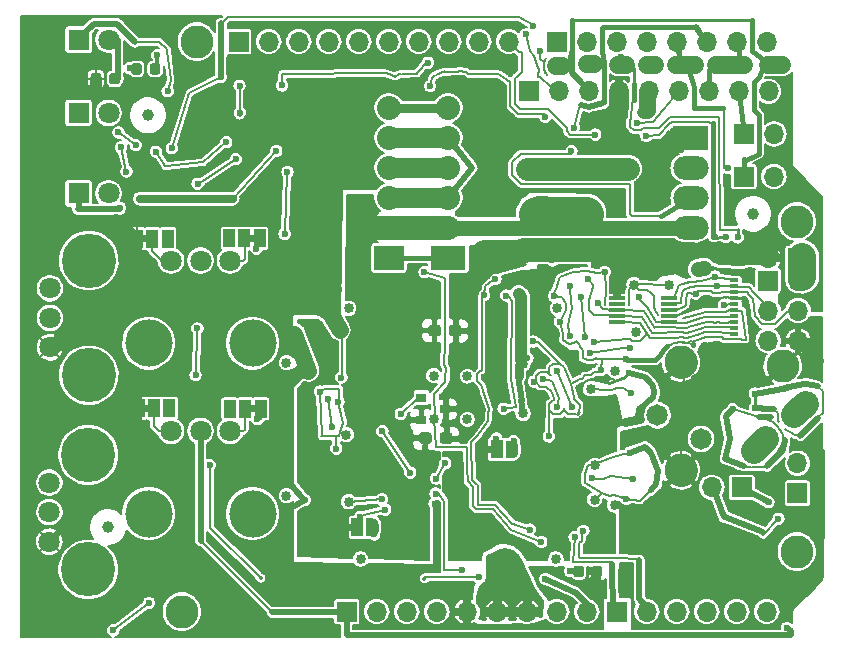
<source format=gbl>
G04 #@! TF.GenerationSoftware,KiCad,Pcbnew,5.1.4-e60b266~84~ubuntu16.04.1*
G04 #@! TF.CreationDate,2019-10-07T18:08:49-05:00*
G04 #@! TF.ProjectId,uno shield v.8 project SMD,756e6f20-7368-4696-956c-6420762e3820,rev?*
G04 #@! TF.SameCoordinates,Original*
G04 #@! TF.FileFunction,Copper,L2,Bot*
G04 #@! TF.FilePolarity,Positive*
%FSLAX46Y46*%
G04 Gerber Fmt 4.6, Leading zero omitted, Abs format (unit mm)*
G04 Created by KiCad (PCBNEW 5.1.4-e60b266~84~ubuntu16.04.1) date 2019-10-07 18:08:49*
%MOMM*%
%LPD*%
G04 APERTURE LIST*
%ADD10C,0.100000*%
%ADD11C,0.500000*%
%ADD12R,1.000000X1.500000*%
%ADD13R,0.800000X0.400000*%
%ADD14R,0.800000X0.300000*%
%ADD15R,0.900000X0.800000*%
%ADD16R,1.700000X1.700000*%
%ADD17O,1.700000X1.700000*%
%ADD18C,2.032000*%
%ADD19R,3.000000X2.032000*%
%ADD20R,2.540000X2.032000*%
%ADD21O,3.000000X2.032000*%
%ADD22C,1.800000*%
%ADD23C,4.600001*%
%ADD24C,4.600000*%
%ADD25C,1.000000*%
%ADD26C,0.854000*%
%ADD27R,1.400000X0.300000*%
%ADD28C,0.950000*%
%ADD29C,1.300000*%
%ADD30C,0.875000*%
%ADD31C,4.000000*%
%ADD32C,1.810000*%
%ADD33C,2.200000*%
%ADD34C,2.200000*%
%ADD35C,2.799999*%
%ADD36C,2.799999*%
%ADD37R,1.800000X1.800000*%
%ADD38C,2.800000*%
%ADD39C,0.600000*%
%ADD40C,0.810000*%
%ADD41C,0.350000*%
%ADD42C,1.500000*%
%ADD43C,0.500000*%
%ADD44C,0.200000*%
%ADD45C,0.250000*%
%ADD46C,0.800000*%
%ADD47C,2.000000*%
%ADD48C,3.000000*%
%ADD49C,1.000000*%
%ADD50C,0.850000*%
%ADD51C,2.550000*%
%ADD52C,2.800000*%
%ADD53C,2.050000*%
%ADD54C,1.700000*%
%ADD55C,0.700000*%
%ADD56C,0.900000*%
%ADD57C,0.400000*%
%ADD58C,0.300000*%
%ADD59C,1.400000*%
%ADD60C,1.100000*%
%ADD61C,1.950000*%
%ADD62C,1.300000*%
%ADD63C,0.980000*%
%ADD64C,1.200000*%
%ADD65C,0.750000*%
%ADD66C,1.750000*%
%ADD67C,1.900000*%
%ADD68C,0.430000*%
%ADD69C,0.450000*%
%ADD70C,2.400000*%
%ADD71C,0.420000*%
%ADD72C,0.254000*%
G04 APERTURE END LIST*
D10*
G36*
X137310000Y-123460000D02*
G01*
X137810000Y-123460000D01*
X137810000Y-122860000D01*
X137310000Y-122860000D01*
X137310000Y-123460000D01*
G37*
G36*
X149110000Y-116860000D02*
G01*
X149610000Y-116860000D01*
X149610000Y-116260000D01*
X149110000Y-116260000D01*
X149110000Y-116860000D01*
G37*
G36*
X145376000Y-88120000D02*
G01*
X141336000Y-88120000D01*
X141346000Y-87300000D01*
X145386000Y-87300000D01*
X145376000Y-88120000D01*
G37*
G36*
X145416000Y-100570000D02*
G01*
X141376000Y-100570000D01*
X141356000Y-100170000D01*
X145396000Y-100170000D01*
X145416000Y-100570000D01*
G37*
G36*
X120080000Y-113380000D02*
G01*
X120580000Y-113380000D01*
X120580000Y-112780000D01*
X120080000Y-112780000D01*
X120080000Y-113380000D01*
G37*
G36*
X129620000Y-112820000D02*
G01*
X129120000Y-112820000D01*
X129120000Y-113420000D01*
X129620000Y-113420000D01*
X129620000Y-112820000D01*
G37*
G36*
X119940000Y-99010000D02*
G01*
X120440000Y-99010000D01*
X120440000Y-98410000D01*
X119940000Y-98410000D01*
X119940000Y-99010000D01*
G37*
G36*
X129550000Y-98370000D02*
G01*
X129050000Y-98370000D01*
X129050000Y-98970000D01*
X129550000Y-98970000D01*
X129550000Y-98370000D01*
G37*
G36*
X145406000Y-98690000D02*
G01*
X141366000Y-98690000D01*
X141366000Y-96950000D01*
X145406000Y-96950000D01*
X145406000Y-98690000D01*
G37*
G36*
X145880000Y-98390000D02*
G01*
X145880000Y-97230000D01*
X166430000Y-97240000D01*
X166430000Y-98390000D01*
X145880000Y-98390000D01*
G37*
X145880000Y-98390000D02*
X145880000Y-97230000D01*
X166430000Y-97240000D01*
X166430000Y-98390000D01*
X145880000Y-98390000D01*
G36*
X145406000Y-93610000D02*
G01*
X141366000Y-93610000D01*
X141366000Y-91870000D01*
X145406000Y-91870000D01*
X145406000Y-93610000D01*
G37*
G36*
X145406000Y-91070000D02*
G01*
X141366000Y-91070000D01*
X141366000Y-89330000D01*
X145406000Y-89330000D01*
X145406000Y-91070000D01*
G37*
G36*
X145406000Y-96150000D02*
G01*
X141366000Y-96150000D01*
X141366000Y-94410000D01*
X145406000Y-94410000D01*
X145406000Y-96150000D01*
G37*
D11*
X136910000Y-123160000D03*
D10*
G36*
X137460000Y-123910000D02*
G01*
X136910000Y-123910000D01*
X136910000Y-123909398D01*
X136885466Y-123909398D01*
X136836635Y-123904588D01*
X136788510Y-123895016D01*
X136741555Y-123880772D01*
X136696222Y-123861995D01*
X136652949Y-123838864D01*
X136612150Y-123811604D01*
X136574221Y-123780476D01*
X136539524Y-123745779D01*
X136508396Y-123707850D01*
X136481136Y-123667051D01*
X136458005Y-123623778D01*
X136439228Y-123578445D01*
X136424984Y-123531490D01*
X136415412Y-123483365D01*
X136410602Y-123434534D01*
X136410602Y-123410000D01*
X136410000Y-123410000D01*
X136410000Y-122910000D01*
X136410602Y-122910000D01*
X136410602Y-122885466D01*
X136415412Y-122836635D01*
X136424984Y-122788510D01*
X136439228Y-122741555D01*
X136458005Y-122696222D01*
X136481136Y-122652949D01*
X136508396Y-122612150D01*
X136539524Y-122574221D01*
X136574221Y-122539524D01*
X136612150Y-122508396D01*
X136652949Y-122481136D01*
X136696222Y-122458005D01*
X136741555Y-122439228D01*
X136788510Y-122424984D01*
X136836635Y-122415412D01*
X136885466Y-122410602D01*
X136910000Y-122410602D01*
X136910000Y-122410000D01*
X137460000Y-122410000D01*
X137460000Y-123910000D01*
X137460000Y-123910000D01*
G37*
D12*
X138210000Y-123160000D03*
D11*
X139510000Y-123160000D03*
D10*
G36*
X139510000Y-122410602D02*
G01*
X139534534Y-122410602D01*
X139583365Y-122415412D01*
X139631490Y-122424984D01*
X139678445Y-122439228D01*
X139723778Y-122458005D01*
X139767051Y-122481136D01*
X139807850Y-122508396D01*
X139845779Y-122539524D01*
X139880476Y-122574221D01*
X139911604Y-122612150D01*
X139938864Y-122652949D01*
X139961995Y-122696222D01*
X139980772Y-122741555D01*
X139995016Y-122788510D01*
X140004588Y-122836635D01*
X140009398Y-122885466D01*
X140009398Y-122910000D01*
X140010000Y-122910000D01*
X140010000Y-123410000D01*
X140009398Y-123410000D01*
X140009398Y-123434534D01*
X140004588Y-123483365D01*
X139995016Y-123531490D01*
X139980772Y-123578445D01*
X139961995Y-123623778D01*
X139938864Y-123667051D01*
X139911604Y-123707850D01*
X139880476Y-123745779D01*
X139845779Y-123780476D01*
X139807850Y-123811604D01*
X139767051Y-123838864D01*
X139723778Y-123861995D01*
X139678445Y-123880772D01*
X139631490Y-123895016D01*
X139583365Y-123904588D01*
X139534534Y-123909398D01*
X139510000Y-123909398D01*
X139510000Y-123910000D01*
X138960000Y-123910000D01*
X138960000Y-122410000D01*
X139510000Y-122410000D01*
X139510000Y-122410602D01*
X139510000Y-122410602D01*
G37*
D11*
X148710000Y-116560000D03*
D10*
G36*
X149260000Y-117310000D02*
G01*
X148710000Y-117310000D01*
X148710000Y-117309398D01*
X148685466Y-117309398D01*
X148636635Y-117304588D01*
X148588510Y-117295016D01*
X148541555Y-117280772D01*
X148496222Y-117261995D01*
X148452949Y-117238864D01*
X148412150Y-117211604D01*
X148374221Y-117180476D01*
X148339524Y-117145779D01*
X148308396Y-117107850D01*
X148281136Y-117067051D01*
X148258005Y-117023778D01*
X148239228Y-116978445D01*
X148224984Y-116931490D01*
X148215412Y-116883365D01*
X148210602Y-116834534D01*
X148210602Y-116810000D01*
X148210000Y-116810000D01*
X148210000Y-116310000D01*
X148210602Y-116310000D01*
X148210602Y-116285466D01*
X148215412Y-116236635D01*
X148224984Y-116188510D01*
X148239228Y-116141555D01*
X148258005Y-116096222D01*
X148281136Y-116052949D01*
X148308396Y-116012150D01*
X148339524Y-115974221D01*
X148374221Y-115939524D01*
X148412150Y-115908396D01*
X148452949Y-115881136D01*
X148496222Y-115858005D01*
X148541555Y-115839228D01*
X148588510Y-115824984D01*
X148636635Y-115815412D01*
X148685466Y-115810602D01*
X148710000Y-115810602D01*
X148710000Y-115810000D01*
X149260000Y-115810000D01*
X149260000Y-117310000D01*
X149260000Y-117310000D01*
G37*
D12*
X150010000Y-116560000D03*
D11*
X151310000Y-116560000D03*
D10*
G36*
X151310000Y-115810602D02*
G01*
X151334534Y-115810602D01*
X151383365Y-115815412D01*
X151431490Y-115824984D01*
X151478445Y-115839228D01*
X151523778Y-115858005D01*
X151567051Y-115881136D01*
X151607850Y-115908396D01*
X151645779Y-115939524D01*
X151680476Y-115974221D01*
X151711604Y-116012150D01*
X151738864Y-116052949D01*
X151761995Y-116096222D01*
X151780772Y-116141555D01*
X151795016Y-116188510D01*
X151804588Y-116236635D01*
X151809398Y-116285466D01*
X151809398Y-116310000D01*
X151810000Y-116310000D01*
X151810000Y-116810000D01*
X151809398Y-116810000D01*
X151809398Y-116834534D01*
X151804588Y-116883365D01*
X151795016Y-116931490D01*
X151780772Y-116978445D01*
X151761995Y-117023778D01*
X151738864Y-117067051D01*
X151711604Y-117107850D01*
X151680476Y-117145779D01*
X151645779Y-117180476D01*
X151607850Y-117211604D01*
X151567051Y-117238864D01*
X151523778Y-117261995D01*
X151478445Y-117280772D01*
X151431490Y-117295016D01*
X151383365Y-117304588D01*
X151334534Y-117309398D01*
X151310000Y-117309398D01*
X151310000Y-117310000D01*
X150760000Y-117310000D01*
X150760000Y-115810000D01*
X151310000Y-115810000D01*
X151310000Y-115810602D01*
X151310000Y-115810602D01*
G37*
D13*
X167619040Y-107760400D03*
X167619040Y-101260400D03*
D14*
X170119040Y-106760400D03*
X170119040Y-106260400D03*
X170119040Y-105760400D03*
X170119040Y-105260400D03*
X170119040Y-104760400D03*
X170119040Y-104260400D03*
X170119040Y-103760400D03*
X170119040Y-103260400D03*
X170119040Y-102760400D03*
X170119040Y-102260400D03*
D15*
X145637000Y-113118860D03*
X143637000Y-112168860D03*
X143637000Y-114068860D03*
D16*
X170930000Y-93470000D03*
D17*
X173470000Y-93470000D03*
X175450000Y-117730000D03*
D16*
X175450000Y-120270000D03*
D17*
X168216580Y-119763540D03*
D16*
X170756580Y-119763540D03*
X175520000Y-100380000D03*
D17*
X172980000Y-100380000D03*
D18*
X145876000Y-87650000D03*
X140876000Y-87650000D03*
D17*
X173034960Y-86238080D03*
X170494960Y-86238080D03*
X167954960Y-86238080D03*
X165414960Y-86238080D03*
X162874960Y-86238080D03*
X160334960Y-86238080D03*
X157794960Y-86238080D03*
X155254960Y-86238080D03*
D16*
X152714960Y-86238080D03*
D18*
X145876000Y-100350000D03*
X140876000Y-100350000D03*
D12*
X120980000Y-113080000D03*
X122280000Y-113080000D03*
X119680000Y-113080000D03*
X128720000Y-113120000D03*
X127420000Y-113120000D03*
X130020000Y-113120000D03*
X120840000Y-98710000D03*
X122140000Y-98710000D03*
X119540000Y-98710000D03*
X128650000Y-98670000D03*
X127350000Y-98670000D03*
X129950000Y-98670000D03*
D18*
X145876000Y-87650000D03*
X140876000Y-95270000D03*
X145876000Y-90190000D03*
X145876000Y-92730000D03*
X145876000Y-95270000D03*
X145876000Y-97810000D03*
D19*
X145876000Y-100350000D03*
D20*
X140876000Y-100350000D03*
D18*
X140876000Y-97810000D03*
X140876000Y-87650000D03*
X140876000Y-90190000D03*
X140876000Y-92730000D03*
D21*
X166430000Y-97810000D03*
X166430000Y-95270000D03*
D18*
X166430000Y-90190000D03*
D10*
G36*
X165768217Y-89174000D02*
G01*
X165795032Y-89166915D01*
X165795052Y-89166909D01*
X165795075Y-89166904D01*
X165799789Y-89165693D01*
X165814163Y-89162847D01*
X165828500Y-89159800D01*
X165896010Y-89148865D01*
X165900839Y-89148117D01*
X165915448Y-89146684D01*
X165929996Y-89145053D01*
X165998250Y-89140759D01*
X166003130Y-89140486D01*
X166010454Y-89140486D01*
X166017791Y-89140076D01*
X166027565Y-89140008D01*
X166032452Y-89140008D01*
X166066593Y-89141918D01*
X166100385Y-89147150D01*
X166133505Y-89155655D01*
X166165638Y-89167352D01*
X166179514Y-89174000D01*
X166679680Y-89174000D01*
X166680978Y-89173310D01*
X166712592Y-89160280D01*
X166745328Y-89150396D01*
X166778872Y-89143755D01*
X166812903Y-89140417D01*
X166847098Y-89140418D01*
X166915386Y-89143758D01*
X166915402Y-89143758D01*
X166915420Y-89143760D01*
X166920286Y-89144032D01*
X166934822Y-89145662D01*
X166949434Y-89147095D01*
X167017082Y-89157084D01*
X167017094Y-89157085D01*
X167017108Y-89157088D01*
X167021920Y-89157833D01*
X167036240Y-89160877D01*
X167050638Y-89163728D01*
X167091836Y-89174000D01*
X167930000Y-89174000D01*
X167930000Y-91206000D01*
X167091783Y-91206000D01*
X167064968Y-91213085D01*
X167064948Y-91213091D01*
X167064925Y-91213096D01*
X167060211Y-91214307D01*
X167045837Y-91217153D01*
X167031500Y-91220200D01*
X166963990Y-91231135D01*
X166959161Y-91231883D01*
X166944552Y-91233316D01*
X166930004Y-91234947D01*
X166861750Y-91239241D01*
X166856870Y-91239514D01*
X166849545Y-91239514D01*
X166842209Y-91239924D01*
X166832435Y-91239992D01*
X166827548Y-91239992D01*
X166793407Y-91238082D01*
X166759615Y-91232850D01*
X166726495Y-91224345D01*
X166694361Y-91212648D01*
X166680486Y-91206000D01*
X166180320Y-91206000D01*
X166179022Y-91206690D01*
X166147408Y-91219720D01*
X166114672Y-91229604D01*
X166081128Y-91236245D01*
X166047096Y-91239583D01*
X166012902Y-91239582D01*
X165944613Y-91236242D01*
X165944597Y-91236242D01*
X165944579Y-91236240D01*
X165939714Y-91235968D01*
X165925178Y-91234338D01*
X165910566Y-91232905D01*
X165842909Y-91222915D01*
X165842904Y-91222914D01*
X165842895Y-91222913D01*
X165838080Y-91222167D01*
X165823746Y-91219121D01*
X165809363Y-91216272D01*
X165768162Y-91206000D01*
X164930000Y-91206000D01*
X164930000Y-89174000D01*
X165768217Y-89174000D01*
X165768217Y-89174000D01*
G37*
D21*
X166430000Y-92730000D03*
D22*
X112170000Y-107930000D03*
X112170000Y-105430000D03*
X112170000Y-102930000D03*
D23*
X115470000Y-110280000D03*
D24*
X115470000Y-100580000D03*
D25*
X171710000Y-96610000D03*
X120470000Y-88280000D03*
X117080000Y-123150000D03*
D26*
X147470000Y-113982000D03*
X144670000Y-110318000D03*
X147470000Y-110318000D03*
D17*
X172870000Y-130300000D03*
X170330000Y-130300000D03*
X167790000Y-130300000D03*
X165250000Y-130300000D03*
X162710000Y-130300000D03*
D16*
X160170000Y-130300000D03*
D27*
X164630460Y-103749600D03*
X164630460Y-104249600D03*
X164630460Y-104749600D03*
X164630460Y-105249600D03*
X164630460Y-105749600D03*
X160230460Y-105749600D03*
X160230460Y-105249600D03*
X160230460Y-104749600D03*
X160230460Y-104249600D03*
X160230460Y-103749600D03*
D17*
X173480000Y-89860000D03*
D16*
X170940000Y-89860000D03*
D10*
G36*
X146805779Y-106026144D02*
G01*
X146828834Y-106029563D01*
X146851443Y-106035227D01*
X146873387Y-106043079D01*
X146894457Y-106053044D01*
X146914448Y-106065026D01*
X146933168Y-106078910D01*
X146950438Y-106094562D01*
X146966090Y-106111832D01*
X146979974Y-106130552D01*
X146991956Y-106150543D01*
X147001921Y-106171613D01*
X147009773Y-106193557D01*
X147015437Y-106216166D01*
X147018856Y-106239221D01*
X147020000Y-106262500D01*
X147020000Y-106737500D01*
X147018856Y-106760779D01*
X147015437Y-106783834D01*
X147009773Y-106806443D01*
X147001921Y-106828387D01*
X146991956Y-106849457D01*
X146979974Y-106869448D01*
X146966090Y-106888168D01*
X146950438Y-106905438D01*
X146933168Y-106921090D01*
X146914448Y-106934974D01*
X146894457Y-106946956D01*
X146873387Y-106956921D01*
X146851443Y-106964773D01*
X146828834Y-106970437D01*
X146805779Y-106973856D01*
X146782500Y-106975000D01*
X146207500Y-106975000D01*
X146184221Y-106973856D01*
X146161166Y-106970437D01*
X146138557Y-106964773D01*
X146116613Y-106956921D01*
X146095543Y-106946956D01*
X146075552Y-106934974D01*
X146056832Y-106921090D01*
X146039562Y-106905438D01*
X146023910Y-106888168D01*
X146010026Y-106869448D01*
X145998044Y-106849457D01*
X145988079Y-106828387D01*
X145980227Y-106806443D01*
X145974563Y-106783834D01*
X145971144Y-106760779D01*
X145970000Y-106737500D01*
X145970000Y-106262500D01*
X145971144Y-106239221D01*
X145974563Y-106216166D01*
X145980227Y-106193557D01*
X145988079Y-106171613D01*
X145998044Y-106150543D01*
X146010026Y-106130552D01*
X146023910Y-106111832D01*
X146039562Y-106094562D01*
X146056832Y-106078910D01*
X146075552Y-106065026D01*
X146095543Y-106053044D01*
X146116613Y-106043079D01*
X146138557Y-106035227D01*
X146161166Y-106029563D01*
X146184221Y-106026144D01*
X146207500Y-106025000D01*
X146782500Y-106025000D01*
X146805779Y-106026144D01*
X146805779Y-106026144D01*
G37*
D28*
X146495000Y-106500000D03*
D10*
G36*
X145055779Y-106026144D02*
G01*
X145078834Y-106029563D01*
X145101443Y-106035227D01*
X145123387Y-106043079D01*
X145144457Y-106053044D01*
X145164448Y-106065026D01*
X145183168Y-106078910D01*
X145200438Y-106094562D01*
X145216090Y-106111832D01*
X145229974Y-106130552D01*
X145241956Y-106150543D01*
X145251921Y-106171613D01*
X145259773Y-106193557D01*
X145265437Y-106216166D01*
X145268856Y-106239221D01*
X145270000Y-106262500D01*
X145270000Y-106737500D01*
X145268856Y-106760779D01*
X145265437Y-106783834D01*
X145259773Y-106806443D01*
X145251921Y-106828387D01*
X145241956Y-106849457D01*
X145229974Y-106869448D01*
X145216090Y-106888168D01*
X145200438Y-106905438D01*
X145183168Y-106921090D01*
X145164448Y-106934974D01*
X145144457Y-106946956D01*
X145123387Y-106956921D01*
X145101443Y-106964773D01*
X145078834Y-106970437D01*
X145055779Y-106973856D01*
X145032500Y-106975000D01*
X144457500Y-106975000D01*
X144434221Y-106973856D01*
X144411166Y-106970437D01*
X144388557Y-106964773D01*
X144366613Y-106956921D01*
X144345543Y-106946956D01*
X144325552Y-106934974D01*
X144306832Y-106921090D01*
X144289562Y-106905438D01*
X144273910Y-106888168D01*
X144260026Y-106869448D01*
X144248044Y-106849457D01*
X144238079Y-106828387D01*
X144230227Y-106806443D01*
X144224563Y-106783834D01*
X144221144Y-106760779D01*
X144220000Y-106737500D01*
X144220000Y-106262500D01*
X144221144Y-106239221D01*
X144224563Y-106216166D01*
X144230227Y-106193557D01*
X144238079Y-106171613D01*
X144248044Y-106150543D01*
X144260026Y-106130552D01*
X144273910Y-106111832D01*
X144289562Y-106094562D01*
X144306832Y-106078910D01*
X144325552Y-106065026D01*
X144345543Y-106053044D01*
X144366613Y-106043079D01*
X144388557Y-106035227D01*
X144411166Y-106029563D01*
X144434221Y-106026144D01*
X144457500Y-106025000D01*
X145032500Y-106025000D01*
X145055779Y-106026144D01*
X145055779Y-106026144D01*
G37*
D28*
X144745000Y-106500000D03*
D10*
G36*
X146025779Y-115126144D02*
G01*
X146048834Y-115129563D01*
X146071443Y-115135227D01*
X146093387Y-115143079D01*
X146114457Y-115153044D01*
X146134448Y-115165026D01*
X146153168Y-115178910D01*
X146170438Y-115194562D01*
X146186090Y-115211832D01*
X146199974Y-115230552D01*
X146211956Y-115250543D01*
X146221921Y-115271613D01*
X146229773Y-115293557D01*
X146235437Y-115316166D01*
X146238856Y-115339221D01*
X146240000Y-115362500D01*
X146240000Y-115837500D01*
X146238856Y-115860779D01*
X146235437Y-115883834D01*
X146229773Y-115906443D01*
X146221921Y-115928387D01*
X146211956Y-115949457D01*
X146199974Y-115969448D01*
X146186090Y-115988168D01*
X146170438Y-116005438D01*
X146153168Y-116021090D01*
X146134448Y-116034974D01*
X146114457Y-116046956D01*
X146093387Y-116056921D01*
X146071443Y-116064773D01*
X146048834Y-116070437D01*
X146025779Y-116073856D01*
X146002500Y-116075000D01*
X145427500Y-116075000D01*
X145404221Y-116073856D01*
X145381166Y-116070437D01*
X145358557Y-116064773D01*
X145336613Y-116056921D01*
X145315543Y-116046956D01*
X145295552Y-116034974D01*
X145276832Y-116021090D01*
X145259562Y-116005438D01*
X145243910Y-115988168D01*
X145230026Y-115969448D01*
X145218044Y-115949457D01*
X145208079Y-115928387D01*
X145200227Y-115906443D01*
X145194563Y-115883834D01*
X145191144Y-115860779D01*
X145190000Y-115837500D01*
X145190000Y-115362500D01*
X145191144Y-115339221D01*
X145194563Y-115316166D01*
X145200227Y-115293557D01*
X145208079Y-115271613D01*
X145218044Y-115250543D01*
X145230026Y-115230552D01*
X145243910Y-115211832D01*
X145259562Y-115194562D01*
X145276832Y-115178910D01*
X145295552Y-115165026D01*
X145315543Y-115153044D01*
X145336613Y-115143079D01*
X145358557Y-115135227D01*
X145381166Y-115129563D01*
X145404221Y-115126144D01*
X145427500Y-115125000D01*
X146002500Y-115125000D01*
X146025779Y-115126144D01*
X146025779Y-115126144D01*
G37*
D28*
X145715000Y-115600000D03*
D10*
G36*
X144275779Y-115126144D02*
G01*
X144298834Y-115129563D01*
X144321443Y-115135227D01*
X144343387Y-115143079D01*
X144364457Y-115153044D01*
X144384448Y-115165026D01*
X144403168Y-115178910D01*
X144420438Y-115194562D01*
X144436090Y-115211832D01*
X144449974Y-115230552D01*
X144461956Y-115250543D01*
X144471921Y-115271613D01*
X144479773Y-115293557D01*
X144485437Y-115316166D01*
X144488856Y-115339221D01*
X144490000Y-115362500D01*
X144490000Y-115837500D01*
X144488856Y-115860779D01*
X144485437Y-115883834D01*
X144479773Y-115906443D01*
X144471921Y-115928387D01*
X144461956Y-115949457D01*
X144449974Y-115969448D01*
X144436090Y-115988168D01*
X144420438Y-116005438D01*
X144403168Y-116021090D01*
X144384448Y-116034974D01*
X144364457Y-116046956D01*
X144343387Y-116056921D01*
X144321443Y-116064773D01*
X144298834Y-116070437D01*
X144275779Y-116073856D01*
X144252500Y-116075000D01*
X143677500Y-116075000D01*
X143654221Y-116073856D01*
X143631166Y-116070437D01*
X143608557Y-116064773D01*
X143586613Y-116056921D01*
X143565543Y-116046956D01*
X143545552Y-116034974D01*
X143526832Y-116021090D01*
X143509562Y-116005438D01*
X143493910Y-115988168D01*
X143480026Y-115969448D01*
X143468044Y-115949457D01*
X143458079Y-115928387D01*
X143450227Y-115906443D01*
X143444563Y-115883834D01*
X143441144Y-115860779D01*
X143440000Y-115837500D01*
X143440000Y-115362500D01*
X143441144Y-115339221D01*
X143444563Y-115316166D01*
X143450227Y-115293557D01*
X143458079Y-115271613D01*
X143468044Y-115250543D01*
X143480026Y-115230552D01*
X143493910Y-115211832D01*
X143509562Y-115194562D01*
X143526832Y-115178910D01*
X143545552Y-115165026D01*
X143565543Y-115153044D01*
X143586613Y-115143079D01*
X143608557Y-115135227D01*
X143631166Y-115129563D01*
X143654221Y-115126144D01*
X143677500Y-115125000D01*
X144252500Y-115125000D01*
X144275779Y-115126144D01*
X144275779Y-115126144D01*
G37*
D28*
X143965000Y-115600000D03*
D18*
X145876000Y-97810000D03*
X140876000Y-97810000D03*
D29*
X145876000Y-97810000D03*
X166430000Y-97810000D03*
D18*
X145876000Y-92730000D03*
X140876000Y-92730000D03*
X145876000Y-90190000D03*
X140876000Y-90190000D03*
X145876000Y-95270000D03*
X140876000Y-95270000D03*
D16*
X137310000Y-130300000D03*
D17*
X139850000Y-130300000D03*
X142390000Y-130300000D03*
X144930000Y-130300000D03*
X147470000Y-130300000D03*
X150010000Y-130300000D03*
X152550000Y-130300000D03*
X155090000Y-130300000D03*
X157630000Y-130300000D03*
D10*
G36*
X116312691Y-84706053D02*
G01*
X116333926Y-84709203D01*
X116354750Y-84714419D01*
X116374962Y-84721651D01*
X116394368Y-84730830D01*
X116412781Y-84741866D01*
X116430024Y-84754654D01*
X116445930Y-84769070D01*
X116460346Y-84784976D01*
X116473134Y-84802219D01*
X116484170Y-84820632D01*
X116493349Y-84840038D01*
X116500581Y-84860250D01*
X116505797Y-84881074D01*
X116508947Y-84902309D01*
X116510000Y-84923750D01*
X116510000Y-85436250D01*
X116508947Y-85457691D01*
X116505797Y-85478926D01*
X116500581Y-85499750D01*
X116493349Y-85519962D01*
X116484170Y-85539368D01*
X116473134Y-85557781D01*
X116460346Y-85575024D01*
X116445930Y-85590930D01*
X116430024Y-85605346D01*
X116412781Y-85618134D01*
X116394368Y-85629170D01*
X116374962Y-85638349D01*
X116354750Y-85645581D01*
X116333926Y-85650797D01*
X116312691Y-85653947D01*
X116291250Y-85655000D01*
X115853750Y-85655000D01*
X115832309Y-85653947D01*
X115811074Y-85650797D01*
X115790250Y-85645581D01*
X115770038Y-85638349D01*
X115750632Y-85629170D01*
X115732219Y-85618134D01*
X115714976Y-85605346D01*
X115699070Y-85590930D01*
X115684654Y-85575024D01*
X115671866Y-85557781D01*
X115660830Y-85539368D01*
X115651651Y-85519962D01*
X115644419Y-85499750D01*
X115639203Y-85478926D01*
X115636053Y-85457691D01*
X115635000Y-85436250D01*
X115635000Y-84923750D01*
X115636053Y-84902309D01*
X115639203Y-84881074D01*
X115644419Y-84860250D01*
X115651651Y-84840038D01*
X115660830Y-84820632D01*
X115671866Y-84802219D01*
X115684654Y-84784976D01*
X115699070Y-84769070D01*
X115714976Y-84754654D01*
X115732219Y-84741866D01*
X115750632Y-84730830D01*
X115770038Y-84721651D01*
X115790250Y-84714419D01*
X115811074Y-84709203D01*
X115832309Y-84706053D01*
X115853750Y-84705000D01*
X116291250Y-84705000D01*
X116312691Y-84706053D01*
X116312691Y-84706053D01*
G37*
D30*
X116072500Y-85180000D03*
D10*
G36*
X117887691Y-84706053D02*
G01*
X117908926Y-84709203D01*
X117929750Y-84714419D01*
X117949962Y-84721651D01*
X117969368Y-84730830D01*
X117987781Y-84741866D01*
X118005024Y-84754654D01*
X118020930Y-84769070D01*
X118035346Y-84784976D01*
X118048134Y-84802219D01*
X118059170Y-84820632D01*
X118068349Y-84840038D01*
X118075581Y-84860250D01*
X118080797Y-84881074D01*
X118083947Y-84902309D01*
X118085000Y-84923750D01*
X118085000Y-85436250D01*
X118083947Y-85457691D01*
X118080797Y-85478926D01*
X118075581Y-85499750D01*
X118068349Y-85519962D01*
X118059170Y-85539368D01*
X118048134Y-85557781D01*
X118035346Y-85575024D01*
X118020930Y-85590930D01*
X118005024Y-85605346D01*
X117987781Y-85618134D01*
X117969368Y-85629170D01*
X117949962Y-85638349D01*
X117929750Y-85645581D01*
X117908926Y-85650797D01*
X117887691Y-85653947D01*
X117866250Y-85655000D01*
X117428750Y-85655000D01*
X117407309Y-85653947D01*
X117386074Y-85650797D01*
X117365250Y-85645581D01*
X117345038Y-85638349D01*
X117325632Y-85629170D01*
X117307219Y-85618134D01*
X117289976Y-85605346D01*
X117274070Y-85590930D01*
X117259654Y-85575024D01*
X117246866Y-85557781D01*
X117235830Y-85539368D01*
X117226651Y-85519962D01*
X117219419Y-85499750D01*
X117214203Y-85478926D01*
X117211053Y-85457691D01*
X117210000Y-85436250D01*
X117210000Y-84923750D01*
X117211053Y-84902309D01*
X117214203Y-84881074D01*
X117219419Y-84860250D01*
X117226651Y-84840038D01*
X117235830Y-84820632D01*
X117246866Y-84802219D01*
X117259654Y-84784976D01*
X117274070Y-84769070D01*
X117289976Y-84754654D01*
X117307219Y-84741866D01*
X117325632Y-84730830D01*
X117345038Y-84721651D01*
X117365250Y-84714419D01*
X117386074Y-84709203D01*
X117407309Y-84706053D01*
X117428750Y-84705000D01*
X117866250Y-84705000D01*
X117887691Y-84706053D01*
X117887691Y-84706053D01*
G37*
D30*
X117647500Y-85180000D03*
D10*
G36*
X121327691Y-83876053D02*
G01*
X121348926Y-83879203D01*
X121369750Y-83884419D01*
X121389962Y-83891651D01*
X121409368Y-83900830D01*
X121427781Y-83911866D01*
X121445024Y-83924654D01*
X121460930Y-83939070D01*
X121475346Y-83954976D01*
X121488134Y-83972219D01*
X121499170Y-83990632D01*
X121508349Y-84010038D01*
X121515581Y-84030250D01*
X121520797Y-84051074D01*
X121523947Y-84072309D01*
X121525000Y-84093750D01*
X121525000Y-84606250D01*
X121523947Y-84627691D01*
X121520797Y-84648926D01*
X121515581Y-84669750D01*
X121508349Y-84689962D01*
X121499170Y-84709368D01*
X121488134Y-84727781D01*
X121475346Y-84745024D01*
X121460930Y-84760930D01*
X121445024Y-84775346D01*
X121427781Y-84788134D01*
X121409368Y-84799170D01*
X121389962Y-84808349D01*
X121369750Y-84815581D01*
X121348926Y-84820797D01*
X121327691Y-84823947D01*
X121306250Y-84825000D01*
X120868750Y-84825000D01*
X120847309Y-84823947D01*
X120826074Y-84820797D01*
X120805250Y-84815581D01*
X120785038Y-84808349D01*
X120765632Y-84799170D01*
X120747219Y-84788134D01*
X120729976Y-84775346D01*
X120714070Y-84760930D01*
X120699654Y-84745024D01*
X120686866Y-84727781D01*
X120675830Y-84709368D01*
X120666651Y-84689962D01*
X120659419Y-84669750D01*
X120654203Y-84648926D01*
X120651053Y-84627691D01*
X120650000Y-84606250D01*
X120650000Y-84093750D01*
X120651053Y-84072309D01*
X120654203Y-84051074D01*
X120659419Y-84030250D01*
X120666651Y-84010038D01*
X120675830Y-83990632D01*
X120686866Y-83972219D01*
X120699654Y-83954976D01*
X120714070Y-83939070D01*
X120729976Y-83924654D01*
X120747219Y-83911866D01*
X120765632Y-83900830D01*
X120785038Y-83891651D01*
X120805250Y-83884419D01*
X120826074Y-83879203D01*
X120847309Y-83876053D01*
X120868750Y-83875000D01*
X121306250Y-83875000D01*
X121327691Y-83876053D01*
X121327691Y-83876053D01*
G37*
D30*
X121087500Y-84350000D03*
D10*
G36*
X119752691Y-83876053D02*
G01*
X119773926Y-83879203D01*
X119794750Y-83884419D01*
X119814962Y-83891651D01*
X119834368Y-83900830D01*
X119852781Y-83911866D01*
X119870024Y-83924654D01*
X119885930Y-83939070D01*
X119900346Y-83954976D01*
X119913134Y-83972219D01*
X119924170Y-83990632D01*
X119933349Y-84010038D01*
X119940581Y-84030250D01*
X119945797Y-84051074D01*
X119948947Y-84072309D01*
X119950000Y-84093750D01*
X119950000Y-84606250D01*
X119948947Y-84627691D01*
X119945797Y-84648926D01*
X119940581Y-84669750D01*
X119933349Y-84689962D01*
X119924170Y-84709368D01*
X119913134Y-84727781D01*
X119900346Y-84745024D01*
X119885930Y-84760930D01*
X119870024Y-84775346D01*
X119852781Y-84788134D01*
X119834368Y-84799170D01*
X119814962Y-84808349D01*
X119794750Y-84815581D01*
X119773926Y-84820797D01*
X119752691Y-84823947D01*
X119731250Y-84825000D01*
X119293750Y-84825000D01*
X119272309Y-84823947D01*
X119251074Y-84820797D01*
X119230250Y-84815581D01*
X119210038Y-84808349D01*
X119190632Y-84799170D01*
X119172219Y-84788134D01*
X119154976Y-84775346D01*
X119139070Y-84760930D01*
X119124654Y-84745024D01*
X119111866Y-84727781D01*
X119100830Y-84709368D01*
X119091651Y-84689962D01*
X119084419Y-84669750D01*
X119079203Y-84648926D01*
X119076053Y-84627691D01*
X119075000Y-84606250D01*
X119075000Y-84093750D01*
X119076053Y-84072309D01*
X119079203Y-84051074D01*
X119084419Y-84030250D01*
X119091651Y-84010038D01*
X119100830Y-83990632D01*
X119111866Y-83972219D01*
X119124654Y-83954976D01*
X119139070Y-83939070D01*
X119154976Y-83924654D01*
X119172219Y-83911866D01*
X119190632Y-83900830D01*
X119210038Y-83891651D01*
X119230250Y-83884419D01*
X119251074Y-83879203D01*
X119272309Y-83876053D01*
X119293750Y-83875000D01*
X119731250Y-83875000D01*
X119752691Y-83876053D01*
X119752691Y-83876053D01*
G37*
D30*
X119512500Y-84350000D03*
D10*
G36*
X157175191Y-126416053D02*
G01*
X157196426Y-126419203D01*
X157217250Y-126424419D01*
X157237462Y-126431651D01*
X157256868Y-126440830D01*
X157275281Y-126451866D01*
X157292524Y-126464654D01*
X157308430Y-126479070D01*
X157322846Y-126494976D01*
X157335634Y-126512219D01*
X157346670Y-126530632D01*
X157355849Y-126550038D01*
X157363081Y-126570250D01*
X157368297Y-126591074D01*
X157371447Y-126612309D01*
X157372500Y-126633750D01*
X157372500Y-127146250D01*
X157371447Y-127167691D01*
X157368297Y-127188926D01*
X157363081Y-127209750D01*
X157355849Y-127229962D01*
X157346670Y-127249368D01*
X157335634Y-127267781D01*
X157322846Y-127285024D01*
X157308430Y-127300930D01*
X157292524Y-127315346D01*
X157275281Y-127328134D01*
X157256868Y-127339170D01*
X157237462Y-127348349D01*
X157217250Y-127355581D01*
X157196426Y-127360797D01*
X157175191Y-127363947D01*
X157153750Y-127365000D01*
X156716250Y-127365000D01*
X156694809Y-127363947D01*
X156673574Y-127360797D01*
X156652750Y-127355581D01*
X156632538Y-127348349D01*
X156613132Y-127339170D01*
X156594719Y-127328134D01*
X156577476Y-127315346D01*
X156561570Y-127300930D01*
X156547154Y-127285024D01*
X156534366Y-127267781D01*
X156523330Y-127249368D01*
X156514151Y-127229962D01*
X156506919Y-127209750D01*
X156501703Y-127188926D01*
X156498553Y-127167691D01*
X156497500Y-127146250D01*
X156497500Y-126633750D01*
X156498553Y-126612309D01*
X156501703Y-126591074D01*
X156506919Y-126570250D01*
X156514151Y-126550038D01*
X156523330Y-126530632D01*
X156534366Y-126512219D01*
X156547154Y-126494976D01*
X156561570Y-126479070D01*
X156577476Y-126464654D01*
X156594719Y-126451866D01*
X156613132Y-126440830D01*
X156632538Y-126431651D01*
X156652750Y-126424419D01*
X156673574Y-126419203D01*
X156694809Y-126416053D01*
X156716250Y-126415000D01*
X157153750Y-126415000D01*
X157175191Y-126416053D01*
X157175191Y-126416053D01*
G37*
D30*
X156935000Y-126890000D03*
D10*
G36*
X158750191Y-126416053D02*
G01*
X158771426Y-126419203D01*
X158792250Y-126424419D01*
X158812462Y-126431651D01*
X158831868Y-126440830D01*
X158850281Y-126451866D01*
X158867524Y-126464654D01*
X158883430Y-126479070D01*
X158897846Y-126494976D01*
X158910634Y-126512219D01*
X158921670Y-126530632D01*
X158930849Y-126550038D01*
X158938081Y-126570250D01*
X158943297Y-126591074D01*
X158946447Y-126612309D01*
X158947500Y-126633750D01*
X158947500Y-127146250D01*
X158946447Y-127167691D01*
X158943297Y-127188926D01*
X158938081Y-127209750D01*
X158930849Y-127229962D01*
X158921670Y-127249368D01*
X158910634Y-127267781D01*
X158897846Y-127285024D01*
X158883430Y-127300930D01*
X158867524Y-127315346D01*
X158850281Y-127328134D01*
X158831868Y-127339170D01*
X158812462Y-127348349D01*
X158792250Y-127355581D01*
X158771426Y-127360797D01*
X158750191Y-127363947D01*
X158728750Y-127365000D01*
X158291250Y-127365000D01*
X158269809Y-127363947D01*
X158248574Y-127360797D01*
X158227750Y-127355581D01*
X158207538Y-127348349D01*
X158188132Y-127339170D01*
X158169719Y-127328134D01*
X158152476Y-127315346D01*
X158136570Y-127300930D01*
X158122154Y-127285024D01*
X158109366Y-127267781D01*
X158098330Y-127249368D01*
X158089151Y-127229962D01*
X158081919Y-127209750D01*
X158076703Y-127188926D01*
X158073553Y-127167691D01*
X158072500Y-127146250D01*
X158072500Y-126633750D01*
X158073553Y-126612309D01*
X158076703Y-126591074D01*
X158081919Y-126570250D01*
X158089151Y-126550038D01*
X158098330Y-126530632D01*
X158109366Y-126512219D01*
X158122154Y-126494976D01*
X158136570Y-126479070D01*
X158152476Y-126464654D01*
X158169719Y-126451866D01*
X158188132Y-126440830D01*
X158207538Y-126431651D01*
X158227750Y-126424419D01*
X158248574Y-126419203D01*
X158269809Y-126416053D01*
X158291250Y-126415000D01*
X158728750Y-126415000D01*
X158750191Y-126416053D01*
X158750191Y-126416053D01*
G37*
D30*
X158510000Y-126890000D03*
D31*
X120530000Y-107580000D03*
X129330000Y-107580000D03*
D22*
X122430000Y-100580000D03*
X124930000Y-100580000D03*
X127430000Y-100580000D03*
D31*
X120530000Y-121998000D03*
X129330000Y-121998000D03*
D22*
X122430000Y-114998000D03*
X124930000Y-114998000D03*
X127430000Y-114998000D03*
D32*
X163610000Y-113670000D03*
D33*
X175704975Y-113175025D03*
D34*
X176199950Y-112680050D02*
X175210000Y-113670000D01*
D33*
X172315025Y-116164975D03*
D34*
X172810000Y-115670000D02*
X171820050Y-116659950D01*
D32*
X167310000Y-115670000D03*
D35*
X174210000Y-109480000D03*
X165592843Y-109197157D03*
D36*
X165592843Y-109197157D02*
X165592843Y-109197157D01*
D35*
X165592843Y-118342843D03*
D36*
X165592843Y-118342843D02*
X165592843Y-118342843D01*
D24*
X115420000Y-117030000D03*
D23*
X115420000Y-126730000D03*
D22*
X112120000Y-119380000D03*
X112120000Y-121880000D03*
X112120000Y-124380000D03*
D37*
X114600000Y-88080000D03*
D22*
X117140000Y-88080000D03*
X117140000Y-81870000D03*
D37*
X114600000Y-81870000D03*
D38*
X124610000Y-82040000D03*
D17*
X172870000Y-82040000D03*
X170330000Y-82040000D03*
X167790000Y-82040000D03*
X165250000Y-82040000D03*
X162710000Y-82040000D03*
X160170000Y-82040000D03*
X157630000Y-82040000D03*
D16*
X155090000Y-82040000D03*
D38*
X175410000Y-97280000D03*
D17*
X175520000Y-107360000D03*
X172980000Y-107360000D03*
X175520000Y-104820000D03*
X172980000Y-104820000D03*
X175520000Y-102280000D03*
D16*
X172980000Y-102280000D03*
D17*
X151026000Y-82040000D03*
X148486000Y-82040000D03*
X145946000Y-82040000D03*
X143406000Y-82040000D03*
X140866000Y-82040000D03*
X138326000Y-82040000D03*
X135786000Y-82040000D03*
X133246000Y-82040000D03*
X130706000Y-82040000D03*
D16*
X128166000Y-82040000D03*
D38*
X123340000Y-130300000D03*
X175410000Y-125220000D03*
D37*
X114600000Y-94890000D03*
D22*
X117140000Y-94890000D03*
D39*
X150580000Y-113120000D03*
X150810000Y-103540000D03*
X148930000Y-103500000D03*
X149890000Y-102140000D03*
X152800000Y-123350000D03*
X157340000Y-123460000D03*
X156951680Y-95890080D03*
X138610000Y-117510000D03*
X141638780Y-120735580D03*
X136580000Y-124190000D03*
X150650000Y-114540000D03*
X149110000Y-115510000D03*
X161186180Y-110073820D03*
X153050000Y-95870000D03*
D26*
X146680000Y-123960000D03*
D39*
X171860000Y-111830000D03*
X171860000Y-113090000D03*
X160886140Y-114282220D03*
X141490000Y-124300000D03*
X144030000Y-124190000D03*
X148910000Y-110450000D03*
D26*
X152620000Y-119410000D03*
D39*
X153210000Y-112850000D03*
X152960000Y-111630000D03*
X157160000Y-111980000D03*
D40*
X146745960Y-120985280D03*
D39*
X158540000Y-110590000D03*
X149880000Y-113570000D03*
D26*
X146750000Y-119480000D03*
D39*
X144440000Y-108350000D03*
X149086640Y-120446840D03*
X143898620Y-116441220D03*
X152344120Y-101876860D03*
D26*
X155130000Y-104610000D03*
D39*
X177280000Y-124000000D03*
X121260000Y-83180000D03*
X172260000Y-109810000D03*
X171700000Y-108730000D03*
X150600000Y-125570000D03*
X149600000Y-125900000D03*
X151430000Y-125900000D03*
D26*
X137480000Y-104610000D03*
X132190000Y-109230000D03*
X132190000Y-120490000D03*
X138480000Y-125850000D03*
X155020000Y-125850000D03*
X159980000Y-121280000D03*
X159980000Y-109890000D03*
D39*
X120560000Y-129560000D03*
X117540000Y-131870000D03*
X129640000Y-99580000D03*
X129720000Y-114010000D03*
X166034720Y-122763280D03*
X163748720Y-125354080D03*
X163208007Y-122628967D03*
X167401240Y-126268480D03*
X175270160Y-122864880D03*
X176719780Y-126900220D03*
X176743360Y-109722920D03*
X176895760Y-106019600D03*
X172730160Y-118907560D03*
X170936920Y-121660920D03*
X168767760Y-123403360D03*
X172684440Y-122483880D03*
X170611800Y-126710440D03*
X167751760Y-117373400D03*
X162212020Y-87980520D03*
X152478740Y-93141800D03*
X161157920Y-92430600D03*
X160312100Y-93276420D03*
X153799540Y-93144340D03*
X171272200Y-101737160D03*
X166809420Y-104180640D03*
X171706540Y-106674920D03*
D26*
X167619680Y-101010720D03*
X167619680Y-108018580D03*
D39*
X156331920Y-91323160D03*
X156519880Y-89311480D03*
X165244780Y-99578160D03*
D26*
X152230000Y-113510000D03*
D39*
X151086820Y-100558600D03*
D26*
X152230000Y-109320000D03*
D39*
X151850000Y-103380000D03*
X136940000Y-106330000D03*
X133740000Y-120840000D03*
X156303980Y-100375720D03*
X158100000Y-127690000D03*
X152610000Y-108840000D03*
X136291320Y-102880160D03*
X133830000Y-110090000D03*
X146420000Y-103280000D03*
X145360000Y-112110000D03*
X136850000Y-110480000D03*
X144745052Y-121174948D03*
X154721560Y-100558600D03*
X163890000Y-94389900D03*
X163890000Y-95710700D03*
X163620000Y-99910000D03*
X134818120Y-102930960D03*
X133294120Y-102981760D03*
X160428940Y-95923100D03*
X161549080Y-100444300D03*
X150964900Y-95158560D03*
X169224960Y-100495100D03*
X169278300Y-104305100D03*
X114528600Y-89794080D03*
X169570000Y-92740000D03*
X127920000Y-92000000D03*
X124681539Y-94071539D03*
X118120000Y-96120000D03*
X117980460Y-89730580D03*
X119451120Y-90797380D03*
X122140000Y-86240000D03*
X166870000Y-103380000D03*
X168640760Y-102743000D03*
X153118820Y-80675480D03*
X126649364Y-85030636D03*
X122490000Y-91060000D03*
X128230000Y-85770000D03*
X131820000Y-85740000D03*
X128260000Y-88050000D03*
X127110000Y-90550000D03*
X121150000Y-91370000D03*
X144185640Y-83830160D03*
X144358360Y-85801200D03*
X154090000Y-88410000D03*
X170410000Y-98610000D03*
X160550000Y-83370000D03*
X149980000Y-115640000D03*
X161549080Y-119044720D03*
X158088161Y-118947839D03*
X156240000Y-106980000D03*
X156200000Y-102750000D03*
X136020000Y-114701000D03*
X135747150Y-112279000D03*
X118660000Y-93040000D03*
X119765000Y-95380000D03*
X131340000Y-91300000D03*
X118193820Y-90970100D03*
X157470000Y-107080000D03*
X157160000Y-103660000D03*
X155347200Y-105741080D03*
X139630000Y-123760000D03*
X151460000Y-115870000D03*
X170000000Y-113160000D03*
X161260000Y-116830000D03*
X158840000Y-109810000D03*
X160911540Y-108940600D03*
X153160000Y-110830000D03*
X154861260Y-103576120D03*
X159156400Y-101546660D03*
X160980000Y-120760000D03*
D26*
X158300000Y-120810000D03*
X158300000Y-117910000D03*
D39*
X154420000Y-115470000D03*
D26*
X164631400Y-102654140D03*
D39*
X153110000Y-107420000D03*
D26*
X161787840Y-106644440D03*
X161630360Y-102623620D03*
D39*
X138420000Y-122320000D03*
X140567840Y-121668380D03*
D26*
X137470000Y-121000000D03*
D39*
X140290000Y-120790000D03*
D26*
X137260000Y-115310000D03*
D39*
X136410000Y-116510000D03*
X135040000Y-111670000D03*
X136600000Y-112540000D03*
D26*
X157970000Y-111420000D03*
D39*
X161389060Y-111765080D03*
X174585000Y-131675000D03*
X173860000Y-122430000D03*
X124510000Y-110270000D03*
X154120000Y-127530000D03*
X148470000Y-127390000D03*
X125720000Y-117890000D03*
X124660000Y-106320000D03*
X173020000Y-121030000D03*
D41*
X130030000Y-127450000D03*
X143870000Y-127510000D03*
D39*
X153652220Y-82804000D03*
X161910000Y-88950000D03*
X152458420Y-81429860D03*
X144830000Y-120310000D03*
X147060000Y-126740000D03*
X156200000Y-126860000D03*
X132050000Y-98330000D03*
X132290000Y-93070000D03*
X118930000Y-84300000D03*
D26*
X144720000Y-113982000D03*
D39*
X153780000Y-124400000D03*
X156600000Y-123990000D03*
X143891000Y-101564440D03*
X169390000Y-98590000D03*
X162650000Y-90030000D03*
X158350000Y-89910000D03*
X168503600Y-101925120D03*
X141886940Y-113568480D03*
X145649950Y-117745510D03*
X140322300Y-115023900D03*
X142684500Y-118526560D03*
X144868900Y-119032020D03*
X158610000Y-104200000D03*
X157720000Y-102110000D03*
X162010000Y-103680000D03*
X156340000Y-112980000D03*
X155070000Y-109900000D03*
X158230000Y-107490000D03*
X153950000Y-110640000D03*
X157880000Y-108380000D03*
X155070000Y-112980000D03*
X161310000Y-108000000D03*
D42*
X162730180Y-83997800D02*
X163420180Y-83997800D01*
D43*
X145876000Y-95270000D02*
X147910000Y-92730000D01*
X147910000Y-92730000D02*
X145980000Y-90290000D01*
D44*
X149040000Y-102737058D02*
X148930000Y-103500000D01*
X150000000Y-102070000D02*
X149771991Y-102005067D01*
X149771991Y-102005067D02*
X149706107Y-102239779D01*
X149706107Y-102239779D02*
X149320970Y-102456088D01*
X149320970Y-102456088D02*
X149040000Y-102737058D01*
D43*
X162060000Y-129210000D02*
X162060000Y-125960000D01*
D44*
X162060000Y-129210000D02*
X162060000Y-129430000D01*
D43*
X162130000Y-129300000D02*
X162760000Y-129930000D01*
D44*
X148930000Y-103500000D02*
X148730000Y-103500000D01*
X148720000Y-103510000D02*
X148720000Y-109830000D01*
X148730000Y-103500000D02*
X148720000Y-103510000D01*
X148720000Y-109830000D02*
X148530000Y-109970000D01*
X151280000Y-103960000D02*
X151049992Y-103660000D01*
X151230000Y-110250000D02*
X151280000Y-103960000D01*
X151220000Y-110450000D02*
X151215156Y-110239640D01*
X151230000Y-110581024D02*
X151220000Y-110450000D01*
X151630000Y-112980000D02*
X151230000Y-110610000D01*
X150580000Y-113120000D02*
X151630000Y-112980000D01*
X151230000Y-110610000D02*
X151230000Y-110581024D01*
X160229330Y-125720670D02*
X162060000Y-125850000D01*
X157905671Y-125719990D02*
X157910681Y-125714980D01*
X157539329Y-125719990D02*
X157905671Y-125719990D01*
X157534319Y-125714980D02*
X157539329Y-125719990D01*
X157034980Y-125714980D02*
X157534319Y-125714980D01*
X156970000Y-124645827D02*
X156970000Y-125650000D01*
X160223640Y-125714980D02*
X160229330Y-125720670D01*
X156970000Y-125650000D02*
X157034980Y-125714980D01*
X157200001Y-123701999D02*
X157200001Y-124278001D01*
X157200001Y-124278001D02*
X156976709Y-124501293D01*
X156976709Y-124501293D02*
X156970000Y-124645827D01*
X157910681Y-125714980D02*
X160223640Y-125714980D01*
X151390000Y-122920000D02*
X151250000Y-122780000D01*
X152800000Y-123350000D02*
X151390000Y-122920000D01*
X149543209Y-121234221D02*
X149874129Y-121251677D01*
X148428090Y-121242392D02*
X149534127Y-121242392D01*
X148392030Y-121206332D02*
X148428090Y-121242392D01*
X148392030Y-119592291D02*
X148392030Y-121206332D01*
X147850000Y-115910000D02*
X147950000Y-119100000D01*
X148282321Y-119482582D02*
X148392030Y-119592291D01*
X147950000Y-119113248D02*
X148282321Y-119482582D01*
X148300000Y-115470000D02*
X147850000Y-115910000D01*
X148612860Y-115067080D02*
X148300000Y-115470000D01*
X148309999Y-110738001D02*
X148621999Y-111050001D01*
X148309999Y-110161999D02*
X148309999Y-110738001D01*
X148660000Y-109850000D02*
X148309999Y-110161999D01*
X148621999Y-111050001D02*
X148689413Y-111050001D01*
X149534127Y-121242392D02*
X149543209Y-121234221D01*
X148689413Y-111050001D02*
X148879747Y-111617199D01*
X148879747Y-111617199D02*
X148842801Y-111617199D01*
X147950000Y-119100000D02*
X147950000Y-119113248D01*
X148842801Y-111617199D02*
X149349460Y-113131600D01*
X149874129Y-121251677D02*
X151320000Y-122840000D01*
X149349460Y-113131600D02*
X149252940Y-113591340D01*
X149252940Y-113591340D02*
X149245320Y-114152680D01*
X149245320Y-114152680D02*
X148612860Y-115067080D01*
X153050000Y-95870000D02*
X153050000Y-97130000D01*
X161083820Y-110073820D02*
X161186180Y-110073820D01*
D45*
X171860000Y-113090000D02*
X171860000Y-111830000D01*
D46*
X162040000Y-113730000D02*
X162170000Y-113130000D01*
D43*
X162370000Y-112940000D02*
X162160000Y-113500000D01*
X163070000Y-112300000D02*
X162255400Y-113064600D01*
X177170000Y-113930000D02*
X175710000Y-115390000D01*
D44*
X177180000Y-113860000D02*
X177592990Y-113447010D01*
X177610000Y-111680000D02*
X177610000Y-113460000D01*
X177197010Y-111237010D02*
X177610000Y-111650000D01*
D43*
X171880000Y-111830000D02*
X174650000Y-111340000D01*
X176160000Y-111000000D02*
X177180000Y-111220000D01*
X174370000Y-111360000D02*
X175980000Y-111030000D01*
D45*
X159520000Y-110920000D02*
X160860000Y-110450000D01*
D47*
X140876000Y-97810000D02*
X138340000Y-97810000D01*
D45*
X159580000Y-110930000D02*
X158230000Y-110620000D01*
D44*
X158100000Y-112290000D02*
X157160000Y-111980000D01*
X160640000Y-114290000D02*
X160640000Y-114370000D01*
X160640000Y-114370000D02*
X160360010Y-112959990D01*
X160360010Y-112959990D02*
X160130000Y-111980000D01*
X149910000Y-113430000D02*
X148910000Y-110450000D01*
X158230000Y-110620000D02*
X157622749Y-110702749D01*
X136580000Y-124190000D02*
X136580000Y-123920000D01*
X136580000Y-123920000D02*
X137050000Y-123450000D01*
X157242999Y-111768961D02*
X157621039Y-112147001D01*
X157242999Y-111071039D02*
X157242999Y-111768961D01*
X159220605Y-112147001D02*
X159253803Y-112113803D01*
X158147001Y-110692999D02*
X157621039Y-110692999D01*
X158250000Y-110590000D02*
X158147001Y-110692999D01*
X157621039Y-112147001D02*
X159220605Y-112147001D01*
X158540000Y-110590000D02*
X158250000Y-110590000D01*
X160130000Y-111980000D02*
X159253803Y-112113803D01*
X157621039Y-110692999D02*
X157242999Y-111071039D01*
X159253803Y-112113803D02*
X158100000Y-112290000D01*
D43*
X171860000Y-113090000D02*
X172430000Y-113090000D01*
X172430000Y-113090000D02*
X172469990Y-113129990D01*
X172469990Y-113129990D02*
X172886115Y-113129990D01*
X172901017Y-113115547D02*
X173484629Y-113124666D01*
X172886115Y-113129990D02*
X172901017Y-113115547D01*
X173484629Y-113124666D02*
X173489953Y-113129990D01*
X173489953Y-113129990D02*
X173486073Y-113129990D01*
D44*
X173489953Y-113189953D02*
X173814176Y-113514176D01*
X173489953Y-113129990D02*
X173489953Y-113189953D01*
X173810000Y-113514176D02*
X173810000Y-113684034D01*
X173810000Y-113780000D02*
X173814176Y-113784176D01*
X173810000Y-113684034D02*
X173810000Y-113780000D01*
X173814176Y-113784176D02*
X173814176Y-114128564D01*
X173814176Y-114128564D02*
X173927806Y-114242194D01*
X174463469Y-114920000D02*
X174406693Y-114827784D01*
X174480000Y-114890000D02*
X174463469Y-114920000D01*
X175680000Y-115340000D02*
X175230000Y-115340000D01*
X175230000Y-115340000D02*
X174860000Y-115090000D01*
X174860000Y-115090000D02*
X174705824Y-115045824D01*
X174705824Y-115045824D02*
X174480000Y-114890000D01*
D48*
X157555620Y-96619640D02*
X153361440Y-96596680D01*
D46*
X162110000Y-113970000D02*
X160886140Y-114282220D01*
D45*
X160660000Y-110530000D02*
X161186180Y-110073820D01*
D44*
X149110000Y-115510000D02*
X149110000Y-115804380D01*
X149110000Y-115804380D02*
X148719540Y-116194840D01*
X143965000Y-116374840D02*
X143898620Y-116441220D01*
X143965000Y-115600000D02*
X143965000Y-116374840D01*
D43*
X163340000Y-111720000D02*
X163249599Y-112204999D01*
X163220000Y-111190000D02*
X163340000Y-111720000D01*
X162880000Y-110780000D02*
X163220000Y-111190000D01*
X161186180Y-110073820D02*
X162580000Y-110440000D01*
X162580000Y-110440000D02*
X162880000Y-110780000D01*
D47*
X140876000Y-97810000D02*
X145917920Y-97815400D01*
D43*
X175520000Y-107360000D02*
X175520000Y-108195998D01*
D49*
X175480000Y-107310000D02*
X177220000Y-109050000D01*
D50*
X177320000Y-123754990D02*
X177320000Y-124520000D01*
D51*
X173815134Y-128140000D02*
X175460000Y-128140000D01*
D52*
X173489999Y-127529999D02*
X174200000Y-128240000D01*
D43*
X174200000Y-128240000D02*
X175970000Y-128240000D01*
D53*
X175730000Y-128210000D02*
X176190000Y-127750000D01*
D54*
X176890000Y-127310000D02*
X176890000Y-127240000D01*
D43*
X176340000Y-127660000D02*
X176340000Y-127850000D01*
D49*
X177230000Y-126390000D02*
X176719780Y-126900220D01*
D43*
X177320000Y-124570000D02*
X177424990Y-124674990D01*
D55*
X177380000Y-123999980D02*
X177380000Y-125900000D01*
D46*
X177330000Y-125859980D02*
X177330000Y-126490000D01*
D43*
X177490000Y-127120000D02*
X177490000Y-126560000D01*
X175520000Y-107360000D02*
X174904002Y-107360000D01*
X175520000Y-107360000D02*
X175520000Y-108210000D01*
D56*
X177280000Y-124000000D02*
X177280000Y-124000000D01*
D44*
X112170000Y-102930000D02*
X112170000Y-103653998D01*
X177300000Y-116450000D02*
X177520000Y-116670000D01*
X177190001Y-116450000D02*
X177300000Y-116450000D01*
X177520000Y-123760000D02*
X177280000Y-124000000D01*
D57*
X177520000Y-116670000D02*
X177520000Y-123760000D01*
X177474990Y-116624990D02*
X177474990Y-117130000D01*
X177300000Y-116450000D02*
X177474990Y-116624990D01*
D44*
X165600000Y-117950000D02*
X165900000Y-109300000D01*
D58*
X121260000Y-83180000D02*
X121260000Y-84370000D01*
D44*
X117540000Y-131870000D02*
X120560000Y-129560000D01*
X129640000Y-99580000D02*
X129640000Y-99530000D01*
X129640000Y-99530000D02*
X129760000Y-99410000D01*
X129760000Y-99410000D02*
X129960000Y-99210000D01*
X129960000Y-99210000D02*
X129960000Y-98600000D01*
X129720000Y-114010000D02*
X130040000Y-114010000D01*
X130040000Y-114010000D02*
X130050000Y-114000000D01*
X130050000Y-114000000D02*
X130050000Y-113090000D01*
D59*
X162722560Y-87833200D02*
X162722560Y-86512400D01*
D49*
X176719780Y-126900220D02*
X176145010Y-127474990D01*
D44*
X162991800Y-87670640D02*
X162910520Y-87589360D01*
X162727640Y-87934800D02*
X162991800Y-87670640D01*
X162874960Y-88071960D02*
X162105340Y-88018620D01*
X162722560Y-87833200D02*
X162105340Y-88018620D01*
D60*
X162356800Y-87980520D02*
X162819080Y-87934800D01*
D61*
X161107120Y-92798900D02*
X152580340Y-92798900D01*
D44*
X166583360Y-104261920D02*
X166658835Y-104215475D01*
X166948002Y-104190000D02*
X166810000Y-104190000D01*
X167344931Y-103793071D02*
X166948002Y-104190000D01*
X167470001Y-103668001D02*
X166948002Y-104190000D01*
X167470001Y-103555711D02*
X167470001Y-103668001D01*
X167994110Y-103550051D02*
X167470001Y-103555711D01*
X171420485Y-104915665D02*
X171309070Y-103980470D01*
X171479704Y-105432874D02*
X171420485Y-104915665D01*
X171309070Y-103980470D02*
X171088600Y-103760000D01*
X171706540Y-106674920D02*
X171479704Y-105432874D01*
X169461180Y-103639620D02*
X169037000Y-103728520D01*
X171088600Y-103760000D02*
X169735500Y-103746300D01*
X169037000Y-103728520D02*
X168976040Y-103743011D01*
X168976040Y-103743011D02*
X168187070Y-103743011D01*
X169735500Y-103746300D02*
X169461180Y-103639620D01*
X168187070Y-103743011D02*
X167994110Y-103550051D01*
X166088060Y-104823260D02*
X166601140Y-104272080D01*
D62*
X167588560Y-101209600D02*
X167058340Y-101315520D01*
X168162600Y-108021880D02*
X167632380Y-108127800D01*
D44*
X165788340Y-104970580D02*
X165989000Y-104879140D01*
X165989000Y-104879140D02*
X166091295Y-104830295D01*
X165450520Y-105181400D02*
X165788340Y-104970580D01*
X165191440Y-105252520D02*
X165450520Y-105181400D01*
D57*
X159000000Y-80770000D02*
X166850000Y-80770000D01*
D43*
X166860000Y-80820000D02*
X167850000Y-82200000D01*
D57*
X159060000Y-83830000D02*
X158900000Y-82840000D01*
X158900000Y-82840000D02*
X158900000Y-80850000D01*
D42*
X158200000Y-83970000D02*
X157690000Y-83970000D01*
D57*
X158340000Y-83830000D02*
X158200000Y-83970000D01*
X159060000Y-83830000D02*
X158340000Y-83830000D01*
X159062408Y-84427592D02*
X159060000Y-83830000D01*
X166430000Y-95270000D02*
X163941760Y-96822260D01*
X159057296Y-87121956D02*
X159062408Y-84427592D01*
D43*
X157802580Y-87579200D02*
X159029400Y-87269320D01*
X157165040Y-87424260D02*
X157802580Y-87579200D01*
D44*
X157165040Y-87424260D02*
X156956426Y-87634746D01*
X156519880Y-89311480D02*
X156956426Y-87634746D01*
X151305330Y-92270774D02*
X152052214Y-91523890D01*
X151305330Y-93327026D02*
X151305330Y-92270774D01*
X159284191Y-94103578D02*
X159279176Y-94103578D01*
X159279176Y-94103578D02*
X159249508Y-94073910D01*
X152052214Y-94073910D02*
X151305330Y-93327026D01*
X152052214Y-91523890D02*
X156311600Y-91523890D01*
X156311600Y-91343480D02*
X156331920Y-91323160D01*
X156311600Y-91523890D02*
X156311600Y-91343480D01*
X159138550Y-94073910D02*
X161284920Y-94073910D01*
X159249508Y-94073910D02*
X159138550Y-94073910D01*
X159138550Y-94073910D02*
X152052214Y-94073910D01*
X161284920Y-96616520D02*
X161490660Y-96822260D01*
X161284920Y-94073910D02*
X161284920Y-96616520D01*
X163941760Y-96822260D02*
X161490660Y-96822260D01*
D49*
X152100000Y-103630000D02*
X151850000Y-103380000D01*
X152080000Y-108970000D02*
X152080000Y-103630000D01*
D44*
X112120000Y-124380000D02*
X112120000Y-124178002D01*
X112120000Y-124178002D02*
X118020001Y-118278001D01*
X112660001Y-107679999D02*
X112210000Y-108130000D01*
X118120002Y-117750000D02*
X118020001Y-117850001D01*
X118020001Y-118278001D02*
X118020001Y-117850001D01*
D43*
X112170000Y-107930000D02*
X113749998Y-107930000D01*
X113749998Y-107930000D02*
X114149999Y-107529999D01*
D47*
X114439998Y-106760000D02*
X117080000Y-106760000D01*
D43*
X118220001Y-118300001D02*
X112170002Y-124350000D01*
X112170002Y-124350000D02*
X111890000Y-124350000D01*
D47*
X117765001Y-97694999D02*
X117760013Y-97690011D01*
X123720001Y-103649999D02*
X121250000Y-102560000D01*
X121250000Y-102560000D02*
X121050000Y-102560000D01*
X118970001Y-98899999D02*
X117765001Y-97694999D01*
X118970001Y-100480001D02*
X118970001Y-98899999D01*
X121050000Y-102560000D02*
X118970001Y-100480001D01*
X113470000Y-107330000D02*
X119810000Y-101590000D01*
X117310000Y-107220000D02*
X117310000Y-103930000D01*
D63*
X117650000Y-107940000D02*
X119520000Y-111680000D01*
D47*
X118940000Y-117790000D02*
X118980000Y-110480000D01*
X162010000Y-99654360D02*
X160619844Y-99654516D01*
X160624520Y-99646740D02*
X152203570Y-99647690D01*
X152200000Y-99849660D02*
X148920000Y-99849660D01*
D58*
X116000000Y-86200000D02*
X116030000Y-86170000D01*
D49*
X116060000Y-85210000D02*
X116120000Y-86820000D01*
D43*
X158100000Y-127690000D02*
X158430000Y-126910000D01*
D59*
X136700000Y-106430000D02*
X135640000Y-104620000D01*
D44*
X136940000Y-106330000D02*
X136940000Y-110300000D01*
X136940000Y-110300000D02*
X136850000Y-110390000D01*
D47*
X160577700Y-99654360D02*
X164477700Y-99654360D01*
D44*
X165370000Y-100060000D02*
X165310000Y-100000000D01*
D59*
X134040000Y-109910000D02*
X132880000Y-106770000D01*
D64*
X133311371Y-109978629D02*
X132190000Y-111100000D01*
X134058629Y-109978629D02*
X133311371Y-109978629D01*
D65*
X151900000Y-110380000D02*
X152000000Y-108320000D01*
D55*
X144915052Y-121174948D02*
X144920000Y-126370000D01*
D43*
X152260000Y-113410000D02*
X152090000Y-112350000D01*
X152130000Y-112500000D02*
X151770000Y-110380000D01*
D44*
X145880000Y-111190000D02*
X146040000Y-110960000D01*
D43*
X133740000Y-120840000D02*
X132620000Y-121500000D01*
X133710000Y-120840000D02*
X132710000Y-119680000D01*
D49*
X115550000Y-86200000D02*
X116000000Y-86200000D01*
D59*
X135500000Y-104800000D02*
X136138920Y-102981760D01*
D44*
X166430000Y-90190000D02*
X165448300Y-90190000D01*
X166430000Y-90190000D02*
X166430000Y-90526560D01*
X165590220Y-91366340D02*
X164833300Y-91366340D01*
D58*
X164833300Y-91366340D02*
X164833300Y-89552780D01*
X165696900Y-91295220D02*
X164973000Y-91295220D01*
D44*
X166430000Y-90526560D02*
X165705790Y-91250770D01*
X165705790Y-91250770D02*
X165590220Y-91366340D01*
D54*
X160340000Y-86240000D02*
X160334960Y-87139780D01*
D44*
X169575480Y-100091240D02*
X169547540Y-100063300D01*
D66*
X171244260Y-99989640D02*
X169504360Y-99989640D01*
D44*
X168543201Y-100570261D02*
X168037353Y-100064413D01*
X172980000Y-100344320D02*
X172980000Y-100380000D01*
D49*
X160619844Y-100040156D02*
X160012380Y-102326440D01*
D67*
X173010000Y-100090000D02*
X171051220Y-99946460D01*
D44*
X160012380Y-102326440D02*
X160012380Y-103667620D01*
X160012380Y-103667620D02*
X159950000Y-103730000D01*
D67*
X170748960Y-100088700D02*
X168976040Y-100055680D01*
D42*
X166547800Y-99783900D02*
X165380000Y-99790000D01*
D44*
X169278300Y-104305100D02*
X169481500Y-104251760D01*
X169278300Y-104305100D02*
X169915840Y-104251760D01*
D58*
X115870000Y-87499998D02*
X115870000Y-89960000D01*
X115925600Y-87142320D02*
X115870000Y-87499998D01*
D49*
X116120000Y-89360000D02*
X115798600Y-89679780D01*
X114528600Y-89794080D02*
X115608100Y-89768680D01*
D44*
X165300000Y-82980000D02*
X165300000Y-82000000D01*
X169270000Y-87620000D02*
X169270000Y-92740000D01*
D57*
X166810000Y-87660000D02*
X169160000Y-87660000D01*
D44*
X169270000Y-92740000D02*
X169570000Y-92740000D01*
D57*
X165480000Y-84520000D02*
X165476667Y-84263333D01*
X165476667Y-84263333D02*
X165450000Y-82210000D01*
X166690000Y-85880000D02*
X166190000Y-84270000D01*
X166690000Y-87630000D02*
X166690000Y-85880000D01*
D42*
X166804340Y-84020660D02*
X165214340Y-84020660D01*
D44*
X125100000Y-93810000D02*
X127920000Y-92000000D01*
X124620000Y-94110000D02*
X124681539Y-94071539D01*
X124681539Y-94071539D02*
X125100000Y-93810000D01*
D43*
X114640000Y-96110000D02*
X114640000Y-95080000D01*
X118120000Y-96240001D02*
X114529376Y-96240001D01*
X114770001Y-96240001D02*
X114640000Y-96110000D01*
D44*
X119451120Y-90797380D02*
X117980460Y-89730580D01*
D43*
X119360000Y-82060000D02*
X118310000Y-81010000D01*
D44*
X118010000Y-80690000D02*
X117850000Y-80530000D01*
D43*
X117850000Y-80510000D02*
X116530000Y-80510000D01*
X116530000Y-80530000D02*
X115870000Y-80530000D01*
X115870000Y-80530000D02*
X114580000Y-81820000D01*
X118310000Y-80990000D02*
X117850000Y-80510000D01*
D44*
X121440000Y-82060000D02*
X119360000Y-82060000D01*
X122400000Y-85320000D02*
X122070000Y-82790000D01*
X122070000Y-82790000D02*
X122070000Y-82690000D01*
X122140000Y-86240000D02*
X122400000Y-85320000D01*
X122070000Y-82690000D02*
X121440000Y-82060000D01*
D43*
X117910000Y-81880000D02*
X117910000Y-85130000D01*
X117910000Y-85130000D02*
X117970000Y-85190000D01*
D44*
X166847520Y-103390700D02*
X166641780Y-103367840D01*
X165226339Y-104787700D02*
X165834060Y-104508300D01*
X166555420Y-103390700D02*
X166847520Y-103390700D01*
X166511840Y-103347120D02*
X166555420Y-103390700D01*
X166121080Y-103347520D02*
X166511840Y-103347120D01*
X166035950Y-103956996D02*
X166121080Y-103347520D01*
X166035950Y-104003429D02*
X166035950Y-103956996D01*
X165836600Y-104505760D02*
X166004240Y-104325420D01*
X166032180Y-104007199D02*
X166035950Y-104003429D01*
X166032180Y-104251760D02*
X166032180Y-104007199D01*
X166004240Y-104279700D02*
X166032180Y-104251760D01*
X166004240Y-104325420D02*
X166004240Y-104279700D01*
X172427999Y-105970001D02*
X171869100Y-105277920D01*
X173532001Y-105970001D02*
X172427999Y-105970001D01*
X174682002Y-104820000D02*
X173532001Y-105970001D01*
X175520000Y-104820000D02*
X174682002Y-104820000D01*
X167085035Y-103164965D02*
X166870000Y-103380000D01*
X168352759Y-103343001D02*
X168158006Y-103148248D01*
X168928761Y-103343001D02*
X168352759Y-103343001D01*
X170119040Y-103260400D02*
X169678860Y-103260400D01*
X168158006Y-103148248D02*
X167987761Y-103150086D01*
X169678860Y-103260400D02*
X169628861Y-103210401D01*
X167987761Y-103150086D02*
X167176324Y-103158851D01*
X169628861Y-103210401D02*
X169061361Y-103210401D01*
X167176324Y-103158851D02*
X167085035Y-103164965D01*
X169061361Y-103210401D02*
X168928761Y-103343001D01*
X171405590Y-103511291D02*
X171188380Y-103261160D01*
X171709080Y-103814780D02*
X171405590Y-103511291D01*
X171175680Y-103248460D02*
X170103800Y-103248460D01*
X171864020Y-105267760D02*
X171701460Y-103807260D01*
X172443239Y-104548940D02*
X172669200Y-104548940D01*
X172669200Y-104548940D02*
X172961300Y-104841040D01*
X165635940Y-103819960D02*
X165747700Y-103055420D01*
X164970460Y-104228900D02*
X165582600Y-104183180D01*
X165582600Y-104183180D02*
X165630461Y-104135319D01*
X165635940Y-103837740D02*
X165635940Y-103819960D01*
X165630461Y-104135319D02*
X165630461Y-103843219D01*
X165630461Y-103843219D02*
X165635940Y-103837740D01*
X166994840Y-102760780D02*
X168640760Y-102743000D01*
X166489302Y-102803960D02*
X167020240Y-102768400D01*
X165747700Y-103027480D02*
X166489302Y-102803960D01*
X171376340Y-102819200D02*
X171805600Y-103345602D01*
X172946060Y-104486062D02*
X172946060Y-104843580D01*
X171805600Y-103345602D02*
X172946060Y-104486062D01*
X168640760Y-102743000D02*
X171376340Y-102831900D01*
X126685360Y-80672280D02*
X126685360Y-80512280D01*
X126685360Y-80512280D02*
X127215360Y-79982280D01*
D43*
X126686260Y-80475720D02*
X126653987Y-83483447D01*
X126632273Y-83437727D02*
X126649364Y-85030636D01*
D44*
X123970000Y-86390000D02*
X126649364Y-85030636D01*
X122490000Y-91060000D02*
X123970000Y-86390000D01*
X151861520Y-79943960D02*
X153240740Y-80716120D01*
X151828180Y-79990000D02*
X151861520Y-79943960D01*
X127200000Y-79990000D02*
X151828180Y-79990000D01*
X128230000Y-85770000D02*
X128230000Y-85770000D01*
X131820000Y-85740000D02*
X131820000Y-85740000D01*
X128230000Y-88157830D02*
X128230000Y-85770000D01*
D43*
X128260000Y-88050000D02*
X128230000Y-88157830D01*
D44*
X131851400Y-84759800D02*
X131820000Y-85740000D01*
X141991080Y-84754720D02*
X143276280Y-84744424D01*
X141762480Y-84795360D02*
X141940280Y-84759800D01*
X131851400Y-84754720D02*
X140599160Y-84698840D01*
X141406880Y-85003640D02*
X141762480Y-84795360D01*
X140599160Y-84698840D02*
X141132560Y-84902040D01*
X141132560Y-84902040D02*
X141406880Y-85003640D01*
X143281488Y-84663192D02*
X143276232Y-84663192D01*
X143967200Y-83891120D02*
X143540480Y-84404200D01*
X143540480Y-84404200D02*
X143281488Y-84663192D01*
X144541240Y-85125560D02*
X144358360Y-85801200D01*
X147614640Y-84775040D02*
X147422561Y-84582961D01*
X147422561Y-84582961D02*
X146776440Y-84490560D01*
X146776440Y-84490560D02*
X146740880Y-84515960D01*
X146685820Y-84581180D02*
X146776440Y-84490560D01*
X146648620Y-84581180D02*
X146685820Y-84581180D01*
X146766280Y-84576920D02*
X146648620Y-84581180D01*
X145643600Y-84582000D02*
X145618200Y-84556600D01*
X145618200Y-84556600D02*
X144825720Y-84841080D01*
X145643600Y-84617560D02*
X145643600Y-84582000D01*
X146648620Y-84581180D02*
X145643600Y-84617560D01*
X144774920Y-84886800D02*
X144541240Y-85090000D01*
X149646640Y-84775040D02*
X147614640Y-84775040D01*
X149768560Y-84775040D02*
X149646640Y-84775040D01*
X150140000Y-84790000D02*
X149646640Y-84775040D01*
X150830000Y-85240000D02*
X150140000Y-84790000D01*
X150980000Y-85390000D02*
X150830000Y-85240000D01*
X154090000Y-88160000D02*
X154080010Y-88150010D01*
X154090000Y-88410000D02*
X154090000Y-88160000D01*
X151821189Y-88150010D02*
X151164949Y-87493770D01*
X154080010Y-88150010D02*
X151821189Y-88150010D01*
X151164949Y-87493770D02*
X151164949Y-85390000D01*
X151164949Y-85390000D02*
X150980000Y-85390000D01*
X121970000Y-92610000D02*
X125120000Y-92260000D01*
X121955560Y-92567760D02*
X121970000Y-92610000D01*
X125120000Y-92260000D02*
X127110000Y-90550000D01*
X121150000Y-91370000D02*
X121955560Y-92567760D01*
X168860000Y-92750000D02*
X168900000Y-95420000D01*
X168900000Y-95430000D02*
X168900000Y-97970000D01*
X170380000Y-97970000D02*
X170410000Y-97940000D01*
X168900000Y-97970000D02*
X170380000Y-97970000D01*
D45*
X170410000Y-97940000D02*
X170410000Y-98610000D01*
D44*
X168864280Y-88412320D02*
X168860000Y-92670000D01*
X168582917Y-88412320D02*
X168864280Y-88412320D01*
X168560922Y-88390268D02*
X168582917Y-88412320D01*
X168138418Y-88389714D02*
X168560922Y-88390268D01*
X168088011Y-88439988D02*
X168138418Y-88389714D01*
X164674033Y-88439988D02*
X168088011Y-88439988D01*
D42*
X160265000Y-84000000D02*
X160955000Y-84000000D01*
D44*
X161493162Y-84538162D02*
X160955000Y-84000000D01*
D45*
X161618162Y-84538162D02*
X161610000Y-85640000D01*
D44*
X161618162Y-84538162D02*
X161493162Y-84538162D01*
D45*
X161620000Y-84290000D02*
X161618162Y-84538162D01*
X160700000Y-83850000D02*
X160680000Y-84400000D01*
D57*
X161610000Y-85640000D02*
X161610000Y-87015320D01*
D44*
X161494654Y-87217249D02*
X161410000Y-88550000D01*
X161610000Y-87015320D02*
X161494654Y-87217249D01*
X161621999Y-89550001D02*
X162198001Y-89550001D01*
X161309999Y-89238001D02*
X161621999Y-89550001D01*
X161309999Y-88661999D02*
X161309999Y-89238001D01*
X161410000Y-88550000D02*
X161410000Y-88561998D01*
X161410000Y-88561998D02*
X161309999Y-88661999D01*
X162198001Y-89550001D02*
X162359001Y-89389001D01*
X164377010Y-88737011D02*
X164377011Y-88737011D01*
X163725020Y-89389001D02*
X164377010Y-88737011D01*
X162359001Y-89389001D02*
X163725020Y-89389001D01*
X164229980Y-88884041D02*
X164377011Y-88737011D01*
X164377011Y-88737011D02*
X164674033Y-88439988D01*
D43*
X149980000Y-115640000D02*
X149980000Y-116020000D01*
D44*
X161549080Y-119044720D02*
X161140000Y-119020000D01*
X158088161Y-118947839D02*
X158540000Y-119070000D01*
X158980000Y-119060000D02*
X159720000Y-118830000D01*
X158540000Y-119070000D02*
X158980000Y-119060000D01*
X159720000Y-118830000D02*
X161549080Y-119044720D01*
X156014420Y-106126280D02*
X156240000Y-106980000D01*
X156166820Y-105580180D02*
X156014420Y-106126280D01*
X156357320Y-104576880D02*
X156166820Y-105580180D01*
X156220000Y-102780000D02*
X156268420Y-104109520D01*
X156268420Y-104109520D02*
X156357320Y-104576880D01*
X135747150Y-112279000D02*
X136020000Y-114701000D01*
D55*
X119800000Y-95340000D02*
X127660000Y-95340000D01*
D44*
X127660000Y-95340000D02*
X131340000Y-91300000D01*
X118660000Y-93040000D02*
X118193820Y-90970100D01*
X118193820Y-90970100D02*
X118193820Y-90970100D01*
X157460000Y-107080000D02*
X157150000Y-103650000D01*
D43*
X174390000Y-115740000D02*
X174330000Y-116220000D01*
X174320000Y-116220000D02*
X174180000Y-116510000D01*
X174180000Y-116510000D02*
X174000000Y-116740000D01*
X174280000Y-116580000D02*
X172860000Y-117990000D01*
D44*
X155368001Y-109309999D02*
X155358001Y-109299999D01*
D45*
X156960000Y-113400000D02*
X156776680Y-113523320D01*
D44*
X156684682Y-113523320D02*
X156628001Y-113580001D01*
X155670001Y-109611999D02*
X155358001Y-109299999D01*
X162110000Y-120900000D02*
X163030000Y-120040000D01*
X170000000Y-113160000D02*
X172190000Y-113830000D01*
D43*
X172190000Y-113830000D02*
X173200000Y-113830000D01*
D44*
X172699914Y-118080000D02*
X171580000Y-118080000D01*
X157020000Y-112890000D02*
X157030000Y-112770000D01*
X156980000Y-113370000D02*
X157020000Y-112890000D01*
X155390001Y-113580001D02*
X154781999Y-113580001D01*
X154781999Y-113580001D02*
X154469999Y-113268001D01*
X154469999Y-112691999D02*
X154781999Y-112379999D01*
D43*
X163068000Y-116840000D02*
X163640000Y-118380000D01*
X163530000Y-119520000D02*
X163030000Y-120040000D01*
X161260000Y-116830000D02*
X162560000Y-116332000D01*
X162560000Y-116332000D02*
X163068000Y-116840000D01*
X163640000Y-118380000D02*
X163530000Y-119520000D01*
D44*
X171510000Y-118080000D02*
X170434000Y-117960000D01*
X160940000Y-120740000D02*
X162110000Y-120900000D01*
X154420000Y-115470000D02*
X154469999Y-112900001D01*
X154469999Y-112900001D02*
X154469999Y-112691999D01*
X154469999Y-113268001D02*
X154469999Y-112900001D01*
X155670001Y-109611999D02*
X156261573Y-111048427D01*
X152980000Y-110830000D02*
X152980000Y-110820000D01*
X153110000Y-107450000D02*
X153070000Y-107450000D01*
X156261573Y-111048427D02*
X156540000Y-112140000D01*
X156540000Y-112280000D02*
X157030000Y-112770000D01*
X156540000Y-112140000D02*
X156540000Y-112280000D01*
D68*
X163388774Y-109020000D02*
X163322000Y-109020000D01*
X163870010Y-108538764D02*
X163388774Y-109020000D01*
X163322000Y-109020000D02*
X161041226Y-108990000D01*
X164091376Y-108150000D02*
X163870010Y-108538764D01*
X164413990Y-107796010D02*
X164091376Y-108150000D01*
D44*
X153508002Y-107450000D02*
X155358001Y-109299999D01*
X153110000Y-107450000D02*
X153508002Y-107450000D01*
X152980000Y-110830000D02*
X153330000Y-110790000D01*
X155358001Y-109299999D02*
X154781999Y-109299999D01*
X154884541Y-112255224D02*
X154844073Y-112379999D01*
X153661999Y-111240001D02*
X154219999Y-111240001D01*
X154219999Y-111240001D02*
X154645442Y-111665444D01*
X153661999Y-110039999D02*
X153349999Y-110351999D01*
X154645442Y-111665444D02*
X154884541Y-112255224D01*
X153349999Y-110351999D02*
X153340000Y-110860000D01*
X153340000Y-110860000D02*
X153661999Y-111240001D01*
X160540000Y-120620000D02*
X160930000Y-120650000D01*
X160420000Y-120570000D02*
X160980000Y-120760000D01*
X159810000Y-120430000D02*
X160260000Y-120480000D01*
X159590000Y-120550000D02*
X159810000Y-120430000D01*
X158920000Y-120280000D02*
X159050000Y-120330000D01*
X159050000Y-120330000D02*
X159590000Y-120550000D01*
X160260000Y-120480000D02*
X160420000Y-120570000D01*
X158920000Y-120280000D02*
X158300000Y-120810000D01*
X157480000Y-119380000D02*
X158920000Y-120280000D01*
X157765085Y-117887085D02*
X157480000Y-118618000D01*
X157480000Y-118618000D02*
X157480000Y-119380000D01*
X161260000Y-116830000D02*
X160770000Y-116920000D01*
X160770000Y-116920000D02*
X159560000Y-117290000D01*
X159560000Y-117290000D02*
X158199000Y-117910000D01*
X158186838Y-117897838D02*
X157765085Y-117887085D01*
X158199000Y-117910000D02*
X158186838Y-117897838D01*
X173820000Y-114690000D02*
X173918877Y-114811123D01*
X174205824Y-116105824D02*
X174320000Y-116220000D01*
X172570000Y-113840000D02*
X173200000Y-113830000D01*
X173779914Y-114660000D02*
X173394090Y-114274176D01*
X173394090Y-114274176D02*
X172810000Y-113970000D01*
X172810000Y-113970000D02*
X172570000Y-113840000D01*
X173990000Y-114898963D02*
X174211123Y-115320000D01*
X174235824Y-115310000D02*
X174210000Y-116105824D01*
X173886032Y-114745091D02*
X174240000Y-115320000D01*
X158660001Y-109989999D02*
X158840000Y-109810000D01*
X158251999Y-109989999D02*
X158660001Y-109989999D01*
X157993473Y-110248525D02*
X158251999Y-109989999D01*
X157080000Y-110560000D02*
X157188340Y-110560000D01*
X157188340Y-110560000D02*
X157455349Y-110292991D01*
X157667155Y-110292991D02*
X157993473Y-110248525D01*
X156261573Y-111048427D02*
X157080000Y-110560000D01*
X157455349Y-110292991D02*
X157667155Y-110292991D01*
X157620000Y-108980000D02*
X158180000Y-108980000D01*
X157220000Y-108090000D02*
X157059999Y-107888001D01*
X157279999Y-108271999D02*
X157220000Y-108090000D01*
X157279999Y-108848001D02*
X157279999Y-108271999D01*
X157700000Y-108960000D02*
X157279999Y-108848001D01*
X157059999Y-107888001D02*
X157059999Y-107830000D01*
X157059999Y-107830000D02*
X157018002Y-107830000D01*
X156051999Y-113580001D02*
X155739999Y-113268001D01*
X156628001Y-113580001D02*
X156051999Y-113580001D01*
X155739999Y-113268001D02*
X155739999Y-113090000D01*
X155739999Y-113090000D02*
X155670001Y-113090000D01*
X155670001Y-113090000D02*
X155670001Y-113268001D01*
X155670001Y-113268001D02*
X155358001Y-113580001D01*
X155358001Y-113580001D02*
X155120000Y-113580001D01*
X154469999Y-109611999D02*
X154469999Y-110188001D01*
X154781999Y-109299999D02*
X154469999Y-109611999D01*
X154469999Y-110188001D02*
X154585999Y-110304001D01*
X154571998Y-110290000D02*
X154488002Y-110290000D01*
X154585999Y-110304001D02*
X154571998Y-110290000D01*
X154238001Y-110039999D02*
X153661999Y-110039999D01*
X154488002Y-110290000D02*
X154238001Y-110039999D01*
X153661999Y-110039999D02*
X153485999Y-110215999D01*
D43*
X169722800Y-115681760D02*
X169390000Y-113770000D01*
X169357040Y-117373400D02*
X169722800Y-115681760D01*
X169390000Y-113770000D02*
X170000000Y-113160000D01*
X170920000Y-117930000D02*
X169357040Y-117373400D01*
D44*
X156939001Y-107669001D02*
X156700000Y-107400000D01*
X156700000Y-107400000D02*
X156520000Y-107570000D01*
X157059999Y-107789999D02*
X156939001Y-107669001D01*
X156520000Y-107570000D02*
X156100000Y-107600000D01*
X156100000Y-107600000D02*
X155620000Y-107320000D01*
X155620000Y-107320000D02*
X155650000Y-106750000D01*
X155650000Y-106750000D02*
X155347200Y-105741080D01*
X157059999Y-107830000D02*
X157059999Y-107789999D01*
X158168001Y-108920000D02*
X158480001Y-108848001D01*
X160850000Y-108930000D02*
X160911540Y-108940600D01*
X160911540Y-108940600D02*
X158226760Y-108882180D01*
X155074620Y-102839520D02*
X155214320Y-102356920D01*
X157650180Y-101432360D02*
X158510000Y-101620000D01*
X155836620Y-104274620D02*
X155511500Y-103685340D01*
X154924760Y-103118920D02*
X155074620Y-102839520D01*
X158510000Y-101620000D02*
X159156400Y-101546660D01*
X155511500Y-103685340D02*
X154759660Y-103550720D01*
X155900120Y-104754680D02*
X155836620Y-104274620D01*
X156471620Y-101559360D02*
X157650180Y-101432360D01*
X155347200Y-105741080D02*
X155900120Y-104754680D01*
X154759660Y-103550720D02*
X154924760Y-103118920D01*
X155214320Y-102356920D02*
X155404820Y-101988620D01*
X155404820Y-101988620D02*
X156471620Y-101559360D01*
X165007954Y-107572686D02*
X165574980Y-107472480D01*
X164438727Y-107883087D02*
X165000000Y-107540000D01*
X164690000Y-107690000D02*
X164438727Y-107883087D01*
X159220000Y-102980000D02*
X159210000Y-104300000D01*
X159174180Y-101650800D02*
X159220000Y-102980000D01*
X162742336Y-103050619D02*
X163032415Y-103340698D01*
X161630360Y-102623620D02*
X162057359Y-103050619D01*
X162057359Y-103050619D02*
X162742336Y-103050619D01*
X163032415Y-103340698D02*
X163290010Y-103598293D01*
X163290010Y-104413933D02*
X163290012Y-104573684D01*
X163290010Y-103598293D02*
X163290010Y-104413933D01*
X163390000Y-104673672D02*
X163390000Y-104790621D01*
X163290012Y-104573684D02*
X163390000Y-104673672D01*
X163390000Y-104790621D02*
X163630459Y-105166573D01*
X164670000Y-102670000D02*
X161858960Y-102519480D01*
X161230461Y-103023519D02*
X161230461Y-104359599D01*
X161630360Y-102623620D02*
X161230461Y-103023519D01*
X158840000Y-109810000D02*
X158960000Y-108900000D01*
X166141569Y-107561211D02*
X165722300Y-107497157D01*
X166589670Y-107629670D02*
X166141569Y-107561211D01*
X169448480Y-104924860D02*
X169054780Y-104891840D01*
X169679620Y-104777540D02*
X169448480Y-104924860D01*
X170119040Y-104760400D02*
X169679620Y-104777540D01*
X169044620Y-104891840D02*
X168622980Y-104912160D01*
D69*
X166644320Y-107698540D02*
X166589670Y-107629670D01*
D44*
X167706040Y-107033060D02*
X167220900Y-107188000D01*
X165574980Y-107472480D02*
X165859460Y-107515660D01*
X165709600Y-107497157D02*
X165574980Y-107497157D01*
X166291260Y-107500420D02*
X166141569Y-107561211D01*
X166496581Y-107421177D02*
X166493637Y-107424253D01*
X166493637Y-107424253D02*
X166291260Y-107500420D01*
X166629656Y-107404954D02*
X166590900Y-107434265D01*
X167220900Y-107193080D02*
X166791640Y-107416600D01*
X166590900Y-107434265D02*
X166496581Y-107421177D01*
X166791640Y-107416600D02*
X166679880Y-107421680D01*
X166679880Y-107421680D02*
X166678100Y-107401169D01*
X166678100Y-107401169D02*
X166629656Y-107404954D01*
X166202360Y-105354120D02*
X165775640Y-105450640D01*
X167111680Y-105092500D02*
X166202360Y-105354120D01*
X167746680Y-104899460D02*
X167111680Y-105092500D01*
X168826180Y-104899460D02*
X167746680Y-104899460D01*
X169164660Y-107215433D02*
X169164660Y-107077303D01*
X169623740Y-107210401D02*
X169164660Y-107215433D01*
X169164660Y-107077303D02*
X167718740Y-107030520D01*
X170411140Y-107210401D02*
X169623740Y-107210401D01*
X170129200Y-104757220D02*
X170799760Y-104833420D01*
X170799760Y-104833420D02*
X171074080Y-107271820D01*
X171074080Y-107271820D02*
X171038520Y-107261660D01*
X171038520Y-107261660D02*
X170411140Y-107210401D01*
X138420000Y-122320000D02*
X138240000Y-123080000D01*
X138750000Y-122100000D02*
X138420000Y-122320000D01*
X140567840Y-121668380D02*
X138750000Y-122100000D01*
X136410000Y-116510000D02*
X136340000Y-116510000D01*
X136630000Y-115470000D02*
X136370000Y-115470000D01*
X136370000Y-115470000D02*
X136060000Y-115470000D01*
X135145588Y-115410229D02*
X136060000Y-115470000D01*
X136600000Y-112540000D02*
X136670000Y-112080000D01*
X136670000Y-112080000D02*
X136660000Y-111420000D01*
X136660000Y-111420000D02*
X135440000Y-111420000D01*
X135440000Y-111420000D02*
X135040000Y-111670000D01*
X136420000Y-115520000D02*
X136370000Y-115470000D01*
X136410000Y-116510000D02*
X136420000Y-115520000D01*
X136670000Y-113000000D02*
X137020000Y-114310000D01*
X136600000Y-112540000D02*
X137020000Y-114310000D01*
X135040000Y-111670000D02*
X135173244Y-115463244D01*
X136751559Y-115108441D02*
X136630000Y-115470000D01*
X137020000Y-114310000D02*
X136751559Y-115108441D01*
X137260000Y-115310000D02*
X136751559Y-115108441D01*
X137300000Y-115310000D02*
X137260000Y-115310000D01*
X140290000Y-120790000D02*
X137470000Y-121000000D01*
X159322603Y-111492603D02*
X157990000Y-111440000D01*
X159510000Y-111500000D02*
X159322603Y-111492603D01*
X159850000Y-111410000D02*
X159767397Y-111492603D01*
X160000000Y-111400000D02*
X159990000Y-111410000D01*
X161389060Y-111765080D02*
X160670000Y-111400000D01*
X159767397Y-111492603D02*
X159322603Y-111492603D01*
X160670000Y-111400000D02*
X160000000Y-111400000D01*
X159990000Y-111410000D02*
X159850000Y-111410000D01*
D43*
X124930000Y-115050000D02*
X124930000Y-124300000D01*
D44*
X124930000Y-124300000D02*
X131000000Y-130370000D01*
D43*
X131000000Y-130370000D02*
X137390000Y-130370000D01*
X137310000Y-130760000D02*
X137290000Y-130780000D01*
X137310000Y-130300000D02*
X137310000Y-130760000D01*
X137290000Y-130780000D02*
X137290000Y-132314990D01*
X137290000Y-132314990D02*
X174884990Y-132314990D01*
X174884990Y-132314990D02*
X174884990Y-131974990D01*
X174884990Y-131974990D02*
X174585000Y-131675000D01*
X174585000Y-131675000D02*
X174580000Y-131670000D01*
D44*
X173860000Y-122430000D02*
X173860000Y-122430000D01*
X172560000Y-123800000D02*
X173860000Y-122430000D01*
X172560000Y-123530000D02*
X172560000Y-123800000D01*
D43*
X169318940Y-122285760D02*
X172560000Y-123530000D01*
X168363900Y-120009920D02*
X169255440Y-122318780D01*
D44*
X124510000Y-110270000D02*
X124510000Y-110270000D01*
X157630000Y-130300000D02*
X157630000Y-129610000D01*
D43*
X156740000Y-128720000D02*
X157630000Y-129610000D01*
X154120000Y-127530000D02*
X156740000Y-128720000D01*
D44*
X124510000Y-110270000D02*
X124660000Y-106320000D01*
X125720000Y-123210000D02*
X125720000Y-117880000D01*
X130030000Y-127450000D02*
X125720000Y-123210000D01*
X143870000Y-127510000D02*
X143870000Y-127380000D01*
X143870000Y-127380000D02*
X148470000Y-127390000D01*
D43*
X173020000Y-121030000D02*
X170804840Y-119844820D01*
D44*
X153994579Y-84338050D02*
X154132280Y-84662629D01*
X153979880Y-83835240D02*
X154169251Y-83465811D01*
X153979990Y-84338050D02*
X153979990Y-83789630D01*
X152714960Y-86238080D02*
X152882600Y-86238080D01*
X154287871Y-84832809D02*
X154162760Y-84709000D01*
X154162760Y-84709000D02*
X153979990Y-84338050D01*
X153652220Y-83353984D02*
X153701324Y-83510964D01*
X153701324Y-83510964D02*
X153979990Y-83789630D01*
X153652220Y-82804000D02*
X153652220Y-83353984D01*
X165414960Y-86741000D02*
X165414960Y-86238080D01*
X161910000Y-88950000D02*
X163250000Y-88810000D01*
X163250000Y-88810000D02*
X165414960Y-86238080D01*
D57*
X167990000Y-84420000D02*
X167980000Y-86460000D01*
X170600000Y-84360000D02*
X170500000Y-82310000D01*
D42*
X168597580Y-83977480D02*
X170940000Y-83980000D01*
D44*
X153763980Y-85148420D02*
X155298140Y-86446360D01*
X153916380Y-85308440D02*
X153700480Y-85072220D01*
X153700480Y-85072220D02*
X153486687Y-85026933D01*
X153486687Y-85026933D02*
X153573480Y-84305140D01*
X153522680Y-84279740D02*
X153200100Y-83248500D01*
X152709880Y-82483960D02*
X152458420Y-81429860D01*
X152844500Y-82821780D02*
X152709880Y-82483960D01*
X153182320Y-83286600D02*
X152826720Y-82804000D01*
X175520000Y-100239196D02*
X175510804Y-100230000D01*
D70*
X175861980Y-101937820D02*
X175861980Y-100252616D01*
D44*
X147040000Y-126720000D02*
X147060000Y-126740000D01*
D43*
X156200000Y-126860000D02*
X156930000Y-126880000D01*
D44*
X132290000Y-93070000D02*
X132290000Y-93070000D01*
X132290000Y-93070000D02*
X132050000Y-98330000D01*
X145570000Y-121050000D02*
X145570000Y-126740000D01*
X145570000Y-126740000D02*
X147060000Y-126740000D01*
X145160000Y-120350000D02*
X145580000Y-120990000D01*
X144870000Y-120350000D02*
X144830000Y-120310000D01*
X145160000Y-120350000D02*
X144870000Y-120350000D01*
X118930000Y-84300000D02*
X119120000Y-84300000D01*
X118930000Y-84300000D02*
X119390000Y-84300000D01*
X119390000Y-84300000D02*
X119460000Y-84230000D01*
D45*
X160030000Y-130640000D02*
X159940000Y-130550000D01*
D43*
X159810000Y-130510000D02*
X159770000Y-126300000D01*
D44*
X158071360Y-126120000D02*
X158076370Y-126114990D01*
X156496360Y-126120000D02*
X156501370Y-126114990D01*
X158076370Y-126114990D02*
X159700000Y-126114990D01*
X156501370Y-126114990D02*
X157368630Y-126114990D01*
X157373640Y-126120000D02*
X158071360Y-126120000D01*
X157368630Y-126114990D02*
X157373640Y-126120000D01*
X159520000Y-126130000D02*
X159710000Y-126380000D01*
X144820000Y-113870000D02*
X144805202Y-113884798D01*
X156501370Y-126114990D02*
X156600000Y-123990000D01*
X144820000Y-114090000D02*
X144805202Y-113884798D01*
X145610228Y-107340228D02*
X145610000Y-107450000D01*
X145610228Y-107709752D02*
X145610228Y-107340228D01*
X145619990Y-102660010D02*
X145610228Y-107340228D01*
X145630000Y-102080000D02*
X145619990Y-102660010D01*
X143891000Y-101564440D02*
X145630000Y-102080000D01*
X145530000Y-109380000D02*
X145610000Y-107600000D01*
X145710000Y-109680000D02*
X145530000Y-109380000D01*
X144805202Y-113884798D02*
X144719040Y-111887000D01*
X144719040Y-111887000D02*
X145640000Y-110820000D01*
X145660000Y-110530000D02*
X145710000Y-109680000D01*
X145640000Y-110820000D02*
X145660000Y-110530000D01*
X144720000Y-113982000D02*
X144896840Y-116365020D01*
X145204854Y-116375010D02*
X146316870Y-116375010D01*
X145194864Y-116365020D02*
X145204854Y-116375010D01*
X144896840Y-116365020D02*
X145194864Y-116365020D01*
X146319240Y-116372640D02*
X147464298Y-116372640D01*
X146316870Y-116375010D02*
X146319240Y-116372640D01*
X147464298Y-116372640D02*
X147528582Y-118423311D01*
X147528582Y-118423311D02*
X147549920Y-119104048D01*
X147549920Y-119104048D02*
X147541819Y-119257637D01*
X147541819Y-119257637D02*
X147983492Y-119748502D01*
X151251920Y-123380500D02*
X153790000Y-124420000D01*
X149687598Y-121642402D02*
X151249380Y-123377960D01*
X148262402Y-121642402D02*
X149687598Y-121642402D01*
X147992020Y-121372020D02*
X148262402Y-121642402D01*
X147992020Y-119757980D02*
X147992020Y-121372020D01*
X122430000Y-114998000D02*
X121388000Y-114998000D01*
X121388000Y-114998000D02*
X120980000Y-114590000D01*
X120980000Y-114590000D02*
X120980000Y-113180000D01*
X127430000Y-114998000D02*
X128562000Y-114998000D01*
X128562000Y-114998000D02*
X128680000Y-114880000D01*
X128680000Y-114880000D02*
X128680000Y-113060000D01*
X120840000Y-98710000D02*
X120840000Y-99760000D01*
X120840000Y-99760000D02*
X121650000Y-100570000D01*
X121650000Y-100570000D02*
X122450000Y-100570000D01*
X127430000Y-100580000D02*
X128520000Y-100580000D01*
X128520000Y-100580000D02*
X128660000Y-100440000D01*
X128660000Y-100440000D02*
X128660000Y-98700000D01*
D57*
X170530000Y-86370000D02*
X170950000Y-89890000D01*
D42*
X155540000Y-84090000D02*
X155030000Y-84090000D01*
D57*
X171600000Y-82850000D02*
X171600000Y-80220000D01*
D45*
X171620000Y-80200000D02*
X156430000Y-80200000D01*
D57*
X156360000Y-80200000D02*
X156360000Y-82890000D01*
X170930000Y-92110000D02*
X170930000Y-91960000D01*
X170930000Y-93470000D02*
X170930000Y-92110000D01*
D42*
X172990000Y-84010000D02*
X174170000Y-84000000D01*
D57*
X172180000Y-85020000D02*
X172520000Y-84210000D01*
X172190000Y-85030000D02*
X172180000Y-85020000D01*
X170930000Y-92110000D02*
X172190000Y-91520000D01*
X172190000Y-91520000D02*
X172220000Y-88250000D01*
X171760000Y-85460000D02*
X172190000Y-85030000D01*
X172220000Y-88250000D02*
X171760000Y-87790000D01*
X171760000Y-87790000D02*
X171760000Y-85460000D01*
X172660000Y-83610000D02*
X171620000Y-82830000D01*
D43*
X156280000Y-83220000D02*
X156280000Y-84480000D01*
X156400000Y-82950000D02*
X156420000Y-84400000D01*
X156970000Y-85300000D02*
X157680000Y-86010000D01*
X156370000Y-84660000D02*
X156970000Y-85300000D01*
D71*
X168340010Y-95490672D02*
X168340341Y-95490341D01*
X168340341Y-95490341D02*
X168340000Y-95750000D01*
X168340010Y-98400672D02*
X168340010Y-95490672D01*
X168349000Y-88900000D02*
X168340341Y-95490341D01*
X168330000Y-98560000D02*
X168450000Y-98510000D01*
D44*
X168020278Y-88839998D02*
X164839722Y-88839998D01*
X168080280Y-88900000D02*
X168020278Y-88839998D01*
X168349000Y-88900000D02*
X168080280Y-88900000D01*
X164839722Y-88839998D02*
X164629990Y-89049730D01*
D45*
X168270000Y-98650000D02*
X169340000Y-98590000D01*
D44*
X151926000Y-82940000D02*
X151026000Y-82040000D01*
X152140000Y-82940000D02*
X151926000Y-82940000D01*
X152140000Y-84600000D02*
X152140000Y-82940000D01*
X151740000Y-85000000D02*
X152140000Y-84600000D01*
X151564959Y-85148079D02*
X151713038Y-85000000D01*
X155919879Y-89599481D02*
X155919879Y-89351877D01*
X154318002Y-87750000D02*
X151986878Y-87750000D01*
X156231879Y-89911481D02*
X155919879Y-89599481D01*
X155919879Y-89351877D02*
X154318002Y-87750000D01*
X151986878Y-87750000D02*
X151564959Y-87328081D01*
X151713038Y-85000000D02*
X151740000Y-85000000D01*
X151564959Y-87328081D02*
X151564959Y-85148079D01*
X157925736Y-89910000D02*
X158350000Y-89910000D01*
X157924255Y-89911481D02*
X157925736Y-89910000D01*
X156231879Y-89911481D02*
X157924255Y-89911481D01*
X163729709Y-89950011D02*
X162650000Y-90030000D01*
X164629990Y-89049729D02*
X163729709Y-89950011D01*
X168503600Y-101925120D02*
X170121580Y-102222300D01*
X168503600Y-101925120D02*
X167667940Y-102237540D01*
X167683180Y-102237540D02*
X167642540Y-102247700D01*
X167215899Y-102316359D02*
X167683180Y-102237540D01*
X166791640Y-102372160D02*
X167071040Y-102341680D01*
X165803580Y-102565200D02*
X166296964Y-102416060D01*
X165013640Y-103705660D02*
X165455600Y-102682040D01*
X165455600Y-102682040D02*
X166039800Y-102450900D01*
X166039800Y-102450900D02*
X166489380Y-102382320D01*
X167071040Y-102341680D02*
X167215899Y-102316359D01*
X166296964Y-102416060D02*
X166791640Y-102372160D01*
X166489380Y-102382320D02*
X165803580Y-102565200D01*
X143375460Y-112168860D02*
X143637000Y-112168860D01*
X141886940Y-113568480D02*
X143375460Y-112168860D01*
X144868900Y-119032020D02*
X145616930Y-117745510D01*
X145616930Y-117745510D02*
X145649950Y-117745510D01*
X142684500Y-118526560D02*
X140322300Y-115023900D01*
X163352616Y-106215044D02*
X162473640Y-104851200D01*
X163408360Y-106301540D02*
X163352616Y-106215044D01*
X159020000Y-104710000D02*
X159819340Y-104741980D01*
X158580000Y-104200000D02*
X159030000Y-104710000D01*
X162450000Y-104840000D02*
X160721040Y-104782620D01*
X170119040Y-105760400D02*
X169174160Y-105829100D01*
X169128440Y-105826560D02*
X168574720Y-105816400D01*
X168584880Y-105818940D02*
X168188640Y-105813860D01*
X168211500Y-105811320D02*
X167756840Y-105808780D01*
X163362573Y-106225001D02*
X163352616Y-106215044D01*
X164292439Y-106225001D02*
X163362573Y-106225001D01*
X166095680Y-106268520D02*
X164292439Y-106225001D01*
X166273480Y-106202480D02*
X166080440Y-106271060D01*
X167462200Y-105841800D02*
X166197280Y-106230420D01*
X167840660Y-105793540D02*
X167462200Y-105841800D01*
X162293300Y-105323640D02*
X163174680Y-106700320D01*
X160655000Y-105262680D02*
X162300920Y-105331260D01*
X158140000Y-102680000D02*
X157784736Y-102225264D01*
X158190000Y-102780000D02*
X158140000Y-102680000D01*
X160230460Y-105249600D02*
X160139600Y-105249600D01*
X160089601Y-105199601D02*
X158249601Y-105199601D01*
X158249601Y-105199601D02*
X157780000Y-104730000D01*
X157780000Y-104730000D02*
X157780000Y-103930000D01*
X160139600Y-105249600D02*
X160089601Y-105199601D01*
X157780000Y-103930000D02*
X158190000Y-102780000D01*
X157784736Y-102225264D02*
X157640000Y-102040000D01*
X163197540Y-106707940D02*
X165564820Y-106664760D01*
X170039469Y-106234669D02*
X170053000Y-106248200D01*
X168746210Y-106239270D02*
X168750811Y-106234669D01*
X168750811Y-106234669D02*
X170039469Y-106234669D01*
X167500300Y-106250740D02*
X167601900Y-106227880D01*
X167601900Y-106227880D02*
X167980360Y-106210100D01*
X167980360Y-106210100D02*
X168746210Y-106239270D01*
X166141104Y-106674624D02*
X167500300Y-106250740D01*
X165564820Y-106664760D02*
X166141104Y-106674624D01*
X166001700Y-106718100D02*
X166141104Y-106674624D01*
X163528531Y-105749600D02*
X162870000Y-104720000D01*
X164630460Y-105749600D02*
X163528531Y-105749600D01*
X162890529Y-104759658D02*
X162808002Y-104631606D01*
X161880000Y-103630000D02*
X162824755Y-104574755D01*
X162824755Y-104574755D02*
X162824755Y-104655045D01*
X169519600Y-105328720D02*
X169298620Y-105326180D01*
X170119040Y-105260400D02*
X169519600Y-105328720D01*
X168889680Y-105343960D02*
X167858440Y-105361740D01*
X169529760Y-105326180D02*
X168889680Y-105343960D01*
X166049960Y-105854500D02*
X165620700Y-105851960D01*
X167673020Y-105371900D02*
X167307260Y-105468420D01*
X167307260Y-105468420D02*
X166044880Y-105849420D01*
X168054020Y-105343960D02*
X167673020Y-105371900D01*
X165625780Y-105849420D02*
X164630460Y-105749600D01*
D45*
X156340000Y-112980000D02*
X156340000Y-112930000D01*
D44*
X155070000Y-109900000D02*
X156340000Y-112980000D01*
X158230000Y-107490000D02*
X161100000Y-107220000D01*
X162136801Y-107371441D02*
X162640000Y-106868242D01*
X161438879Y-107371441D02*
X162136801Y-107371441D01*
X161100000Y-107220000D02*
X161287438Y-107220000D01*
X161287438Y-107220000D02*
X161438879Y-107371441D01*
X162640000Y-106660000D02*
X162660669Y-106639332D01*
X162640000Y-106868242D02*
X162640000Y-106660000D01*
X164277040Y-107114340D02*
X165302983Y-107114340D01*
X162956240Y-107114340D02*
X164040820Y-107111800D01*
X160873440Y-105773220D02*
X162143440Y-105831640D01*
X162143440Y-105831640D02*
X162956240Y-107114340D01*
X164040820Y-107111800D02*
X164277040Y-107114340D01*
X166001700Y-107132120D02*
X165569900Y-107066080D01*
X166103300Y-107139740D02*
X166001700Y-107132120D01*
X166344600Y-107048300D02*
X166103300Y-107139740D01*
X169479039Y-106710401D02*
X170159680Y-106710401D01*
X169468958Y-106700320D02*
X169479039Y-106710401D01*
X166331900Y-107048300D02*
X166992300Y-106837480D01*
X166992300Y-106837480D02*
X167655240Y-106629200D01*
X167655240Y-106629200D02*
X168673780Y-106636820D01*
X168673780Y-106636820D02*
X169468958Y-106700320D01*
X165572440Y-107068620D02*
X166014400Y-107124500D01*
X165239700Y-107116880D02*
X165572440Y-107068620D01*
X153950000Y-110640000D02*
X154710000Y-110760000D01*
X154710000Y-110760000D02*
X155310000Y-112240000D01*
X155310000Y-112240000D02*
X155070000Y-112980000D01*
X161262060Y-107914440D02*
X157880000Y-108380000D01*
G36*
X136150510Y-131150000D02*
G01*
X136156457Y-131210379D01*
X136174069Y-131268437D01*
X136202668Y-131321943D01*
X136241158Y-131368842D01*
X136288057Y-131407332D01*
X136341563Y-131435931D01*
X136399621Y-131453543D01*
X136460000Y-131459490D01*
X136732000Y-131459490D01*
X136732001Y-132287578D01*
X136729301Y-132314990D01*
X136740075Y-132424377D01*
X136749971Y-132457000D01*
X131885071Y-132457000D01*
X131885358Y-130928000D01*
X136150510Y-130928000D01*
X136150510Y-131150000D01*
X136150510Y-131150000D01*
G37*
X136150510Y-131150000D02*
X136156457Y-131210379D01*
X136174069Y-131268437D01*
X136202668Y-131321943D01*
X136241158Y-131368842D01*
X136288057Y-131407332D01*
X136341563Y-131435931D01*
X136399621Y-131453543D01*
X136460000Y-131459490D01*
X136732000Y-131459490D01*
X136732001Y-132287578D01*
X136729301Y-132314990D01*
X136740075Y-132424377D01*
X136749971Y-132457000D01*
X131885071Y-132457000D01*
X131885358Y-130928000D01*
X136150510Y-130928000D01*
X136150510Y-131150000D01*
G36*
X132762924Y-126073525D02*
G01*
X132764895Y-126093030D01*
X132770633Y-126111774D01*
X132779918Y-126129040D01*
X132792393Y-126144162D01*
X132807578Y-126156559D01*
X132824890Y-126165757D01*
X132843664Y-126171400D01*
X132861615Y-126173263D01*
X137855690Y-126238618D01*
X137909088Y-126318535D01*
X138011465Y-126420912D01*
X138131847Y-126501348D01*
X138265609Y-126556754D01*
X138407609Y-126585000D01*
X138552391Y-126585000D01*
X138694391Y-126556754D01*
X138828153Y-126501348D01*
X138948535Y-126420912D01*
X139050912Y-126318535D01*
X139093487Y-126254817D01*
X145162001Y-126334233D01*
X145162001Y-126719949D01*
X145160026Y-126740000D01*
X145167904Y-126819982D01*
X145191233Y-126896890D01*
X145229119Y-126967769D01*
X145235026Y-126974967D01*
X143890490Y-126972044D01*
X143870000Y-126970026D01*
X143830100Y-126973956D01*
X143790893Y-126977732D01*
X143790469Y-126977860D01*
X143790019Y-126977904D01*
X143751834Y-126989487D01*
X143713934Y-127000893D01*
X143713538Y-127001103D01*
X143713111Y-127001233D01*
X143678098Y-127019948D01*
X143642973Y-127038625D01*
X143642626Y-127038908D01*
X143642232Y-127039119D01*
X143611445Y-127064385D01*
X143580736Y-127089476D01*
X143580453Y-127089820D01*
X143580105Y-127090105D01*
X143554782Y-127120961D01*
X143529615Y-127151491D01*
X143529404Y-127151884D01*
X143529119Y-127152231D01*
X143511224Y-127185710D01*
X143494829Y-127202105D01*
X143441971Y-127281214D01*
X143405561Y-127369114D01*
X143387000Y-127462429D01*
X143387000Y-127557571D01*
X143405561Y-127650886D01*
X143441971Y-127738786D01*
X143494829Y-127817895D01*
X143562105Y-127885171D01*
X143641214Y-127938029D01*
X143729114Y-127974439D01*
X143822429Y-127993000D01*
X143917571Y-127993000D01*
X144010886Y-127974439D01*
X144098786Y-127938029D01*
X144177895Y-127885171D01*
X144245171Y-127817895D01*
X144264572Y-127788858D01*
X148017173Y-127797016D01*
X148082422Y-127862265D01*
X148152120Y-127908835D01*
X148008779Y-128136752D01*
X148000020Y-128154289D01*
X147993828Y-128181082D01*
X147900467Y-129225025D01*
X147897612Y-129223844D01*
X147724000Y-129249265D01*
X147724000Y-130046000D01*
X147744000Y-130046000D01*
X147744000Y-130554000D01*
X147724000Y-130554000D01*
X147724000Y-131350735D01*
X147897612Y-131376156D01*
X147928596Y-131363335D01*
X148112226Y-131261738D01*
X148389386Y-131394249D01*
X148407816Y-131400930D01*
X148433353Y-131404027D01*
X149627514Y-131394081D01*
X149782992Y-131441245D01*
X149953111Y-131458000D01*
X150066889Y-131458000D01*
X150237008Y-131441245D01*
X150414083Y-131387530D01*
X152101797Y-131373473D01*
X152104708Y-131375029D01*
X152322992Y-131441245D01*
X152493111Y-131458000D01*
X152606889Y-131458000D01*
X152777008Y-131441245D01*
X152995292Y-131375029D01*
X153012392Y-131365889D01*
X153160293Y-131364657D01*
X153179785Y-131362573D01*
X153191874Y-131359261D01*
X154182666Y-131019777D01*
X154267208Y-131122792D01*
X154443537Y-131267501D01*
X154644708Y-131375029D01*
X154862992Y-131441245D01*
X155033111Y-131458000D01*
X155146889Y-131458000D01*
X155317008Y-131441245D01*
X155535292Y-131375029D01*
X155736463Y-131267501D01*
X155912792Y-131122792D01*
X156057501Y-130946463D01*
X156165029Y-130745292D01*
X156231245Y-130527008D01*
X156253603Y-130300000D01*
X156231245Y-130072992D01*
X156165029Y-129854708D01*
X156057501Y-129653537D01*
X155912792Y-129477208D01*
X155736463Y-129332499D01*
X155535292Y-129224971D01*
X155317008Y-129158755D01*
X155146889Y-129142000D01*
X155033111Y-129142000D01*
X154862992Y-129158755D01*
X154644708Y-129224971D01*
X154451655Y-129328160D01*
X153504912Y-128098881D01*
X153221743Y-127470117D01*
X153512000Y-127470117D01*
X153512000Y-127589883D01*
X153535365Y-127707347D01*
X153581197Y-127817996D01*
X153647735Y-127917578D01*
X153732422Y-128002265D01*
X153832004Y-128068803D01*
X153942653Y-128114635D01*
X154060117Y-128138000D01*
X154109302Y-128138000D01*
X156417043Y-129186173D01*
X156762525Y-129531655D01*
X156662499Y-129653537D01*
X156554971Y-129854708D01*
X156488755Y-130072992D01*
X156466397Y-130300000D01*
X156488755Y-130527008D01*
X156554971Y-130745292D01*
X156662499Y-130946463D01*
X156807208Y-131122792D01*
X156983537Y-131267501D01*
X157184708Y-131375029D01*
X157402992Y-131441245D01*
X157573111Y-131458000D01*
X157686889Y-131458000D01*
X157857008Y-131441245D01*
X158075292Y-131375029D01*
X158276463Y-131267501D01*
X158452792Y-131122792D01*
X158597501Y-130946463D01*
X158705029Y-130745292D01*
X158771245Y-130527008D01*
X158793603Y-130300000D01*
X158771245Y-130072992D01*
X158705029Y-129854708D01*
X158597501Y-129653537D01*
X158452792Y-129477208D01*
X158276463Y-129332499D01*
X158075292Y-129224971D01*
X158016166Y-129207035D01*
X157160605Y-128351475D01*
X157149584Y-128337085D01*
X157121832Y-128312702D01*
X157115188Y-128306058D01*
X157101266Y-128294632D01*
X157067012Y-128264537D01*
X157058815Y-128259794D01*
X157051507Y-128253797D01*
X157011358Y-128232337D01*
X156995706Y-128223281D01*
X156987119Y-128219381D01*
X156954570Y-128201983D01*
X156937240Y-128196726D01*
X154572515Y-127122672D01*
X154507578Y-127057735D01*
X154407996Y-126991197D01*
X154297347Y-126945365D01*
X154179883Y-126922000D01*
X154060117Y-126922000D01*
X153942653Y-126945365D01*
X153832004Y-126991197D01*
X153732422Y-127057735D01*
X153647735Y-127142422D01*
X153581197Y-127242004D01*
X153535365Y-127352653D01*
X153512000Y-127470117D01*
X153221743Y-127470117D01*
X152778482Y-126485881D01*
X154658873Y-126492679D01*
X154671847Y-126501348D01*
X154805609Y-126556754D01*
X154947609Y-126585000D01*
X155092391Y-126585000D01*
X155234391Y-126556754D01*
X155368153Y-126501348D01*
X155377240Y-126495276D01*
X155711657Y-126496485D01*
X155661197Y-126572004D01*
X155615365Y-126682653D01*
X155592000Y-126800117D01*
X155592000Y-126919883D01*
X155615365Y-127037347D01*
X155661197Y-127147996D01*
X155727735Y-127247578D01*
X155812422Y-127332265D01*
X155912004Y-127398803D01*
X156022653Y-127444635D01*
X156140117Y-127468000D01*
X156259883Y-127468000D01*
X156294576Y-127461099D01*
X156342728Y-127519772D01*
X156422776Y-127585466D01*
X156514101Y-127634280D01*
X156613195Y-127664340D01*
X156716250Y-127674490D01*
X157153750Y-127674490D01*
X157256805Y-127664340D01*
X157355899Y-127634280D01*
X157447224Y-127585466D01*
X157527272Y-127519772D01*
X157592966Y-127439724D01*
X157632906Y-127365000D01*
X157763010Y-127365000D01*
X157768957Y-127425379D01*
X157786569Y-127483437D01*
X157815168Y-127536943D01*
X157853658Y-127583842D01*
X157900557Y-127622332D01*
X157954063Y-127650931D01*
X158012121Y-127668543D01*
X158072500Y-127674490D01*
X158179000Y-127673000D01*
X158256000Y-127596000D01*
X158256000Y-127144000D01*
X157841500Y-127144000D01*
X157764500Y-127221000D01*
X157763010Y-127365000D01*
X157632906Y-127365000D01*
X157641780Y-127348399D01*
X157671840Y-127249305D01*
X157681990Y-127146250D01*
X157681990Y-126633750D01*
X157671840Y-126530695D01*
X157671022Y-126528000D01*
X157764179Y-126528000D01*
X157764500Y-126559000D01*
X157841500Y-126636000D01*
X158256000Y-126636000D01*
X158256000Y-126616000D01*
X158764000Y-126616000D01*
X158764000Y-126636000D01*
X158784000Y-126636000D01*
X158784000Y-127144000D01*
X158764000Y-127144000D01*
X158764000Y-127596000D01*
X158841000Y-127673000D01*
X158947500Y-127674490D01*
X159007879Y-127668543D01*
X159065937Y-127650931D01*
X159119443Y-127622332D01*
X159166342Y-127583842D01*
X159204832Y-127536943D01*
X159223397Y-127502209D01*
X159239079Y-129152688D01*
X159214976Y-129160000D01*
X159110000Y-129160000D01*
X159090491Y-129161921D01*
X159071732Y-129167612D01*
X159054443Y-129176853D01*
X159039289Y-129189289D01*
X159026853Y-129204443D01*
X159017612Y-129221732D01*
X159011921Y-129240491D01*
X159010002Y-129260571D01*
X159011052Y-129444498D01*
X159010510Y-129450000D01*
X159010510Y-131150000D01*
X159016457Y-131210379D01*
X159021222Y-131226088D01*
X159024253Y-131756990D01*
X137848000Y-131756990D01*
X137848000Y-131459490D01*
X138160000Y-131459490D01*
X138220379Y-131453543D01*
X138278437Y-131435931D01*
X138331943Y-131407332D01*
X138378842Y-131368842D01*
X138417332Y-131321943D01*
X138445931Y-131268437D01*
X138463543Y-131210379D01*
X138469490Y-131150000D01*
X138469490Y-130300000D01*
X138686397Y-130300000D01*
X138708755Y-130527008D01*
X138774971Y-130745292D01*
X138882499Y-130946463D01*
X139027208Y-131122792D01*
X139203537Y-131267501D01*
X139404708Y-131375029D01*
X139622992Y-131441245D01*
X139793111Y-131458000D01*
X139906889Y-131458000D01*
X140077008Y-131441245D01*
X140295292Y-131375029D01*
X140496463Y-131267501D01*
X140672792Y-131122792D01*
X140817501Y-130946463D01*
X140925029Y-130745292D01*
X140991245Y-130527008D01*
X141013603Y-130300000D01*
X141226397Y-130300000D01*
X141248755Y-130527008D01*
X141314971Y-130745292D01*
X141422499Y-130946463D01*
X141567208Y-131122792D01*
X141743537Y-131267501D01*
X141944708Y-131375029D01*
X142162992Y-131441245D01*
X142333111Y-131458000D01*
X142446889Y-131458000D01*
X142617008Y-131441245D01*
X142835292Y-131375029D01*
X143036463Y-131267501D01*
X143212792Y-131122792D01*
X143357501Y-130946463D01*
X143465029Y-130745292D01*
X143531245Y-130527008D01*
X143553603Y-130300000D01*
X143766397Y-130300000D01*
X143788755Y-130527008D01*
X143854971Y-130745292D01*
X143962499Y-130946463D01*
X144107208Y-131122792D01*
X144283537Y-131267501D01*
X144484708Y-131375029D01*
X144702992Y-131441245D01*
X144873111Y-131458000D01*
X144986889Y-131458000D01*
X145157008Y-131441245D01*
X145375292Y-131375029D01*
X145576463Y-131267501D01*
X145752792Y-131122792D01*
X145897501Y-130946463D01*
X146005029Y-130745292D01*
X146010391Y-130727615D01*
X146393831Y-130727615D01*
X146497933Y-130929349D01*
X146639391Y-131106897D01*
X146812769Y-131253436D01*
X147011404Y-131363335D01*
X147042388Y-131376156D01*
X147216000Y-131350735D01*
X147216000Y-130554000D01*
X146417187Y-130554000D01*
X146393831Y-130727615D01*
X146010391Y-130727615D01*
X146071245Y-130527008D01*
X146093603Y-130300000D01*
X146071245Y-130072992D01*
X146010392Y-129872385D01*
X146393831Y-129872385D01*
X146417187Y-130046000D01*
X147216000Y-130046000D01*
X147216000Y-129249265D01*
X147042388Y-129223844D01*
X147011404Y-129236665D01*
X146812769Y-129346564D01*
X146639391Y-129493103D01*
X146497933Y-129670651D01*
X146393831Y-129872385D01*
X146010392Y-129872385D01*
X146005029Y-129854708D01*
X145897501Y-129653537D01*
X145752792Y-129477208D01*
X145576463Y-129332499D01*
X145375292Y-129224971D01*
X145157008Y-129158755D01*
X144986889Y-129142000D01*
X144873111Y-129142000D01*
X144702992Y-129158755D01*
X144484708Y-129224971D01*
X144283537Y-129332499D01*
X144107208Y-129477208D01*
X143962499Y-129653537D01*
X143854971Y-129854708D01*
X143788755Y-130072992D01*
X143766397Y-130300000D01*
X143553603Y-130300000D01*
X143531245Y-130072992D01*
X143465029Y-129854708D01*
X143357501Y-129653537D01*
X143212792Y-129477208D01*
X143036463Y-129332499D01*
X142835292Y-129224971D01*
X142617008Y-129158755D01*
X142446889Y-129142000D01*
X142333111Y-129142000D01*
X142162992Y-129158755D01*
X141944708Y-129224971D01*
X141743537Y-129332499D01*
X141567208Y-129477208D01*
X141422499Y-129653537D01*
X141314971Y-129854708D01*
X141248755Y-130072992D01*
X141226397Y-130300000D01*
X141013603Y-130300000D01*
X140991245Y-130072992D01*
X140925029Y-129854708D01*
X140817501Y-129653537D01*
X140672792Y-129477208D01*
X140496463Y-129332499D01*
X140295292Y-129224971D01*
X140077008Y-129158755D01*
X139906889Y-129142000D01*
X139793111Y-129142000D01*
X139622992Y-129158755D01*
X139404708Y-129224971D01*
X139203537Y-129332499D01*
X139027208Y-129477208D01*
X138882499Y-129653537D01*
X138774971Y-129854708D01*
X138708755Y-130072992D01*
X138686397Y-130300000D01*
X138469490Y-130300000D01*
X138469490Y-129450000D01*
X138463543Y-129389621D01*
X138445931Y-129331563D01*
X138417332Y-129278057D01*
X138378842Y-129231158D01*
X138331943Y-129192668D01*
X138278437Y-129164069D01*
X138220379Y-129146457D01*
X138160000Y-129140510D01*
X136460000Y-129140510D01*
X136399621Y-129146457D01*
X136341563Y-129164069D01*
X136288057Y-129192668D01*
X136241158Y-129231158D01*
X136202668Y-129278057D01*
X136174069Y-129331563D01*
X136156457Y-129389621D01*
X136150510Y-129450000D01*
X136150510Y-129812000D01*
X131885567Y-129812000D01*
X131887190Y-121160130D01*
X131975609Y-121196754D01*
X132117609Y-121225000D01*
X132262391Y-121225000D01*
X132404391Y-121196754D01*
X132538153Y-121141348D01*
X132658535Y-121060912D01*
X132749989Y-120969458D01*
X132762924Y-126073525D01*
X132762924Y-126073525D01*
G37*
X132762924Y-126073525D02*
X132764895Y-126093030D01*
X132770633Y-126111774D01*
X132779918Y-126129040D01*
X132792393Y-126144162D01*
X132807578Y-126156559D01*
X132824890Y-126165757D01*
X132843664Y-126171400D01*
X132861615Y-126173263D01*
X137855690Y-126238618D01*
X137909088Y-126318535D01*
X138011465Y-126420912D01*
X138131847Y-126501348D01*
X138265609Y-126556754D01*
X138407609Y-126585000D01*
X138552391Y-126585000D01*
X138694391Y-126556754D01*
X138828153Y-126501348D01*
X138948535Y-126420912D01*
X139050912Y-126318535D01*
X139093487Y-126254817D01*
X145162001Y-126334233D01*
X145162001Y-126719949D01*
X145160026Y-126740000D01*
X145167904Y-126819982D01*
X145191233Y-126896890D01*
X145229119Y-126967769D01*
X145235026Y-126974967D01*
X143890490Y-126972044D01*
X143870000Y-126970026D01*
X143830100Y-126973956D01*
X143790893Y-126977732D01*
X143790469Y-126977860D01*
X143790019Y-126977904D01*
X143751834Y-126989487D01*
X143713934Y-127000893D01*
X143713538Y-127001103D01*
X143713111Y-127001233D01*
X143678098Y-127019948D01*
X143642973Y-127038625D01*
X143642626Y-127038908D01*
X143642232Y-127039119D01*
X143611445Y-127064385D01*
X143580736Y-127089476D01*
X143580453Y-127089820D01*
X143580105Y-127090105D01*
X143554782Y-127120961D01*
X143529615Y-127151491D01*
X143529404Y-127151884D01*
X143529119Y-127152231D01*
X143511224Y-127185710D01*
X143494829Y-127202105D01*
X143441971Y-127281214D01*
X143405561Y-127369114D01*
X143387000Y-127462429D01*
X143387000Y-127557571D01*
X143405561Y-127650886D01*
X143441971Y-127738786D01*
X143494829Y-127817895D01*
X143562105Y-127885171D01*
X143641214Y-127938029D01*
X143729114Y-127974439D01*
X143822429Y-127993000D01*
X143917571Y-127993000D01*
X144010886Y-127974439D01*
X144098786Y-127938029D01*
X144177895Y-127885171D01*
X144245171Y-127817895D01*
X144264572Y-127788858D01*
X148017173Y-127797016D01*
X148082422Y-127862265D01*
X148152120Y-127908835D01*
X148008779Y-128136752D01*
X148000020Y-128154289D01*
X147993828Y-128181082D01*
X147900467Y-129225025D01*
X147897612Y-129223844D01*
X147724000Y-129249265D01*
X147724000Y-130046000D01*
X147744000Y-130046000D01*
X147744000Y-130554000D01*
X147724000Y-130554000D01*
X147724000Y-131350735D01*
X147897612Y-131376156D01*
X147928596Y-131363335D01*
X148112226Y-131261738D01*
X148389386Y-131394249D01*
X148407816Y-131400930D01*
X148433353Y-131404027D01*
X149627514Y-131394081D01*
X149782992Y-131441245D01*
X149953111Y-131458000D01*
X150066889Y-131458000D01*
X150237008Y-131441245D01*
X150414083Y-131387530D01*
X152101797Y-131373473D01*
X152104708Y-131375029D01*
X152322992Y-131441245D01*
X152493111Y-131458000D01*
X152606889Y-131458000D01*
X152777008Y-131441245D01*
X152995292Y-131375029D01*
X153012392Y-131365889D01*
X153160293Y-131364657D01*
X153179785Y-131362573D01*
X153191874Y-131359261D01*
X154182666Y-131019777D01*
X154267208Y-131122792D01*
X154443537Y-131267501D01*
X154644708Y-131375029D01*
X154862992Y-131441245D01*
X155033111Y-131458000D01*
X155146889Y-131458000D01*
X155317008Y-131441245D01*
X155535292Y-131375029D01*
X155736463Y-131267501D01*
X155912792Y-131122792D01*
X156057501Y-130946463D01*
X156165029Y-130745292D01*
X156231245Y-130527008D01*
X156253603Y-130300000D01*
X156231245Y-130072992D01*
X156165029Y-129854708D01*
X156057501Y-129653537D01*
X155912792Y-129477208D01*
X155736463Y-129332499D01*
X155535292Y-129224971D01*
X155317008Y-129158755D01*
X155146889Y-129142000D01*
X155033111Y-129142000D01*
X154862992Y-129158755D01*
X154644708Y-129224971D01*
X154451655Y-129328160D01*
X153504912Y-128098881D01*
X153221743Y-127470117D01*
X153512000Y-127470117D01*
X153512000Y-127589883D01*
X153535365Y-127707347D01*
X153581197Y-127817996D01*
X153647735Y-127917578D01*
X153732422Y-128002265D01*
X153832004Y-128068803D01*
X153942653Y-128114635D01*
X154060117Y-128138000D01*
X154109302Y-128138000D01*
X156417043Y-129186173D01*
X156762525Y-129531655D01*
X156662499Y-129653537D01*
X156554971Y-129854708D01*
X156488755Y-130072992D01*
X156466397Y-130300000D01*
X156488755Y-130527008D01*
X156554971Y-130745292D01*
X156662499Y-130946463D01*
X156807208Y-131122792D01*
X156983537Y-131267501D01*
X157184708Y-131375029D01*
X157402992Y-131441245D01*
X157573111Y-131458000D01*
X157686889Y-131458000D01*
X157857008Y-131441245D01*
X158075292Y-131375029D01*
X158276463Y-131267501D01*
X158452792Y-131122792D01*
X158597501Y-130946463D01*
X158705029Y-130745292D01*
X158771245Y-130527008D01*
X158793603Y-130300000D01*
X158771245Y-130072992D01*
X158705029Y-129854708D01*
X158597501Y-129653537D01*
X158452792Y-129477208D01*
X158276463Y-129332499D01*
X158075292Y-129224971D01*
X158016166Y-129207035D01*
X157160605Y-128351475D01*
X157149584Y-128337085D01*
X157121832Y-128312702D01*
X157115188Y-128306058D01*
X157101266Y-128294632D01*
X157067012Y-128264537D01*
X157058815Y-128259794D01*
X157051507Y-128253797D01*
X157011358Y-128232337D01*
X156995706Y-128223281D01*
X156987119Y-128219381D01*
X156954570Y-128201983D01*
X156937240Y-128196726D01*
X154572515Y-127122672D01*
X154507578Y-127057735D01*
X154407996Y-126991197D01*
X154297347Y-126945365D01*
X154179883Y-126922000D01*
X154060117Y-126922000D01*
X153942653Y-126945365D01*
X153832004Y-126991197D01*
X153732422Y-127057735D01*
X153647735Y-127142422D01*
X153581197Y-127242004D01*
X153535365Y-127352653D01*
X153512000Y-127470117D01*
X153221743Y-127470117D01*
X152778482Y-126485881D01*
X154658873Y-126492679D01*
X154671847Y-126501348D01*
X154805609Y-126556754D01*
X154947609Y-126585000D01*
X155092391Y-126585000D01*
X155234391Y-126556754D01*
X155368153Y-126501348D01*
X155377240Y-126495276D01*
X155711657Y-126496485D01*
X155661197Y-126572004D01*
X155615365Y-126682653D01*
X155592000Y-126800117D01*
X155592000Y-126919883D01*
X155615365Y-127037347D01*
X155661197Y-127147996D01*
X155727735Y-127247578D01*
X155812422Y-127332265D01*
X155912004Y-127398803D01*
X156022653Y-127444635D01*
X156140117Y-127468000D01*
X156259883Y-127468000D01*
X156294576Y-127461099D01*
X156342728Y-127519772D01*
X156422776Y-127585466D01*
X156514101Y-127634280D01*
X156613195Y-127664340D01*
X156716250Y-127674490D01*
X157153750Y-127674490D01*
X157256805Y-127664340D01*
X157355899Y-127634280D01*
X157447224Y-127585466D01*
X157527272Y-127519772D01*
X157592966Y-127439724D01*
X157632906Y-127365000D01*
X157763010Y-127365000D01*
X157768957Y-127425379D01*
X157786569Y-127483437D01*
X157815168Y-127536943D01*
X157853658Y-127583842D01*
X157900557Y-127622332D01*
X157954063Y-127650931D01*
X158012121Y-127668543D01*
X158072500Y-127674490D01*
X158179000Y-127673000D01*
X158256000Y-127596000D01*
X158256000Y-127144000D01*
X157841500Y-127144000D01*
X157764500Y-127221000D01*
X157763010Y-127365000D01*
X157632906Y-127365000D01*
X157641780Y-127348399D01*
X157671840Y-127249305D01*
X157681990Y-127146250D01*
X157681990Y-126633750D01*
X157671840Y-126530695D01*
X157671022Y-126528000D01*
X157764179Y-126528000D01*
X157764500Y-126559000D01*
X157841500Y-126636000D01*
X158256000Y-126636000D01*
X158256000Y-126616000D01*
X158764000Y-126616000D01*
X158764000Y-126636000D01*
X158784000Y-126636000D01*
X158784000Y-127144000D01*
X158764000Y-127144000D01*
X158764000Y-127596000D01*
X158841000Y-127673000D01*
X158947500Y-127674490D01*
X159007879Y-127668543D01*
X159065937Y-127650931D01*
X159119443Y-127622332D01*
X159166342Y-127583842D01*
X159204832Y-127536943D01*
X159223397Y-127502209D01*
X159239079Y-129152688D01*
X159214976Y-129160000D01*
X159110000Y-129160000D01*
X159090491Y-129161921D01*
X159071732Y-129167612D01*
X159054443Y-129176853D01*
X159039289Y-129189289D01*
X159026853Y-129204443D01*
X159017612Y-129221732D01*
X159011921Y-129240491D01*
X159010002Y-129260571D01*
X159011052Y-129444498D01*
X159010510Y-129450000D01*
X159010510Y-131150000D01*
X159016457Y-131210379D01*
X159021222Y-131226088D01*
X159024253Y-131756990D01*
X137848000Y-131756990D01*
X137848000Y-131459490D01*
X138160000Y-131459490D01*
X138220379Y-131453543D01*
X138278437Y-131435931D01*
X138331943Y-131407332D01*
X138378842Y-131368842D01*
X138417332Y-131321943D01*
X138445931Y-131268437D01*
X138463543Y-131210379D01*
X138469490Y-131150000D01*
X138469490Y-130300000D01*
X138686397Y-130300000D01*
X138708755Y-130527008D01*
X138774971Y-130745292D01*
X138882499Y-130946463D01*
X139027208Y-131122792D01*
X139203537Y-131267501D01*
X139404708Y-131375029D01*
X139622992Y-131441245D01*
X139793111Y-131458000D01*
X139906889Y-131458000D01*
X140077008Y-131441245D01*
X140295292Y-131375029D01*
X140496463Y-131267501D01*
X140672792Y-131122792D01*
X140817501Y-130946463D01*
X140925029Y-130745292D01*
X140991245Y-130527008D01*
X141013603Y-130300000D01*
X141226397Y-130300000D01*
X141248755Y-130527008D01*
X141314971Y-130745292D01*
X141422499Y-130946463D01*
X141567208Y-131122792D01*
X141743537Y-131267501D01*
X141944708Y-131375029D01*
X142162992Y-131441245D01*
X142333111Y-131458000D01*
X142446889Y-131458000D01*
X142617008Y-131441245D01*
X142835292Y-131375029D01*
X143036463Y-131267501D01*
X143212792Y-131122792D01*
X143357501Y-130946463D01*
X143465029Y-130745292D01*
X143531245Y-130527008D01*
X143553603Y-130300000D01*
X143766397Y-130300000D01*
X143788755Y-130527008D01*
X143854971Y-130745292D01*
X143962499Y-130946463D01*
X144107208Y-131122792D01*
X144283537Y-131267501D01*
X144484708Y-131375029D01*
X144702992Y-131441245D01*
X144873111Y-131458000D01*
X144986889Y-131458000D01*
X145157008Y-131441245D01*
X145375292Y-131375029D01*
X145576463Y-131267501D01*
X145752792Y-131122792D01*
X145897501Y-130946463D01*
X146005029Y-130745292D01*
X146010391Y-130727615D01*
X146393831Y-130727615D01*
X146497933Y-130929349D01*
X146639391Y-131106897D01*
X146812769Y-131253436D01*
X147011404Y-131363335D01*
X147042388Y-131376156D01*
X147216000Y-131350735D01*
X147216000Y-130554000D01*
X146417187Y-130554000D01*
X146393831Y-130727615D01*
X146010391Y-130727615D01*
X146071245Y-130527008D01*
X146093603Y-130300000D01*
X146071245Y-130072992D01*
X146010392Y-129872385D01*
X146393831Y-129872385D01*
X146417187Y-130046000D01*
X147216000Y-130046000D01*
X147216000Y-129249265D01*
X147042388Y-129223844D01*
X147011404Y-129236665D01*
X146812769Y-129346564D01*
X146639391Y-129493103D01*
X146497933Y-129670651D01*
X146393831Y-129872385D01*
X146010392Y-129872385D01*
X146005029Y-129854708D01*
X145897501Y-129653537D01*
X145752792Y-129477208D01*
X145576463Y-129332499D01*
X145375292Y-129224971D01*
X145157008Y-129158755D01*
X144986889Y-129142000D01*
X144873111Y-129142000D01*
X144702992Y-129158755D01*
X144484708Y-129224971D01*
X144283537Y-129332499D01*
X144107208Y-129477208D01*
X143962499Y-129653537D01*
X143854971Y-129854708D01*
X143788755Y-130072992D01*
X143766397Y-130300000D01*
X143553603Y-130300000D01*
X143531245Y-130072992D01*
X143465029Y-129854708D01*
X143357501Y-129653537D01*
X143212792Y-129477208D01*
X143036463Y-129332499D01*
X142835292Y-129224971D01*
X142617008Y-129158755D01*
X142446889Y-129142000D01*
X142333111Y-129142000D01*
X142162992Y-129158755D01*
X141944708Y-129224971D01*
X141743537Y-129332499D01*
X141567208Y-129477208D01*
X141422499Y-129653537D01*
X141314971Y-129854708D01*
X141248755Y-130072992D01*
X141226397Y-130300000D01*
X141013603Y-130300000D01*
X140991245Y-130072992D01*
X140925029Y-129854708D01*
X140817501Y-129653537D01*
X140672792Y-129477208D01*
X140496463Y-129332499D01*
X140295292Y-129224971D01*
X140077008Y-129158755D01*
X139906889Y-129142000D01*
X139793111Y-129142000D01*
X139622992Y-129158755D01*
X139404708Y-129224971D01*
X139203537Y-129332499D01*
X139027208Y-129477208D01*
X138882499Y-129653537D01*
X138774971Y-129854708D01*
X138708755Y-130072992D01*
X138686397Y-130300000D01*
X138469490Y-130300000D01*
X138469490Y-129450000D01*
X138463543Y-129389621D01*
X138445931Y-129331563D01*
X138417332Y-129278057D01*
X138378842Y-129231158D01*
X138331943Y-129192668D01*
X138278437Y-129164069D01*
X138220379Y-129146457D01*
X138160000Y-129140510D01*
X136460000Y-129140510D01*
X136399621Y-129146457D01*
X136341563Y-129164069D01*
X136288057Y-129192668D01*
X136241158Y-129231158D01*
X136202668Y-129278057D01*
X136174069Y-129331563D01*
X136156457Y-129389621D01*
X136150510Y-129450000D01*
X136150510Y-129812000D01*
X131885567Y-129812000D01*
X131887190Y-121160130D01*
X131975609Y-121196754D01*
X132117609Y-121225000D01*
X132262391Y-121225000D01*
X132404391Y-121196754D01*
X132538153Y-121141348D01*
X132658535Y-121060912D01*
X132749989Y-120969458D01*
X132762924Y-126073525D01*
G36*
X132747553Y-120008106D02*
G01*
X132658535Y-119919088D01*
X132538153Y-119838652D01*
X132404391Y-119783246D01*
X132262391Y-119755000D01*
X132117609Y-119755000D01*
X131975609Y-119783246D01*
X131887442Y-119819766D01*
X131889302Y-109901005D01*
X131975609Y-109936754D01*
X132117609Y-109965000D01*
X132262391Y-109965000D01*
X132404391Y-109936754D01*
X132538153Y-109881348D01*
X132658535Y-109800912D01*
X132721525Y-109737922D01*
X132747553Y-120008106D01*
X132747553Y-120008106D01*
G37*
X132747553Y-120008106D02*
X132658535Y-119919088D01*
X132538153Y-119838652D01*
X132404391Y-119783246D01*
X132262391Y-119755000D01*
X132117609Y-119755000D01*
X131975609Y-119783246D01*
X131887442Y-119819766D01*
X131889302Y-109901005D01*
X131975609Y-109936754D01*
X132117609Y-109965000D01*
X132262391Y-109965000D01*
X132404391Y-109936754D01*
X132538153Y-109881348D01*
X132658535Y-109800912D01*
X132721525Y-109737922D01*
X132747553Y-120008106D01*
G36*
X151812726Y-80399682D02*
G01*
X151837631Y-80398174D01*
X152519706Y-80780036D01*
X152528426Y-80823874D01*
X152518303Y-80821860D01*
X152398537Y-80821860D01*
X152281073Y-80845225D01*
X152170424Y-80891057D01*
X152070842Y-80957595D01*
X151986155Y-81042282D01*
X151919617Y-81141864D01*
X151875120Y-81249289D01*
X151848792Y-81217208D01*
X151672463Y-81072499D01*
X151471292Y-80964971D01*
X151253008Y-80898755D01*
X151082889Y-80882000D01*
X150969111Y-80882000D01*
X150798992Y-80898755D01*
X150580708Y-80964971D01*
X150379537Y-81072499D01*
X150203208Y-81217208D01*
X150058499Y-81393537D01*
X149950971Y-81594708D01*
X149884755Y-81812992D01*
X149862397Y-82040000D01*
X149884755Y-82267008D01*
X149950971Y-82485292D01*
X150058499Y-82686463D01*
X150203208Y-82862792D01*
X150379537Y-83007501D01*
X150580708Y-83115029D01*
X150798992Y-83181245D01*
X150969111Y-83198000D01*
X151082889Y-83198000D01*
X151253008Y-83181245D01*
X151471292Y-83115029D01*
X151505660Y-83096659D01*
X151623331Y-83214330D01*
X151636105Y-83229895D01*
X151698231Y-83280881D01*
X151732001Y-83298932D01*
X151732000Y-84431001D01*
X151525257Y-84637745D01*
X151485269Y-84659119D01*
X151423143Y-84710105D01*
X151410364Y-84725676D01*
X151290630Y-84845410D01*
X151275065Y-84858184D01*
X151262291Y-84873749D01*
X151262289Y-84873751D01*
X151250513Y-84888101D01*
X151224079Y-84920310D01*
X151192482Y-84979423D01*
X151190799Y-84982572D01*
X151184990Y-84982000D01*
X151164949Y-84980026D01*
X151148631Y-84981633D01*
X151131069Y-84964071D01*
X151116646Y-84946891D01*
X151086994Y-84923104D01*
X151057768Y-84899120D01*
X151038011Y-84888559D01*
X150386775Y-84463842D01*
X150377996Y-84456180D01*
X150353180Y-84441932D01*
X150346090Y-84437308D01*
X150335822Y-84431966D01*
X150308298Y-84416163D01*
X150300216Y-84413441D01*
X150292658Y-84409509D01*
X150262199Y-84400638D01*
X150232132Y-84390513D01*
X150223682Y-84389421D01*
X150215495Y-84387037D01*
X150183887Y-84384279D01*
X150172398Y-84382795D01*
X150163928Y-84382538D01*
X150135431Y-84380052D01*
X150123852Y-84381323D01*
X149848657Y-84372979D01*
X149848542Y-84372944D01*
X149788601Y-84367040D01*
X149652794Y-84367040D01*
X149638975Y-84366621D01*
X149632810Y-84367040D01*
X147783638Y-84367040D01*
X147717386Y-84300788D01*
X147696294Y-84277759D01*
X147672819Y-84260537D01*
X147650329Y-84242081D01*
X147640494Y-84236824D01*
X147631492Y-84230220D01*
X147605112Y-84217912D01*
X147579451Y-84204195D01*
X147568771Y-84200955D01*
X147558661Y-84196238D01*
X147530400Y-84189315D01*
X147502543Y-84180865D01*
X147471463Y-84177804D01*
X146865055Y-84091083D01*
X146856422Y-84088464D01*
X146850033Y-84087835D01*
X146843839Y-84086165D01*
X146819030Y-84084501D01*
X146814360Y-84083833D01*
X146805408Y-84083440D01*
X146776439Y-84080587D01*
X146770056Y-84081216D01*
X146763650Y-84080786D01*
X146758935Y-84081399D01*
X146754188Y-84081191D01*
X146725424Y-84085611D01*
X146696457Y-84088464D01*
X146690315Y-84090327D01*
X146683953Y-84091155D01*
X146679449Y-84092676D01*
X146674752Y-84093398D01*
X146647406Y-84103344D01*
X146619550Y-84111794D01*
X146613888Y-84114820D01*
X146607811Y-84116873D01*
X146603693Y-84119242D01*
X146599223Y-84120868D01*
X146574338Y-84135960D01*
X146548671Y-84149680D01*
X146540046Y-84156759D01*
X146530505Y-84162545D01*
X146519139Y-84172955D01*
X146512288Y-84177849D01*
X145821873Y-84202841D01*
X145819183Y-84201403D01*
X145793102Y-84185807D01*
X145783799Y-84182489D01*
X145775090Y-84177834D01*
X145746016Y-84169014D01*
X145717403Y-84158810D01*
X145707633Y-84157371D01*
X145698182Y-84154504D01*
X145667959Y-84151527D01*
X145637892Y-84147099D01*
X145628022Y-84147594D01*
X145618200Y-84146627D01*
X145587970Y-84149604D01*
X145557624Y-84151127D01*
X145548049Y-84153536D01*
X145538218Y-84154504D01*
X145509144Y-84163323D01*
X145499213Y-84165822D01*
X145489970Y-84169140D01*
X145461310Y-84177834D01*
X145452229Y-84182688D01*
X144669009Y-84463844D01*
X144614588Y-84489653D01*
X144550084Y-84537595D01*
X144528691Y-84561248D01*
X144522323Y-84565771D01*
X144258397Y-84795272D01*
X144217039Y-84839059D01*
X144174312Y-84907129D01*
X144145686Y-84982227D01*
X144132261Y-85061467D01*
X144132609Y-85073654D01*
X144082929Y-85257193D01*
X144070364Y-85262397D01*
X143970782Y-85328935D01*
X143886095Y-85413622D01*
X143819557Y-85513204D01*
X143773725Y-85623853D01*
X143750360Y-85741317D01*
X143750360Y-85861083D01*
X143773725Y-85978547D01*
X143819557Y-86089196D01*
X143886095Y-86188778D01*
X143970782Y-86273465D01*
X144070364Y-86340003D01*
X144181013Y-86385835D01*
X144298477Y-86409200D01*
X144418243Y-86409200D01*
X144535707Y-86385835D01*
X144646356Y-86340003D01*
X144745938Y-86273465D01*
X144830625Y-86188778D01*
X144897163Y-86089196D01*
X144942995Y-85978547D01*
X144966360Y-85861083D01*
X144966360Y-85741317D01*
X144942995Y-85623853D01*
X144897163Y-85513204D01*
X144870000Y-85472551D01*
X144915223Y-85305476D01*
X145038678Y-85198125D01*
X145548563Y-85015089D01*
X145563618Y-85019656D01*
X145571025Y-85020386D01*
X145578217Y-85022286D01*
X145610936Y-85024317D01*
X145643600Y-85027534D01*
X145671011Y-85024834D01*
X146643353Y-84989637D01*
X146643355Y-84989637D01*
X146655978Y-84989180D01*
X146665786Y-84989180D01*
X146685820Y-84991153D01*
X146705854Y-84989180D01*
X146705861Y-84989180D01*
X146734853Y-84986324D01*
X146801070Y-84983927D01*
X146860758Y-84975858D01*
X146936771Y-84949762D01*
X146970044Y-84930398D01*
X147230205Y-84967603D01*
X147311966Y-85049364D01*
X147324745Y-85064935D01*
X147386871Y-85115921D01*
X147457750Y-85153807D01*
X147505855Y-85168399D01*
X147534657Y-85177136D01*
X147541992Y-85177858D01*
X147594599Y-85183040D01*
X147594606Y-85183040D01*
X147614640Y-85185013D01*
X147634674Y-85183040D01*
X149640462Y-85183040D01*
X150013101Y-85194339D01*
X150571541Y-85558539D01*
X150677326Y-85664324D01*
X150690105Y-85679895D01*
X150752231Y-85730881D01*
X150756950Y-85733403D01*
X150756949Y-87473736D01*
X150754976Y-87493770D01*
X150756949Y-87513804D01*
X150756949Y-87513810D01*
X150762058Y-87565676D01*
X150762853Y-87573752D01*
X150768674Y-87592942D01*
X150786182Y-87650659D01*
X150824068Y-87721538D01*
X150875054Y-87783665D01*
X150890624Y-87796443D01*
X151518524Y-88424345D01*
X151531294Y-88439905D01*
X151546853Y-88452674D01*
X151546860Y-88452681D01*
X151568241Y-88470227D01*
X151593420Y-88490891D01*
X151620022Y-88505110D01*
X151664298Y-88528777D01*
X151732326Y-88549412D01*
X151741207Y-88552106D01*
X151801148Y-88558010D01*
X151801155Y-88558010D01*
X151821189Y-88559983D01*
X151841223Y-88558010D01*
X153499530Y-88558010D01*
X153505365Y-88587347D01*
X153551197Y-88697996D01*
X153617735Y-88797578D01*
X153702422Y-88882265D01*
X153802004Y-88948803D01*
X153912653Y-88994635D01*
X154030117Y-89018000D01*
X154149883Y-89018000D01*
X154267347Y-88994635D01*
X154377996Y-88948803D01*
X154477578Y-88882265D01*
X154562265Y-88797578D01*
X154628803Y-88697996D01*
X154646434Y-88655430D01*
X155511879Y-89520876D01*
X155511879Y-89579447D01*
X155509906Y-89599481D01*
X155511879Y-89619515D01*
X155511879Y-89619521D01*
X155517783Y-89679462D01*
X155541112Y-89756370D01*
X155578998Y-89827249D01*
X155629984Y-89889376D01*
X155645554Y-89902154D01*
X155929210Y-90185811D01*
X155941984Y-90201376D01*
X155957549Y-90214150D01*
X155957550Y-90214151D01*
X155964862Y-90220152D01*
X156004110Y-90252362D01*
X156074989Y-90290248D01*
X156124584Y-90305292D01*
X156151896Y-90313577D01*
X156159231Y-90314299D01*
X156211838Y-90319481D01*
X156211845Y-90319481D01*
X156231879Y-90321454D01*
X156251913Y-90319481D01*
X157899638Y-90319481D01*
X157962422Y-90382265D01*
X158062004Y-90448803D01*
X158172653Y-90494635D01*
X158290117Y-90518000D01*
X158409883Y-90518000D01*
X158527347Y-90494635D01*
X158637996Y-90448803D01*
X158737578Y-90382265D01*
X158822265Y-90297578D01*
X158888803Y-90197996D01*
X158934635Y-90087347D01*
X158958000Y-89969883D01*
X158958000Y-89850117D01*
X158934635Y-89732653D01*
X158888803Y-89622004D01*
X158822265Y-89522422D01*
X158737578Y-89437735D01*
X158637996Y-89371197D01*
X158527347Y-89325365D01*
X158409883Y-89302000D01*
X158290117Y-89302000D01*
X158172653Y-89325365D01*
X158062004Y-89371197D01*
X157962422Y-89437735D01*
X157897333Y-89502824D01*
X157890659Y-89503481D01*
X157098445Y-89503481D01*
X157104515Y-89488827D01*
X157127880Y-89371363D01*
X157127880Y-89251597D01*
X157104515Y-89134133D01*
X157058683Y-89023484D01*
X157028300Y-88978013D01*
X157276282Y-88025536D01*
X157669715Y-88121152D01*
X157721405Y-88133991D01*
X157750331Y-88135355D01*
X157779005Y-88139402D01*
X157805094Y-88137936D01*
X157831198Y-88139167D01*
X157859838Y-88134861D01*
X157888748Y-88133237D01*
X157940307Y-88119936D01*
X159192620Y-87803617D01*
X159270130Y-87775710D01*
X159364297Y-87719016D01*
X159445594Y-87645040D01*
X159510896Y-87556626D01*
X159557695Y-87457171D01*
X159584191Y-87350496D01*
X159589367Y-87240702D01*
X159573025Y-87132007D01*
X159565318Y-87110601D01*
X159565344Y-87096529D01*
X159677729Y-87191516D01*
X159876364Y-87301415D01*
X159907348Y-87314236D01*
X160080960Y-87288815D01*
X160080960Y-86492080D01*
X160060960Y-86492080D01*
X160060960Y-85984080D01*
X160080960Y-85984080D01*
X160080960Y-85187345D01*
X159907348Y-85161924D01*
X159876364Y-85174745D01*
X159677729Y-85284644D01*
X159568607Y-85376874D01*
X159569706Y-84798062D01*
X159674363Y-84883951D01*
X159858162Y-84982194D01*
X160057596Y-85042691D01*
X160213027Y-85058000D01*
X161006973Y-85058000D01*
X161162404Y-85042691D01*
X161181456Y-85036912D01*
X161178998Y-85368701D01*
X161151815Y-85419558D01*
X160992191Y-85284644D01*
X160793556Y-85174745D01*
X160762572Y-85161924D01*
X160588960Y-85187345D01*
X160588960Y-85984080D01*
X160608960Y-85984080D01*
X160608960Y-86492080D01*
X160588960Y-86492080D01*
X160588960Y-87288815D01*
X160762572Y-87314236D01*
X160793556Y-87301415D01*
X160992191Y-87191516D01*
X161103514Y-87097426D01*
X161102962Y-87099844D01*
X161098437Y-87111939D01*
X161094035Y-87138939D01*
X161087945Y-87165611D01*
X161087018Y-87198572D01*
X161011838Y-88382176D01*
X160969118Y-88434231D01*
X160931232Y-88505110D01*
X160907903Y-88582018D01*
X160901999Y-88641959D01*
X160901999Y-88641965D01*
X160900026Y-88661999D01*
X160901999Y-88682033D01*
X160902000Y-89217958D01*
X160900026Y-89238001D01*
X160907903Y-89317983D01*
X160924096Y-89371363D01*
X160931233Y-89394891D01*
X160969119Y-89465770D01*
X160988022Y-89488803D01*
X161003699Y-89507905D01*
X161020105Y-89527896D01*
X161035669Y-89540670D01*
X161319330Y-89824331D01*
X161332104Y-89839896D01*
X161394230Y-89890882D01*
X161465109Y-89928768D01*
X161503331Y-89940362D01*
X161542016Y-89952097D01*
X161549351Y-89952819D01*
X161601958Y-89958001D01*
X161601965Y-89958001D01*
X161621999Y-89959974D01*
X161642033Y-89958001D01*
X162044410Y-89958001D01*
X162042000Y-89970117D01*
X162042000Y-90089883D01*
X162065365Y-90207347D01*
X162111197Y-90317996D01*
X162177735Y-90417578D01*
X162262422Y-90502265D01*
X162362004Y-90568803D01*
X162472653Y-90614635D01*
X162590117Y-90638000D01*
X162709883Y-90638000D01*
X162827347Y-90614635D01*
X162937996Y-90568803D01*
X163037578Y-90502265D01*
X163122265Y-90417578D01*
X163131718Y-90403430D01*
X163724753Y-90359496D01*
X163729709Y-90359984D01*
X163764759Y-90356532D01*
X163779838Y-90355415D01*
X163784719Y-90354566D01*
X163809691Y-90352107D01*
X163824227Y-90347698D01*
X163839179Y-90345098D01*
X163862580Y-90336063D01*
X163886599Y-90328777D01*
X163899988Y-90321620D01*
X163914154Y-90316151D01*
X163935354Y-90302716D01*
X163957478Y-90290891D01*
X163969213Y-90281261D01*
X163982040Y-90273132D01*
X164000207Y-90255824D01*
X164004037Y-90252681D01*
X164014729Y-90241989D01*
X164040229Y-90217695D01*
X164043095Y-90213623D01*
X164620510Y-89636208D01*
X164620510Y-91206000D01*
X164626457Y-91266379D01*
X164644069Y-91324437D01*
X164672668Y-91377943D01*
X164711158Y-91424842D01*
X164758057Y-91463332D01*
X164811563Y-91491931D01*
X164869621Y-91509543D01*
X164930000Y-91515490D01*
X165409515Y-91515490D01*
X165206866Y-91623808D01*
X165005261Y-91789261D01*
X164839808Y-91990866D01*
X164716865Y-92220876D01*
X164641157Y-92470451D01*
X164615594Y-92730000D01*
X164641157Y-92989549D01*
X164716865Y-93239124D01*
X164839808Y-93469134D01*
X165005261Y-93670739D01*
X165206866Y-93836192D01*
X165436876Y-93959135D01*
X165571589Y-94000000D01*
X165436876Y-94040865D01*
X165206866Y-94163808D01*
X165005261Y-94329261D01*
X164839808Y-94530866D01*
X164716865Y-94760876D01*
X164641157Y-95010451D01*
X164615594Y-95270000D01*
X164641157Y-95529549D01*
X164706879Y-95746205D01*
X163651715Y-96404457D01*
X163638977Y-96414260D01*
X161692920Y-96414260D01*
X161692920Y-94093951D01*
X161694894Y-94073910D01*
X161687016Y-93993928D01*
X161673910Y-93950722D01*
X161823365Y-93870836D01*
X162018727Y-93710507D01*
X162179056Y-93515145D01*
X162298192Y-93292258D01*
X162371555Y-93050412D01*
X162396327Y-92798900D01*
X162371555Y-92547388D01*
X162298192Y-92305542D01*
X162179056Y-92082655D01*
X162018727Y-91887293D01*
X161823365Y-91726964D01*
X161600478Y-91607828D01*
X161358632Y-91534465D01*
X161170140Y-91515900D01*
X156910179Y-91515900D01*
X156916555Y-91500507D01*
X156939920Y-91383043D01*
X156939920Y-91263277D01*
X156916555Y-91145813D01*
X156870723Y-91035164D01*
X156804185Y-90935582D01*
X156719498Y-90850895D01*
X156619916Y-90784357D01*
X156509267Y-90738525D01*
X156391803Y-90715160D01*
X156272037Y-90715160D01*
X156154573Y-90738525D01*
X156043924Y-90784357D01*
X155944342Y-90850895D01*
X155859655Y-90935582D01*
X155793117Y-91035164D01*
X155759679Y-91115890D01*
X152072244Y-91115890D01*
X152052213Y-91113917D01*
X152032182Y-91115890D01*
X152032173Y-91115890D01*
X151972232Y-91121794D01*
X151895324Y-91145123D01*
X151824445Y-91183009D01*
X151762319Y-91233995D01*
X151749545Y-91249560D01*
X151031001Y-91968105D01*
X151015436Y-91980879D01*
X150964450Y-92043005D01*
X150941975Y-92085053D01*
X150926564Y-92113884D01*
X150903234Y-92190792D01*
X150895357Y-92270774D01*
X150897331Y-92290817D01*
X150897330Y-93306992D01*
X150895357Y-93327026D01*
X150897330Y-93347060D01*
X150897330Y-93347066D01*
X150903234Y-93407007D01*
X150926563Y-93483915D01*
X150964449Y-93554794D01*
X151015435Y-93616921D01*
X151031005Y-93629699D01*
X151749543Y-94348238D01*
X151762319Y-94363805D01*
X151824445Y-94414791D01*
X151895324Y-94452677D01*
X151972232Y-94476006D01*
X152032173Y-94481910D01*
X152032182Y-94481910D01*
X152052213Y-94483883D01*
X152072244Y-94481910D01*
X159121472Y-94481910D01*
X159122286Y-94482345D01*
X159199194Y-94505674D01*
X159259135Y-94511578D01*
X159259142Y-94511578D01*
X159279176Y-94513551D01*
X159299210Y-94511578D01*
X159304232Y-94511578D01*
X159364173Y-94505674D01*
X159441081Y-94482345D01*
X159441895Y-94481910D01*
X160876920Y-94481910D01*
X160876921Y-96596476D01*
X160874947Y-96616520D01*
X160882824Y-96696502D01*
X160904387Y-96767586D01*
X160906154Y-96773410D01*
X160944040Y-96844289D01*
X160970474Y-96876498D01*
X160972809Y-96879344D01*
X159346443Y-96878553D01*
X159372340Y-96629585D01*
X159339373Y-96274970D01*
X159237856Y-95933600D01*
X159071693Y-95618594D01*
X158847268Y-95342057D01*
X158573205Y-95114617D01*
X158260036Y-94945016D01*
X158000558Y-94864749D01*
X157999819Y-94863861D01*
X157984583Y-94851525D01*
X157967233Y-94842400D01*
X157948436Y-94836834D01*
X157931148Y-94835052D01*
X157864405Y-94834005D01*
X157654337Y-94812154D01*
X155837253Y-94802207D01*
X152749548Y-94753772D01*
X152730012Y-94755388D01*
X152711165Y-94760783D01*
X152693734Y-94769752D01*
X152678387Y-94781949D01*
X152665715Y-94796906D01*
X152655310Y-94816179D01*
X152599148Y-94954666D01*
X152360394Y-95080607D01*
X152083857Y-95305032D01*
X151856417Y-95579096D01*
X151686816Y-95892264D01*
X151581567Y-96232502D01*
X151544720Y-96586735D01*
X151565979Y-96815415D01*
X146725516Y-96786052D01*
X146649292Y-96723359D01*
X146566313Y-96678892D01*
X146565993Y-96678678D01*
X146563527Y-96402970D01*
X146720001Y-96298418D01*
X146904418Y-96114001D01*
X147049313Y-95897149D01*
X147149119Y-95656196D01*
X147200000Y-95400403D01*
X147200000Y-95139597D01*
X147149119Y-94883804D01*
X147064232Y-94678869D01*
X148323177Y-93106736D01*
X148336952Y-93093449D01*
X148357440Y-93063950D01*
X148362686Y-93057399D01*
X148373082Y-93041428D01*
X148399653Y-93003171D01*
X148403023Y-92995432D01*
X148407628Y-92988358D01*
X148424939Y-92945105D01*
X148443538Y-92902395D01*
X148445333Y-92894148D01*
X148448470Y-92886311D01*
X148457009Y-92840517D01*
X148466919Y-92794995D01*
X148467071Y-92786554D01*
X148468618Y-92778257D01*
X148468059Y-92731684D01*
X148468898Y-92685097D01*
X148467400Y-92676789D01*
X148467299Y-92668349D01*
X148457662Y-92622766D01*
X148449398Y-92576924D01*
X148446309Y-92569071D01*
X148444563Y-92560810D01*
X148426217Y-92517980D01*
X148409170Y-92474634D01*
X148404608Y-92467533D01*
X148401284Y-92459773D01*
X148374951Y-92421369D01*
X148364643Y-92405324D01*
X148359429Y-92398733D01*
X148339125Y-92369121D01*
X148325435Y-92355756D01*
X147069628Y-90768104D01*
X147149119Y-90576196D01*
X147200000Y-90320403D01*
X147200000Y-90059597D01*
X147149119Y-89803804D01*
X147049313Y-89562851D01*
X146904418Y-89345999D01*
X146720001Y-89161582D01*
X146503149Y-89016687D01*
X146269726Y-88920000D01*
X146503149Y-88823313D01*
X146720001Y-88678418D01*
X146904418Y-88494001D01*
X147049313Y-88277149D01*
X147149119Y-88036196D01*
X147200000Y-87780403D01*
X147200000Y-87519597D01*
X147149119Y-87263804D01*
X147049313Y-87022851D01*
X146904418Y-86805999D01*
X146720001Y-86621582D01*
X146503149Y-86476687D01*
X146262196Y-86376881D01*
X146006403Y-86326000D01*
X145745597Y-86326000D01*
X145489804Y-86376881D01*
X145248851Y-86476687D01*
X145031999Y-86621582D01*
X144847582Y-86805999D01*
X144723301Y-86992000D01*
X142028699Y-86992000D01*
X141904418Y-86805999D01*
X141720001Y-86621582D01*
X141503149Y-86476687D01*
X141262196Y-86376881D01*
X141006403Y-86326000D01*
X140745597Y-86326000D01*
X140489804Y-86376881D01*
X140248851Y-86476687D01*
X140031999Y-86621582D01*
X139847582Y-86805999D01*
X139702687Y-87022851D01*
X139602881Y-87263804D01*
X139552000Y-87519597D01*
X139552000Y-87780403D01*
X139602881Y-88036196D01*
X139702687Y-88277149D01*
X139847582Y-88494001D01*
X140031999Y-88678418D01*
X140248851Y-88823313D01*
X140482274Y-88920000D01*
X140248851Y-89016687D01*
X140031999Y-89161582D01*
X139847582Y-89345999D01*
X139702687Y-89562851D01*
X139602881Y-89803804D01*
X139552000Y-90059597D01*
X139552000Y-90320403D01*
X139602881Y-90576196D01*
X139702687Y-90817149D01*
X139847582Y-91034001D01*
X140031999Y-91218418D01*
X140248851Y-91363313D01*
X140482274Y-91460000D01*
X140248851Y-91556687D01*
X140031999Y-91701582D01*
X139847582Y-91885999D01*
X139702687Y-92102851D01*
X139602881Y-92343804D01*
X139552000Y-92599597D01*
X139552000Y-92860403D01*
X139602881Y-93116196D01*
X139702687Y-93357149D01*
X139847582Y-93574001D01*
X140031999Y-93758418D01*
X140248851Y-93903313D01*
X140482274Y-94000000D01*
X140248851Y-94096687D01*
X140031999Y-94241582D01*
X139847582Y-94425999D01*
X139772700Y-94538068D01*
X137021747Y-94490015D01*
X137002207Y-94491596D01*
X136983351Y-94496958D01*
X136965904Y-94505895D01*
X136950535Y-94518065D01*
X136937836Y-94532999D01*
X136928295Y-94550124D01*
X136922277Y-94568781D01*
X136920020Y-94587989D01*
X136707367Y-105162695D01*
X132811865Y-105090017D01*
X132792324Y-105091575D01*
X132773462Y-105096914D01*
X132756004Y-105105831D01*
X132740621Y-105117983D01*
X132727904Y-105132902D01*
X132718342Y-105150015D01*
X132712302Y-105168665D01*
X132710000Y-105190253D01*
X132718944Y-108719497D01*
X132658535Y-108659088D01*
X132538153Y-108578652D01*
X132404391Y-108523246D01*
X132262391Y-108495000D01*
X132117609Y-108495000D01*
X131975609Y-108523246D01*
X131889554Y-108558891D01*
X131891362Y-98918356D01*
X131990117Y-98938000D01*
X132109883Y-98938000D01*
X132227347Y-98914635D01*
X132337996Y-98868803D01*
X132437578Y-98802265D01*
X132522265Y-98717578D01*
X132588803Y-98617996D01*
X132634635Y-98507347D01*
X132658000Y-98389883D01*
X132658000Y-98270117D01*
X132634635Y-98152653D01*
X132588803Y-98042004D01*
X132522265Y-97942422D01*
X132478122Y-97898279D01*
X132676854Y-93542749D01*
X132677578Y-93542265D01*
X132762265Y-93457578D01*
X132828803Y-93357996D01*
X132874635Y-93247347D01*
X132898000Y-93129883D01*
X132898000Y-93010117D01*
X132874635Y-92892653D01*
X132828803Y-92782004D01*
X132762265Y-92682422D01*
X132677578Y-92597735D01*
X132577996Y-92531197D01*
X132467347Y-92485365D01*
X132349883Y-92462000D01*
X132230117Y-92462000D01*
X132112653Y-92485365D01*
X132002004Y-92531197D01*
X131902422Y-92597735D01*
X131892546Y-92607611D01*
X131892743Y-91554341D01*
X131924635Y-91477347D01*
X131948000Y-91359883D01*
X131948000Y-91240117D01*
X131924635Y-91122653D01*
X131892839Y-91045889D01*
X131893720Y-86345248D01*
X131997347Y-86324635D01*
X132107996Y-86278803D01*
X132207578Y-86212265D01*
X132292265Y-86127578D01*
X132358803Y-86027996D01*
X132404635Y-85917347D01*
X132428000Y-85799883D01*
X132428000Y-85680117D01*
X132404635Y-85562653D01*
X132358803Y-85452004D01*
X132292265Y-85352422D01*
X132242228Y-85302385D01*
X132246782Y-85160202D01*
X140525337Y-85107319D01*
X140970369Y-85276855D01*
X140972063Y-85277680D01*
X140988983Y-85283947D01*
X141006041Y-85290445D01*
X141007880Y-85290946D01*
X141227683Y-85372355D01*
X141227855Y-85372460D01*
X141264910Y-85386143D01*
X141283968Y-85393201D01*
X141284169Y-85393254D01*
X141303249Y-85400299D01*
X141322941Y-85403424D01*
X141342228Y-85408483D01*
X141362534Y-85409707D01*
X141382625Y-85412895D01*
X141402546Y-85412118D01*
X141422451Y-85413318D01*
X141442605Y-85410556D01*
X141462932Y-85409764D01*
X141482324Y-85405114D01*
X141502076Y-85402408D01*
X141521301Y-85395769D01*
X141541085Y-85391025D01*
X141559200Y-85382680D01*
X141578043Y-85376173D01*
X141595597Y-85365914D01*
X141595791Y-85365825D01*
X141614009Y-85355154D01*
X141647432Y-85335622D01*
X141647578Y-85335492D01*
X141909617Y-85182012D01*
X142006637Y-85162608D01*
X143299588Y-85152250D01*
X143359480Y-85145866D01*
X143436199Y-85121922D01*
X143506772Y-85083469D01*
X143568487Y-85031987D01*
X143618974Y-84969454D01*
X143656291Y-84898274D01*
X143670026Y-84851652D01*
X143828039Y-84693639D01*
X143841353Y-84680498D01*
X143842208Y-84679470D01*
X143843150Y-84678528D01*
X143854975Y-84664119D01*
X144054663Y-84424019D01*
X144125757Y-84438160D01*
X144245523Y-84438160D01*
X144362987Y-84414795D01*
X144473636Y-84368963D01*
X144573218Y-84302425D01*
X144657905Y-84217738D01*
X144724443Y-84118156D01*
X144770275Y-84007507D01*
X144793640Y-83890043D01*
X144793640Y-83770277D01*
X144770275Y-83652813D01*
X144724443Y-83542164D01*
X144657905Y-83442582D01*
X144573218Y-83357895D01*
X144473636Y-83291357D01*
X144362987Y-83245525D01*
X144245523Y-83222160D01*
X144125757Y-83222160D01*
X144008293Y-83245525D01*
X143897644Y-83291357D01*
X143798062Y-83357895D01*
X143713375Y-83442582D01*
X143646837Y-83542164D01*
X143601005Y-83652813D01*
X143590404Y-83706110D01*
X143238752Y-84128930D01*
X143031219Y-84336463D01*
X143028867Y-84338393D01*
X141967772Y-84346894D01*
X141940063Y-84349848D01*
X141939851Y-84349827D01*
X141879916Y-84355793D01*
X141714222Y-84388932D01*
X141706428Y-84389236D01*
X141674872Y-84396802D01*
X141662813Y-84399214D01*
X141655404Y-84401470D01*
X141628274Y-84407975D01*
X141617027Y-84413156D01*
X141605194Y-84416759D01*
X141580625Y-84429924D01*
X141573568Y-84433175D01*
X141562925Y-84439409D01*
X141534355Y-84454718D01*
X141528336Y-84459668D01*
X141367397Y-84553933D01*
X141276016Y-84520088D01*
X140767402Y-84326330D01*
X140753626Y-84319079D01*
X140729946Y-84312061D01*
X140725678Y-84310435D01*
X140710725Y-84306364D01*
X140676571Y-84296242D01*
X140671995Y-84295821D01*
X140667562Y-84294614D01*
X140632007Y-84292140D01*
X140616593Y-84290721D01*
X140612035Y-84290750D01*
X140587388Y-84289035D01*
X140571938Y-84291006D01*
X131894095Y-84346440D01*
X131894527Y-82040000D01*
X132082397Y-82040000D01*
X132104755Y-82267008D01*
X132170971Y-82485292D01*
X132278499Y-82686463D01*
X132423208Y-82862792D01*
X132599537Y-83007501D01*
X132800708Y-83115029D01*
X133018992Y-83181245D01*
X133189111Y-83198000D01*
X133302889Y-83198000D01*
X133473008Y-83181245D01*
X133691292Y-83115029D01*
X133892463Y-83007501D01*
X134068792Y-82862792D01*
X134213501Y-82686463D01*
X134321029Y-82485292D01*
X134387245Y-82267008D01*
X134409603Y-82040000D01*
X134622397Y-82040000D01*
X134644755Y-82267008D01*
X134710971Y-82485292D01*
X134818499Y-82686463D01*
X134963208Y-82862792D01*
X135139537Y-83007501D01*
X135340708Y-83115029D01*
X135558992Y-83181245D01*
X135729111Y-83198000D01*
X135842889Y-83198000D01*
X136013008Y-83181245D01*
X136231292Y-83115029D01*
X136432463Y-83007501D01*
X136608792Y-82862792D01*
X136753501Y-82686463D01*
X136861029Y-82485292D01*
X136927245Y-82267008D01*
X136949603Y-82040000D01*
X137162397Y-82040000D01*
X137184755Y-82267008D01*
X137250971Y-82485292D01*
X137358499Y-82686463D01*
X137503208Y-82862792D01*
X137679537Y-83007501D01*
X137880708Y-83115029D01*
X138098992Y-83181245D01*
X138269111Y-83198000D01*
X138382889Y-83198000D01*
X138553008Y-83181245D01*
X138771292Y-83115029D01*
X138972463Y-83007501D01*
X139148792Y-82862792D01*
X139293501Y-82686463D01*
X139401029Y-82485292D01*
X139467245Y-82267008D01*
X139489603Y-82040000D01*
X139702397Y-82040000D01*
X139724755Y-82267008D01*
X139790971Y-82485292D01*
X139898499Y-82686463D01*
X140043208Y-82862792D01*
X140219537Y-83007501D01*
X140420708Y-83115029D01*
X140638992Y-83181245D01*
X140809111Y-83198000D01*
X140922889Y-83198000D01*
X141093008Y-83181245D01*
X141311292Y-83115029D01*
X141512463Y-83007501D01*
X141688792Y-82862792D01*
X141833501Y-82686463D01*
X141941029Y-82485292D01*
X142007245Y-82267008D01*
X142029603Y-82040000D01*
X142242397Y-82040000D01*
X142264755Y-82267008D01*
X142330971Y-82485292D01*
X142438499Y-82686463D01*
X142583208Y-82862792D01*
X142759537Y-83007501D01*
X142960708Y-83115029D01*
X143178992Y-83181245D01*
X143349111Y-83198000D01*
X143462889Y-83198000D01*
X143633008Y-83181245D01*
X143851292Y-83115029D01*
X144052463Y-83007501D01*
X144228792Y-82862792D01*
X144373501Y-82686463D01*
X144481029Y-82485292D01*
X144547245Y-82267008D01*
X144569603Y-82040000D01*
X144782397Y-82040000D01*
X144804755Y-82267008D01*
X144870971Y-82485292D01*
X144978499Y-82686463D01*
X145123208Y-82862792D01*
X145299537Y-83007501D01*
X145500708Y-83115029D01*
X145718992Y-83181245D01*
X145889111Y-83198000D01*
X146002889Y-83198000D01*
X146173008Y-83181245D01*
X146391292Y-83115029D01*
X146592463Y-83007501D01*
X146768792Y-82862792D01*
X146913501Y-82686463D01*
X147021029Y-82485292D01*
X147087245Y-82267008D01*
X147109603Y-82040000D01*
X147322397Y-82040000D01*
X147344755Y-82267008D01*
X147410971Y-82485292D01*
X147518499Y-82686463D01*
X147663208Y-82862792D01*
X147839537Y-83007501D01*
X148040708Y-83115029D01*
X148258992Y-83181245D01*
X148429111Y-83198000D01*
X148542889Y-83198000D01*
X148713008Y-83181245D01*
X148931292Y-83115029D01*
X149132463Y-83007501D01*
X149308792Y-82862792D01*
X149453501Y-82686463D01*
X149561029Y-82485292D01*
X149627245Y-82267008D01*
X149649603Y-82040000D01*
X149627245Y-81812992D01*
X149561029Y-81594708D01*
X149453501Y-81393537D01*
X149308792Y-81217208D01*
X149132463Y-81072499D01*
X148931292Y-80964971D01*
X148713008Y-80898755D01*
X148542889Y-80882000D01*
X148429111Y-80882000D01*
X148258992Y-80898755D01*
X148040708Y-80964971D01*
X147839537Y-81072499D01*
X147663208Y-81217208D01*
X147518499Y-81393537D01*
X147410971Y-81594708D01*
X147344755Y-81812992D01*
X147322397Y-82040000D01*
X147109603Y-82040000D01*
X147087245Y-81812992D01*
X147021029Y-81594708D01*
X146913501Y-81393537D01*
X146768792Y-81217208D01*
X146592463Y-81072499D01*
X146391292Y-80964971D01*
X146173008Y-80898755D01*
X146002889Y-80882000D01*
X145889111Y-80882000D01*
X145718992Y-80898755D01*
X145500708Y-80964971D01*
X145299537Y-81072499D01*
X145123208Y-81217208D01*
X144978499Y-81393537D01*
X144870971Y-81594708D01*
X144804755Y-81812992D01*
X144782397Y-82040000D01*
X144569603Y-82040000D01*
X144547245Y-81812992D01*
X144481029Y-81594708D01*
X144373501Y-81393537D01*
X144228792Y-81217208D01*
X144052463Y-81072499D01*
X143851292Y-80964971D01*
X143633008Y-80898755D01*
X143462889Y-80882000D01*
X143349111Y-80882000D01*
X143178992Y-80898755D01*
X142960708Y-80964971D01*
X142759537Y-81072499D01*
X142583208Y-81217208D01*
X142438499Y-81393537D01*
X142330971Y-81594708D01*
X142264755Y-81812992D01*
X142242397Y-82040000D01*
X142029603Y-82040000D01*
X142007245Y-81812992D01*
X141941029Y-81594708D01*
X141833501Y-81393537D01*
X141688792Y-81217208D01*
X141512463Y-81072499D01*
X141311292Y-80964971D01*
X141093008Y-80898755D01*
X140922889Y-80882000D01*
X140809111Y-80882000D01*
X140638992Y-80898755D01*
X140420708Y-80964971D01*
X140219537Y-81072499D01*
X140043208Y-81217208D01*
X139898499Y-81393537D01*
X139790971Y-81594708D01*
X139724755Y-81812992D01*
X139702397Y-82040000D01*
X139489603Y-82040000D01*
X139467245Y-81812992D01*
X139401029Y-81594708D01*
X139293501Y-81393537D01*
X139148792Y-81217208D01*
X138972463Y-81072499D01*
X138771292Y-80964971D01*
X138553008Y-80898755D01*
X138382889Y-80882000D01*
X138269111Y-80882000D01*
X138098992Y-80898755D01*
X137880708Y-80964971D01*
X137679537Y-81072499D01*
X137503208Y-81217208D01*
X137358499Y-81393537D01*
X137250971Y-81594708D01*
X137184755Y-81812992D01*
X137162397Y-82040000D01*
X136949603Y-82040000D01*
X136927245Y-81812992D01*
X136861029Y-81594708D01*
X136753501Y-81393537D01*
X136608792Y-81217208D01*
X136432463Y-81072499D01*
X136231292Y-80964971D01*
X136013008Y-80898755D01*
X135842889Y-80882000D01*
X135729111Y-80882000D01*
X135558992Y-80898755D01*
X135340708Y-80964971D01*
X135139537Y-81072499D01*
X134963208Y-81217208D01*
X134818499Y-81393537D01*
X134710971Y-81594708D01*
X134644755Y-81812992D01*
X134622397Y-82040000D01*
X134409603Y-82040000D01*
X134387245Y-81812992D01*
X134321029Y-81594708D01*
X134213501Y-81393537D01*
X134068792Y-81217208D01*
X133892463Y-81072499D01*
X133691292Y-80964971D01*
X133473008Y-80898755D01*
X133302889Y-80882000D01*
X133189111Y-80882000D01*
X133018992Y-80898755D01*
X132800708Y-80964971D01*
X132599537Y-81072499D01*
X132423208Y-81217208D01*
X132278499Y-81393537D01*
X132170971Y-81594708D01*
X132104755Y-81812992D01*
X132082397Y-82040000D01*
X131894527Y-82040000D01*
X131894836Y-80398000D01*
X151800424Y-80398000D01*
X151812726Y-80399682D01*
X151812726Y-80399682D01*
G37*
X151812726Y-80399682D02*
X151837631Y-80398174D01*
X152519706Y-80780036D01*
X152528426Y-80823874D01*
X152518303Y-80821860D01*
X152398537Y-80821860D01*
X152281073Y-80845225D01*
X152170424Y-80891057D01*
X152070842Y-80957595D01*
X151986155Y-81042282D01*
X151919617Y-81141864D01*
X151875120Y-81249289D01*
X151848792Y-81217208D01*
X151672463Y-81072499D01*
X151471292Y-80964971D01*
X151253008Y-80898755D01*
X151082889Y-80882000D01*
X150969111Y-80882000D01*
X150798992Y-80898755D01*
X150580708Y-80964971D01*
X150379537Y-81072499D01*
X150203208Y-81217208D01*
X150058499Y-81393537D01*
X149950971Y-81594708D01*
X149884755Y-81812992D01*
X149862397Y-82040000D01*
X149884755Y-82267008D01*
X149950971Y-82485292D01*
X150058499Y-82686463D01*
X150203208Y-82862792D01*
X150379537Y-83007501D01*
X150580708Y-83115029D01*
X150798992Y-83181245D01*
X150969111Y-83198000D01*
X151082889Y-83198000D01*
X151253008Y-83181245D01*
X151471292Y-83115029D01*
X151505660Y-83096659D01*
X151623331Y-83214330D01*
X151636105Y-83229895D01*
X151698231Y-83280881D01*
X151732001Y-83298932D01*
X151732000Y-84431001D01*
X151525257Y-84637745D01*
X151485269Y-84659119D01*
X151423143Y-84710105D01*
X151410364Y-84725676D01*
X151290630Y-84845410D01*
X151275065Y-84858184D01*
X151262291Y-84873749D01*
X151262289Y-84873751D01*
X151250513Y-84888101D01*
X151224079Y-84920310D01*
X151192482Y-84979423D01*
X151190799Y-84982572D01*
X151184990Y-84982000D01*
X151164949Y-84980026D01*
X151148631Y-84981633D01*
X151131069Y-84964071D01*
X151116646Y-84946891D01*
X151086994Y-84923104D01*
X151057768Y-84899120D01*
X151038011Y-84888559D01*
X150386775Y-84463842D01*
X150377996Y-84456180D01*
X150353180Y-84441932D01*
X150346090Y-84437308D01*
X150335822Y-84431966D01*
X150308298Y-84416163D01*
X150300216Y-84413441D01*
X150292658Y-84409509D01*
X150262199Y-84400638D01*
X150232132Y-84390513D01*
X150223682Y-84389421D01*
X150215495Y-84387037D01*
X150183887Y-84384279D01*
X150172398Y-84382795D01*
X150163928Y-84382538D01*
X150135431Y-84380052D01*
X150123852Y-84381323D01*
X149848657Y-84372979D01*
X149848542Y-84372944D01*
X149788601Y-84367040D01*
X149652794Y-84367040D01*
X149638975Y-84366621D01*
X149632810Y-84367040D01*
X147783638Y-84367040D01*
X147717386Y-84300788D01*
X147696294Y-84277759D01*
X147672819Y-84260537D01*
X147650329Y-84242081D01*
X147640494Y-84236824D01*
X147631492Y-84230220D01*
X147605112Y-84217912D01*
X147579451Y-84204195D01*
X147568771Y-84200955D01*
X147558661Y-84196238D01*
X147530400Y-84189315D01*
X147502543Y-84180865D01*
X147471463Y-84177804D01*
X146865055Y-84091083D01*
X146856422Y-84088464D01*
X146850033Y-84087835D01*
X146843839Y-84086165D01*
X146819030Y-84084501D01*
X146814360Y-84083833D01*
X146805408Y-84083440D01*
X146776439Y-84080587D01*
X146770056Y-84081216D01*
X146763650Y-84080786D01*
X146758935Y-84081399D01*
X146754188Y-84081191D01*
X146725424Y-84085611D01*
X146696457Y-84088464D01*
X146690315Y-84090327D01*
X146683953Y-84091155D01*
X146679449Y-84092676D01*
X146674752Y-84093398D01*
X146647406Y-84103344D01*
X146619550Y-84111794D01*
X146613888Y-84114820D01*
X146607811Y-84116873D01*
X146603693Y-84119242D01*
X146599223Y-84120868D01*
X146574338Y-84135960D01*
X146548671Y-84149680D01*
X146540046Y-84156759D01*
X146530505Y-84162545D01*
X146519139Y-84172955D01*
X146512288Y-84177849D01*
X145821873Y-84202841D01*
X145819183Y-84201403D01*
X145793102Y-84185807D01*
X145783799Y-84182489D01*
X145775090Y-84177834D01*
X145746016Y-84169014D01*
X145717403Y-84158810D01*
X145707633Y-84157371D01*
X145698182Y-84154504D01*
X145667959Y-84151527D01*
X145637892Y-84147099D01*
X145628022Y-84147594D01*
X145618200Y-84146627D01*
X145587970Y-84149604D01*
X145557624Y-84151127D01*
X145548049Y-84153536D01*
X145538218Y-84154504D01*
X145509144Y-84163323D01*
X145499213Y-84165822D01*
X145489970Y-84169140D01*
X145461310Y-84177834D01*
X145452229Y-84182688D01*
X144669009Y-84463844D01*
X144614588Y-84489653D01*
X144550084Y-84537595D01*
X144528691Y-84561248D01*
X144522323Y-84565771D01*
X144258397Y-84795272D01*
X144217039Y-84839059D01*
X144174312Y-84907129D01*
X144145686Y-84982227D01*
X144132261Y-85061467D01*
X144132609Y-85073654D01*
X144082929Y-85257193D01*
X144070364Y-85262397D01*
X143970782Y-85328935D01*
X143886095Y-85413622D01*
X143819557Y-85513204D01*
X143773725Y-85623853D01*
X143750360Y-85741317D01*
X143750360Y-85861083D01*
X143773725Y-85978547D01*
X143819557Y-86089196D01*
X143886095Y-86188778D01*
X143970782Y-86273465D01*
X144070364Y-86340003D01*
X144181013Y-86385835D01*
X144298477Y-86409200D01*
X144418243Y-86409200D01*
X144535707Y-86385835D01*
X144646356Y-86340003D01*
X144745938Y-86273465D01*
X144830625Y-86188778D01*
X144897163Y-86089196D01*
X144942995Y-85978547D01*
X144966360Y-85861083D01*
X144966360Y-85741317D01*
X144942995Y-85623853D01*
X144897163Y-85513204D01*
X144870000Y-85472551D01*
X144915223Y-85305476D01*
X145038678Y-85198125D01*
X145548563Y-85015089D01*
X145563618Y-85019656D01*
X145571025Y-85020386D01*
X145578217Y-85022286D01*
X145610936Y-85024317D01*
X145643600Y-85027534D01*
X145671011Y-85024834D01*
X146643353Y-84989637D01*
X146643355Y-84989637D01*
X146655978Y-84989180D01*
X146665786Y-84989180D01*
X146685820Y-84991153D01*
X146705854Y-84989180D01*
X146705861Y-84989180D01*
X146734853Y-84986324D01*
X146801070Y-84983927D01*
X146860758Y-84975858D01*
X146936771Y-84949762D01*
X146970044Y-84930398D01*
X147230205Y-84967603D01*
X147311966Y-85049364D01*
X147324745Y-85064935D01*
X147386871Y-85115921D01*
X147457750Y-85153807D01*
X147505855Y-85168399D01*
X147534657Y-85177136D01*
X147541992Y-85177858D01*
X147594599Y-85183040D01*
X147594606Y-85183040D01*
X147614640Y-85185013D01*
X147634674Y-85183040D01*
X149640462Y-85183040D01*
X150013101Y-85194339D01*
X150571541Y-85558539D01*
X150677326Y-85664324D01*
X150690105Y-85679895D01*
X150752231Y-85730881D01*
X150756950Y-85733403D01*
X150756949Y-87473736D01*
X150754976Y-87493770D01*
X150756949Y-87513804D01*
X150756949Y-87513810D01*
X150762058Y-87565676D01*
X150762853Y-87573752D01*
X150768674Y-87592942D01*
X150786182Y-87650659D01*
X150824068Y-87721538D01*
X150875054Y-87783665D01*
X150890624Y-87796443D01*
X151518524Y-88424345D01*
X151531294Y-88439905D01*
X151546853Y-88452674D01*
X151546860Y-88452681D01*
X151568241Y-88470227D01*
X151593420Y-88490891D01*
X151620022Y-88505110D01*
X151664298Y-88528777D01*
X151732326Y-88549412D01*
X151741207Y-88552106D01*
X151801148Y-88558010D01*
X151801155Y-88558010D01*
X151821189Y-88559983D01*
X151841223Y-88558010D01*
X153499530Y-88558010D01*
X153505365Y-88587347D01*
X153551197Y-88697996D01*
X153617735Y-88797578D01*
X153702422Y-88882265D01*
X153802004Y-88948803D01*
X153912653Y-88994635D01*
X154030117Y-89018000D01*
X154149883Y-89018000D01*
X154267347Y-88994635D01*
X154377996Y-88948803D01*
X154477578Y-88882265D01*
X154562265Y-88797578D01*
X154628803Y-88697996D01*
X154646434Y-88655430D01*
X155511879Y-89520876D01*
X155511879Y-89579447D01*
X155509906Y-89599481D01*
X155511879Y-89619515D01*
X155511879Y-89619521D01*
X155517783Y-89679462D01*
X155541112Y-89756370D01*
X155578998Y-89827249D01*
X155629984Y-89889376D01*
X155645554Y-89902154D01*
X155929210Y-90185811D01*
X155941984Y-90201376D01*
X155957549Y-90214150D01*
X155957550Y-90214151D01*
X155964862Y-90220152D01*
X156004110Y-90252362D01*
X156074989Y-90290248D01*
X156124584Y-90305292D01*
X156151896Y-90313577D01*
X156159231Y-90314299D01*
X156211838Y-90319481D01*
X156211845Y-90319481D01*
X156231879Y-90321454D01*
X156251913Y-90319481D01*
X157899638Y-90319481D01*
X157962422Y-90382265D01*
X158062004Y-90448803D01*
X158172653Y-90494635D01*
X158290117Y-90518000D01*
X158409883Y-90518000D01*
X158527347Y-90494635D01*
X158637996Y-90448803D01*
X158737578Y-90382265D01*
X158822265Y-90297578D01*
X158888803Y-90197996D01*
X158934635Y-90087347D01*
X158958000Y-89969883D01*
X158958000Y-89850117D01*
X158934635Y-89732653D01*
X158888803Y-89622004D01*
X158822265Y-89522422D01*
X158737578Y-89437735D01*
X158637996Y-89371197D01*
X158527347Y-89325365D01*
X158409883Y-89302000D01*
X158290117Y-89302000D01*
X158172653Y-89325365D01*
X158062004Y-89371197D01*
X157962422Y-89437735D01*
X157897333Y-89502824D01*
X157890659Y-89503481D01*
X157098445Y-89503481D01*
X157104515Y-89488827D01*
X157127880Y-89371363D01*
X157127880Y-89251597D01*
X157104515Y-89134133D01*
X157058683Y-89023484D01*
X157028300Y-88978013D01*
X157276282Y-88025536D01*
X157669715Y-88121152D01*
X157721405Y-88133991D01*
X157750331Y-88135355D01*
X157779005Y-88139402D01*
X157805094Y-88137936D01*
X157831198Y-88139167D01*
X157859838Y-88134861D01*
X157888748Y-88133237D01*
X157940307Y-88119936D01*
X159192620Y-87803617D01*
X159270130Y-87775710D01*
X159364297Y-87719016D01*
X159445594Y-87645040D01*
X159510896Y-87556626D01*
X159557695Y-87457171D01*
X159584191Y-87350496D01*
X159589367Y-87240702D01*
X159573025Y-87132007D01*
X159565318Y-87110601D01*
X159565344Y-87096529D01*
X159677729Y-87191516D01*
X159876364Y-87301415D01*
X159907348Y-87314236D01*
X160080960Y-87288815D01*
X160080960Y-86492080D01*
X160060960Y-86492080D01*
X160060960Y-85984080D01*
X160080960Y-85984080D01*
X160080960Y-85187345D01*
X159907348Y-85161924D01*
X159876364Y-85174745D01*
X159677729Y-85284644D01*
X159568607Y-85376874D01*
X159569706Y-84798062D01*
X159674363Y-84883951D01*
X159858162Y-84982194D01*
X160057596Y-85042691D01*
X160213027Y-85058000D01*
X161006973Y-85058000D01*
X161162404Y-85042691D01*
X161181456Y-85036912D01*
X161178998Y-85368701D01*
X161151815Y-85419558D01*
X160992191Y-85284644D01*
X160793556Y-85174745D01*
X160762572Y-85161924D01*
X160588960Y-85187345D01*
X160588960Y-85984080D01*
X160608960Y-85984080D01*
X160608960Y-86492080D01*
X160588960Y-86492080D01*
X160588960Y-87288815D01*
X160762572Y-87314236D01*
X160793556Y-87301415D01*
X160992191Y-87191516D01*
X161103514Y-87097426D01*
X161102962Y-87099844D01*
X161098437Y-87111939D01*
X161094035Y-87138939D01*
X161087945Y-87165611D01*
X161087018Y-87198572D01*
X161011838Y-88382176D01*
X160969118Y-88434231D01*
X160931232Y-88505110D01*
X160907903Y-88582018D01*
X160901999Y-88641959D01*
X160901999Y-88641965D01*
X160900026Y-88661999D01*
X160901999Y-88682033D01*
X160902000Y-89217958D01*
X160900026Y-89238001D01*
X160907903Y-89317983D01*
X160924096Y-89371363D01*
X160931233Y-89394891D01*
X160969119Y-89465770D01*
X160988022Y-89488803D01*
X161003699Y-89507905D01*
X161020105Y-89527896D01*
X161035669Y-89540670D01*
X161319330Y-89824331D01*
X161332104Y-89839896D01*
X161394230Y-89890882D01*
X161465109Y-89928768D01*
X161503331Y-89940362D01*
X161542016Y-89952097D01*
X161549351Y-89952819D01*
X161601958Y-89958001D01*
X161601965Y-89958001D01*
X161621999Y-89959974D01*
X161642033Y-89958001D01*
X162044410Y-89958001D01*
X162042000Y-89970117D01*
X162042000Y-90089883D01*
X162065365Y-90207347D01*
X162111197Y-90317996D01*
X162177735Y-90417578D01*
X162262422Y-90502265D01*
X162362004Y-90568803D01*
X162472653Y-90614635D01*
X162590117Y-90638000D01*
X162709883Y-90638000D01*
X162827347Y-90614635D01*
X162937996Y-90568803D01*
X163037578Y-90502265D01*
X163122265Y-90417578D01*
X163131718Y-90403430D01*
X163724753Y-90359496D01*
X163729709Y-90359984D01*
X163764759Y-90356532D01*
X163779838Y-90355415D01*
X163784719Y-90354566D01*
X163809691Y-90352107D01*
X163824227Y-90347698D01*
X163839179Y-90345098D01*
X163862580Y-90336063D01*
X163886599Y-90328777D01*
X163899988Y-90321620D01*
X163914154Y-90316151D01*
X163935354Y-90302716D01*
X163957478Y-90290891D01*
X163969213Y-90281261D01*
X163982040Y-90273132D01*
X164000207Y-90255824D01*
X164004037Y-90252681D01*
X164014729Y-90241989D01*
X164040229Y-90217695D01*
X164043095Y-90213623D01*
X164620510Y-89636208D01*
X164620510Y-91206000D01*
X164626457Y-91266379D01*
X164644069Y-91324437D01*
X164672668Y-91377943D01*
X164711158Y-91424842D01*
X164758057Y-91463332D01*
X164811563Y-91491931D01*
X164869621Y-91509543D01*
X164930000Y-91515490D01*
X165409515Y-91515490D01*
X165206866Y-91623808D01*
X165005261Y-91789261D01*
X164839808Y-91990866D01*
X164716865Y-92220876D01*
X164641157Y-92470451D01*
X164615594Y-92730000D01*
X164641157Y-92989549D01*
X164716865Y-93239124D01*
X164839808Y-93469134D01*
X165005261Y-93670739D01*
X165206866Y-93836192D01*
X165436876Y-93959135D01*
X165571589Y-94000000D01*
X165436876Y-94040865D01*
X165206866Y-94163808D01*
X165005261Y-94329261D01*
X164839808Y-94530866D01*
X164716865Y-94760876D01*
X164641157Y-95010451D01*
X164615594Y-95270000D01*
X164641157Y-95529549D01*
X164706879Y-95746205D01*
X163651715Y-96404457D01*
X163638977Y-96414260D01*
X161692920Y-96414260D01*
X161692920Y-94093951D01*
X161694894Y-94073910D01*
X161687016Y-93993928D01*
X161673910Y-93950722D01*
X161823365Y-93870836D01*
X162018727Y-93710507D01*
X162179056Y-93515145D01*
X162298192Y-93292258D01*
X162371555Y-93050412D01*
X162396327Y-92798900D01*
X162371555Y-92547388D01*
X162298192Y-92305542D01*
X162179056Y-92082655D01*
X162018727Y-91887293D01*
X161823365Y-91726964D01*
X161600478Y-91607828D01*
X161358632Y-91534465D01*
X161170140Y-91515900D01*
X156910179Y-91515900D01*
X156916555Y-91500507D01*
X156939920Y-91383043D01*
X156939920Y-91263277D01*
X156916555Y-91145813D01*
X156870723Y-91035164D01*
X156804185Y-90935582D01*
X156719498Y-90850895D01*
X156619916Y-90784357D01*
X156509267Y-90738525D01*
X156391803Y-90715160D01*
X156272037Y-90715160D01*
X156154573Y-90738525D01*
X156043924Y-90784357D01*
X155944342Y-90850895D01*
X155859655Y-90935582D01*
X155793117Y-91035164D01*
X155759679Y-91115890D01*
X152072244Y-91115890D01*
X152052213Y-91113917D01*
X152032182Y-91115890D01*
X152032173Y-91115890D01*
X151972232Y-91121794D01*
X151895324Y-91145123D01*
X151824445Y-91183009D01*
X151762319Y-91233995D01*
X151749545Y-91249560D01*
X151031001Y-91968105D01*
X151015436Y-91980879D01*
X150964450Y-92043005D01*
X150941975Y-92085053D01*
X150926564Y-92113884D01*
X150903234Y-92190792D01*
X150895357Y-92270774D01*
X150897331Y-92290817D01*
X150897330Y-93306992D01*
X150895357Y-93327026D01*
X150897330Y-93347060D01*
X150897330Y-93347066D01*
X150903234Y-93407007D01*
X150926563Y-93483915D01*
X150964449Y-93554794D01*
X151015435Y-93616921D01*
X151031005Y-93629699D01*
X151749543Y-94348238D01*
X151762319Y-94363805D01*
X151824445Y-94414791D01*
X151895324Y-94452677D01*
X151972232Y-94476006D01*
X152032173Y-94481910D01*
X152032182Y-94481910D01*
X152052213Y-94483883D01*
X152072244Y-94481910D01*
X159121472Y-94481910D01*
X159122286Y-94482345D01*
X159199194Y-94505674D01*
X159259135Y-94511578D01*
X159259142Y-94511578D01*
X159279176Y-94513551D01*
X159299210Y-94511578D01*
X159304232Y-94511578D01*
X159364173Y-94505674D01*
X159441081Y-94482345D01*
X159441895Y-94481910D01*
X160876920Y-94481910D01*
X160876921Y-96596476D01*
X160874947Y-96616520D01*
X160882824Y-96696502D01*
X160904387Y-96767586D01*
X160906154Y-96773410D01*
X160944040Y-96844289D01*
X160970474Y-96876498D01*
X160972809Y-96879344D01*
X159346443Y-96878553D01*
X159372340Y-96629585D01*
X159339373Y-96274970D01*
X159237856Y-95933600D01*
X159071693Y-95618594D01*
X158847268Y-95342057D01*
X158573205Y-95114617D01*
X158260036Y-94945016D01*
X158000558Y-94864749D01*
X157999819Y-94863861D01*
X157984583Y-94851525D01*
X157967233Y-94842400D01*
X157948436Y-94836834D01*
X157931148Y-94835052D01*
X157864405Y-94834005D01*
X157654337Y-94812154D01*
X155837253Y-94802207D01*
X152749548Y-94753772D01*
X152730012Y-94755388D01*
X152711165Y-94760783D01*
X152693734Y-94769752D01*
X152678387Y-94781949D01*
X152665715Y-94796906D01*
X152655310Y-94816179D01*
X152599148Y-94954666D01*
X152360394Y-95080607D01*
X152083857Y-95305032D01*
X151856417Y-95579096D01*
X151686816Y-95892264D01*
X151581567Y-96232502D01*
X151544720Y-96586735D01*
X151565979Y-96815415D01*
X146725516Y-96786052D01*
X146649292Y-96723359D01*
X146566313Y-96678892D01*
X146565993Y-96678678D01*
X146563527Y-96402970D01*
X146720001Y-96298418D01*
X146904418Y-96114001D01*
X147049313Y-95897149D01*
X147149119Y-95656196D01*
X147200000Y-95400403D01*
X147200000Y-95139597D01*
X147149119Y-94883804D01*
X147064232Y-94678869D01*
X148323177Y-93106736D01*
X148336952Y-93093449D01*
X148357440Y-93063950D01*
X148362686Y-93057399D01*
X148373082Y-93041428D01*
X148399653Y-93003171D01*
X148403023Y-92995432D01*
X148407628Y-92988358D01*
X148424939Y-92945105D01*
X148443538Y-92902395D01*
X148445333Y-92894148D01*
X148448470Y-92886311D01*
X148457009Y-92840517D01*
X148466919Y-92794995D01*
X148467071Y-92786554D01*
X148468618Y-92778257D01*
X148468059Y-92731684D01*
X148468898Y-92685097D01*
X148467400Y-92676789D01*
X148467299Y-92668349D01*
X148457662Y-92622766D01*
X148449398Y-92576924D01*
X148446309Y-92569071D01*
X148444563Y-92560810D01*
X148426217Y-92517980D01*
X148409170Y-92474634D01*
X148404608Y-92467533D01*
X148401284Y-92459773D01*
X148374951Y-92421369D01*
X148364643Y-92405324D01*
X148359429Y-92398733D01*
X148339125Y-92369121D01*
X148325435Y-92355756D01*
X147069628Y-90768104D01*
X147149119Y-90576196D01*
X147200000Y-90320403D01*
X147200000Y-90059597D01*
X147149119Y-89803804D01*
X147049313Y-89562851D01*
X146904418Y-89345999D01*
X146720001Y-89161582D01*
X146503149Y-89016687D01*
X146269726Y-88920000D01*
X146503149Y-88823313D01*
X146720001Y-88678418D01*
X146904418Y-88494001D01*
X147049313Y-88277149D01*
X147149119Y-88036196D01*
X147200000Y-87780403D01*
X147200000Y-87519597D01*
X147149119Y-87263804D01*
X147049313Y-87022851D01*
X146904418Y-86805999D01*
X146720001Y-86621582D01*
X146503149Y-86476687D01*
X146262196Y-86376881D01*
X146006403Y-86326000D01*
X145745597Y-86326000D01*
X145489804Y-86376881D01*
X145248851Y-86476687D01*
X145031999Y-86621582D01*
X144847582Y-86805999D01*
X144723301Y-86992000D01*
X142028699Y-86992000D01*
X141904418Y-86805999D01*
X141720001Y-86621582D01*
X141503149Y-86476687D01*
X141262196Y-86376881D01*
X141006403Y-86326000D01*
X140745597Y-86326000D01*
X140489804Y-86376881D01*
X140248851Y-86476687D01*
X140031999Y-86621582D01*
X139847582Y-86805999D01*
X139702687Y-87022851D01*
X139602881Y-87263804D01*
X139552000Y-87519597D01*
X139552000Y-87780403D01*
X139602881Y-88036196D01*
X139702687Y-88277149D01*
X139847582Y-88494001D01*
X140031999Y-88678418D01*
X140248851Y-88823313D01*
X140482274Y-88920000D01*
X140248851Y-89016687D01*
X140031999Y-89161582D01*
X139847582Y-89345999D01*
X139702687Y-89562851D01*
X139602881Y-89803804D01*
X139552000Y-90059597D01*
X139552000Y-90320403D01*
X139602881Y-90576196D01*
X139702687Y-90817149D01*
X139847582Y-91034001D01*
X140031999Y-91218418D01*
X140248851Y-91363313D01*
X140482274Y-91460000D01*
X140248851Y-91556687D01*
X140031999Y-91701582D01*
X139847582Y-91885999D01*
X139702687Y-92102851D01*
X139602881Y-92343804D01*
X139552000Y-92599597D01*
X139552000Y-92860403D01*
X139602881Y-93116196D01*
X139702687Y-93357149D01*
X139847582Y-93574001D01*
X140031999Y-93758418D01*
X140248851Y-93903313D01*
X140482274Y-94000000D01*
X140248851Y-94096687D01*
X140031999Y-94241582D01*
X139847582Y-94425999D01*
X139772700Y-94538068D01*
X137021747Y-94490015D01*
X137002207Y-94491596D01*
X136983351Y-94496958D01*
X136965904Y-94505895D01*
X136950535Y-94518065D01*
X136937836Y-94532999D01*
X136928295Y-94550124D01*
X136922277Y-94568781D01*
X136920020Y-94587989D01*
X136707367Y-105162695D01*
X132811865Y-105090017D01*
X132792324Y-105091575D01*
X132773462Y-105096914D01*
X132756004Y-105105831D01*
X132740621Y-105117983D01*
X132727904Y-105132902D01*
X132718342Y-105150015D01*
X132712302Y-105168665D01*
X132710000Y-105190253D01*
X132718944Y-108719497D01*
X132658535Y-108659088D01*
X132538153Y-108578652D01*
X132404391Y-108523246D01*
X132262391Y-108495000D01*
X132117609Y-108495000D01*
X131975609Y-108523246D01*
X131889554Y-108558891D01*
X131891362Y-98918356D01*
X131990117Y-98938000D01*
X132109883Y-98938000D01*
X132227347Y-98914635D01*
X132337996Y-98868803D01*
X132437578Y-98802265D01*
X132522265Y-98717578D01*
X132588803Y-98617996D01*
X132634635Y-98507347D01*
X132658000Y-98389883D01*
X132658000Y-98270117D01*
X132634635Y-98152653D01*
X132588803Y-98042004D01*
X132522265Y-97942422D01*
X132478122Y-97898279D01*
X132676854Y-93542749D01*
X132677578Y-93542265D01*
X132762265Y-93457578D01*
X132828803Y-93357996D01*
X132874635Y-93247347D01*
X132898000Y-93129883D01*
X132898000Y-93010117D01*
X132874635Y-92892653D01*
X132828803Y-92782004D01*
X132762265Y-92682422D01*
X132677578Y-92597735D01*
X132577996Y-92531197D01*
X132467347Y-92485365D01*
X132349883Y-92462000D01*
X132230117Y-92462000D01*
X132112653Y-92485365D01*
X132002004Y-92531197D01*
X131902422Y-92597735D01*
X131892546Y-92607611D01*
X131892743Y-91554341D01*
X131924635Y-91477347D01*
X131948000Y-91359883D01*
X131948000Y-91240117D01*
X131924635Y-91122653D01*
X131892839Y-91045889D01*
X131893720Y-86345248D01*
X131997347Y-86324635D01*
X132107996Y-86278803D01*
X132207578Y-86212265D01*
X132292265Y-86127578D01*
X132358803Y-86027996D01*
X132404635Y-85917347D01*
X132428000Y-85799883D01*
X132428000Y-85680117D01*
X132404635Y-85562653D01*
X132358803Y-85452004D01*
X132292265Y-85352422D01*
X132242228Y-85302385D01*
X132246782Y-85160202D01*
X140525337Y-85107319D01*
X140970369Y-85276855D01*
X140972063Y-85277680D01*
X140988983Y-85283947D01*
X141006041Y-85290445D01*
X141007880Y-85290946D01*
X141227683Y-85372355D01*
X141227855Y-85372460D01*
X141264910Y-85386143D01*
X141283968Y-85393201D01*
X141284169Y-85393254D01*
X141303249Y-85400299D01*
X141322941Y-85403424D01*
X141342228Y-85408483D01*
X141362534Y-85409707D01*
X141382625Y-85412895D01*
X141402546Y-85412118D01*
X141422451Y-85413318D01*
X141442605Y-85410556D01*
X141462932Y-85409764D01*
X141482324Y-85405114D01*
X141502076Y-85402408D01*
X141521301Y-85395769D01*
X141541085Y-85391025D01*
X141559200Y-85382680D01*
X141578043Y-85376173D01*
X141595597Y-85365914D01*
X141595791Y-85365825D01*
X141614009Y-85355154D01*
X141647432Y-85335622D01*
X141647578Y-85335492D01*
X141909617Y-85182012D01*
X142006637Y-85162608D01*
X143299588Y-85152250D01*
X143359480Y-85145866D01*
X143436199Y-85121922D01*
X143506772Y-85083469D01*
X143568487Y-85031987D01*
X143618974Y-84969454D01*
X143656291Y-84898274D01*
X143670026Y-84851652D01*
X143828039Y-84693639D01*
X143841353Y-84680498D01*
X143842208Y-84679470D01*
X143843150Y-84678528D01*
X143854975Y-84664119D01*
X144054663Y-84424019D01*
X144125757Y-84438160D01*
X144245523Y-84438160D01*
X144362987Y-84414795D01*
X144473636Y-84368963D01*
X144573218Y-84302425D01*
X144657905Y-84217738D01*
X144724443Y-84118156D01*
X144770275Y-84007507D01*
X144793640Y-83890043D01*
X144793640Y-83770277D01*
X144770275Y-83652813D01*
X144724443Y-83542164D01*
X144657905Y-83442582D01*
X144573218Y-83357895D01*
X144473636Y-83291357D01*
X144362987Y-83245525D01*
X144245523Y-83222160D01*
X144125757Y-83222160D01*
X144008293Y-83245525D01*
X143897644Y-83291357D01*
X143798062Y-83357895D01*
X143713375Y-83442582D01*
X143646837Y-83542164D01*
X143601005Y-83652813D01*
X143590404Y-83706110D01*
X143238752Y-84128930D01*
X143031219Y-84336463D01*
X143028867Y-84338393D01*
X141967772Y-84346894D01*
X141940063Y-84349848D01*
X141939851Y-84349827D01*
X141879916Y-84355793D01*
X141714222Y-84388932D01*
X141706428Y-84389236D01*
X141674872Y-84396802D01*
X141662813Y-84399214D01*
X141655404Y-84401470D01*
X141628274Y-84407975D01*
X141617027Y-84413156D01*
X141605194Y-84416759D01*
X141580625Y-84429924D01*
X141573568Y-84433175D01*
X141562925Y-84439409D01*
X141534355Y-84454718D01*
X141528336Y-84459668D01*
X141367397Y-84553933D01*
X141276016Y-84520088D01*
X140767402Y-84326330D01*
X140753626Y-84319079D01*
X140729946Y-84312061D01*
X140725678Y-84310435D01*
X140710725Y-84306364D01*
X140676571Y-84296242D01*
X140671995Y-84295821D01*
X140667562Y-84294614D01*
X140632007Y-84292140D01*
X140616593Y-84290721D01*
X140612035Y-84290750D01*
X140587388Y-84289035D01*
X140571938Y-84291006D01*
X131894095Y-84346440D01*
X131894527Y-82040000D01*
X132082397Y-82040000D01*
X132104755Y-82267008D01*
X132170971Y-82485292D01*
X132278499Y-82686463D01*
X132423208Y-82862792D01*
X132599537Y-83007501D01*
X132800708Y-83115029D01*
X133018992Y-83181245D01*
X133189111Y-83198000D01*
X133302889Y-83198000D01*
X133473008Y-83181245D01*
X133691292Y-83115029D01*
X133892463Y-83007501D01*
X134068792Y-82862792D01*
X134213501Y-82686463D01*
X134321029Y-82485292D01*
X134387245Y-82267008D01*
X134409603Y-82040000D01*
X134622397Y-82040000D01*
X134644755Y-82267008D01*
X134710971Y-82485292D01*
X134818499Y-82686463D01*
X134963208Y-82862792D01*
X135139537Y-83007501D01*
X135340708Y-83115029D01*
X135558992Y-83181245D01*
X135729111Y-83198000D01*
X135842889Y-83198000D01*
X136013008Y-83181245D01*
X136231292Y-83115029D01*
X136432463Y-83007501D01*
X136608792Y-82862792D01*
X136753501Y-82686463D01*
X136861029Y-82485292D01*
X136927245Y-82267008D01*
X136949603Y-82040000D01*
X137162397Y-82040000D01*
X137184755Y-82267008D01*
X137250971Y-82485292D01*
X137358499Y-82686463D01*
X137503208Y-82862792D01*
X137679537Y-83007501D01*
X137880708Y-83115029D01*
X138098992Y-83181245D01*
X138269111Y-83198000D01*
X138382889Y-83198000D01*
X138553008Y-83181245D01*
X138771292Y-83115029D01*
X138972463Y-83007501D01*
X139148792Y-82862792D01*
X139293501Y-82686463D01*
X139401029Y-82485292D01*
X139467245Y-82267008D01*
X139489603Y-82040000D01*
X139702397Y-82040000D01*
X139724755Y-82267008D01*
X139790971Y-82485292D01*
X139898499Y-82686463D01*
X140043208Y-82862792D01*
X140219537Y-83007501D01*
X140420708Y-83115029D01*
X140638992Y-83181245D01*
X140809111Y-83198000D01*
X140922889Y-83198000D01*
X141093008Y-83181245D01*
X141311292Y-83115029D01*
X141512463Y-83007501D01*
X141688792Y-82862792D01*
X141833501Y-82686463D01*
X141941029Y-82485292D01*
X142007245Y-82267008D01*
X142029603Y-82040000D01*
X142242397Y-82040000D01*
X142264755Y-82267008D01*
X142330971Y-82485292D01*
X142438499Y-82686463D01*
X142583208Y-82862792D01*
X142759537Y-83007501D01*
X142960708Y-83115029D01*
X143178992Y-83181245D01*
X143349111Y-83198000D01*
X143462889Y-83198000D01*
X143633008Y-83181245D01*
X143851292Y-83115029D01*
X144052463Y-83007501D01*
X144228792Y-82862792D01*
X144373501Y-82686463D01*
X144481029Y-82485292D01*
X144547245Y-82267008D01*
X144569603Y-82040000D01*
X144782397Y-82040000D01*
X144804755Y-82267008D01*
X144870971Y-82485292D01*
X144978499Y-82686463D01*
X145123208Y-82862792D01*
X145299537Y-83007501D01*
X145500708Y-83115029D01*
X145718992Y-83181245D01*
X145889111Y-83198000D01*
X146002889Y-83198000D01*
X146173008Y-83181245D01*
X146391292Y-83115029D01*
X146592463Y-83007501D01*
X146768792Y-82862792D01*
X146913501Y-82686463D01*
X147021029Y-82485292D01*
X147087245Y-82267008D01*
X147109603Y-82040000D01*
X147322397Y-82040000D01*
X147344755Y-82267008D01*
X147410971Y-82485292D01*
X147518499Y-82686463D01*
X147663208Y-82862792D01*
X147839537Y-83007501D01*
X148040708Y-83115029D01*
X148258992Y-83181245D01*
X148429111Y-83198000D01*
X148542889Y-83198000D01*
X148713008Y-83181245D01*
X148931292Y-83115029D01*
X149132463Y-83007501D01*
X149308792Y-82862792D01*
X149453501Y-82686463D01*
X149561029Y-82485292D01*
X149627245Y-82267008D01*
X149649603Y-82040000D01*
X149627245Y-81812992D01*
X149561029Y-81594708D01*
X149453501Y-81393537D01*
X149308792Y-81217208D01*
X149132463Y-81072499D01*
X148931292Y-80964971D01*
X148713008Y-80898755D01*
X148542889Y-80882000D01*
X148429111Y-80882000D01*
X148258992Y-80898755D01*
X148040708Y-80964971D01*
X147839537Y-81072499D01*
X147663208Y-81217208D01*
X147518499Y-81393537D01*
X147410971Y-81594708D01*
X147344755Y-81812992D01*
X147322397Y-82040000D01*
X147109603Y-82040000D01*
X147087245Y-81812992D01*
X147021029Y-81594708D01*
X146913501Y-81393537D01*
X146768792Y-81217208D01*
X146592463Y-81072499D01*
X146391292Y-80964971D01*
X146173008Y-80898755D01*
X146002889Y-80882000D01*
X145889111Y-80882000D01*
X145718992Y-80898755D01*
X145500708Y-80964971D01*
X145299537Y-81072499D01*
X145123208Y-81217208D01*
X144978499Y-81393537D01*
X144870971Y-81594708D01*
X144804755Y-81812992D01*
X144782397Y-82040000D01*
X144569603Y-82040000D01*
X144547245Y-81812992D01*
X144481029Y-81594708D01*
X144373501Y-81393537D01*
X144228792Y-81217208D01*
X144052463Y-81072499D01*
X143851292Y-80964971D01*
X143633008Y-80898755D01*
X143462889Y-80882000D01*
X143349111Y-80882000D01*
X143178992Y-80898755D01*
X142960708Y-80964971D01*
X142759537Y-81072499D01*
X142583208Y-81217208D01*
X142438499Y-81393537D01*
X142330971Y-81594708D01*
X142264755Y-81812992D01*
X142242397Y-82040000D01*
X142029603Y-82040000D01*
X142007245Y-81812992D01*
X141941029Y-81594708D01*
X141833501Y-81393537D01*
X141688792Y-81217208D01*
X141512463Y-81072499D01*
X141311292Y-80964971D01*
X141093008Y-80898755D01*
X140922889Y-80882000D01*
X140809111Y-80882000D01*
X140638992Y-80898755D01*
X140420708Y-80964971D01*
X140219537Y-81072499D01*
X140043208Y-81217208D01*
X139898499Y-81393537D01*
X139790971Y-81594708D01*
X139724755Y-81812992D01*
X139702397Y-82040000D01*
X139489603Y-82040000D01*
X139467245Y-81812992D01*
X139401029Y-81594708D01*
X139293501Y-81393537D01*
X139148792Y-81217208D01*
X138972463Y-81072499D01*
X138771292Y-80964971D01*
X138553008Y-80898755D01*
X138382889Y-80882000D01*
X138269111Y-80882000D01*
X138098992Y-80898755D01*
X137880708Y-80964971D01*
X137679537Y-81072499D01*
X137503208Y-81217208D01*
X137358499Y-81393537D01*
X137250971Y-81594708D01*
X137184755Y-81812992D01*
X137162397Y-82040000D01*
X136949603Y-82040000D01*
X136927245Y-81812992D01*
X136861029Y-81594708D01*
X136753501Y-81393537D01*
X136608792Y-81217208D01*
X136432463Y-81072499D01*
X136231292Y-80964971D01*
X136013008Y-80898755D01*
X135842889Y-80882000D01*
X135729111Y-80882000D01*
X135558992Y-80898755D01*
X135340708Y-80964971D01*
X135139537Y-81072499D01*
X134963208Y-81217208D01*
X134818499Y-81393537D01*
X134710971Y-81594708D01*
X134644755Y-81812992D01*
X134622397Y-82040000D01*
X134409603Y-82040000D01*
X134387245Y-81812992D01*
X134321029Y-81594708D01*
X134213501Y-81393537D01*
X134068792Y-81217208D01*
X133892463Y-81072499D01*
X133691292Y-80964971D01*
X133473008Y-80898755D01*
X133302889Y-80882000D01*
X133189111Y-80882000D01*
X133018992Y-80898755D01*
X132800708Y-80964971D01*
X132599537Y-81072499D01*
X132423208Y-81217208D01*
X132278499Y-81393537D01*
X132170971Y-81594708D01*
X132104755Y-81812992D01*
X132082397Y-82040000D01*
X131894527Y-82040000D01*
X131894836Y-80398000D01*
X151800424Y-80398000D01*
X151812726Y-80399682D01*
G36*
X175027000Y-92435194D02*
G01*
X175025148Y-92454000D01*
X175027000Y-92472806D01*
X175027000Y-92472812D01*
X175031367Y-92517151D01*
X175032542Y-92529081D01*
X175050249Y-92587454D01*
X175054442Y-92601276D01*
X175090006Y-92667812D01*
X175137868Y-92726132D01*
X175152485Y-92738128D01*
X177567001Y-95152645D01*
X177567001Y-104824989D01*
X176683115Y-104824958D01*
X176683603Y-104820000D01*
X176661245Y-104592992D01*
X176595029Y-104374708D01*
X176487501Y-104173537D01*
X176342792Y-103997208D01*
X176166463Y-103852499D01*
X175965292Y-103744971D01*
X175747008Y-103678755D01*
X175576889Y-103662000D01*
X175463111Y-103662000D01*
X175292992Y-103678755D01*
X175074708Y-103744971D01*
X174873537Y-103852499D01*
X174697208Y-103997208D01*
X174552499Y-104173537D01*
X174444971Y-104374708D01*
X174399729Y-104523850D01*
X174392107Y-104530105D01*
X174379333Y-104545670D01*
X174140142Y-104784861D01*
X174121245Y-104592992D01*
X174055029Y-104374708D01*
X173947501Y-104173537D01*
X173923579Y-104144388D01*
X173913011Y-103426677D01*
X173948437Y-103415931D01*
X174001943Y-103387332D01*
X174048842Y-103348842D01*
X174087332Y-103301943D01*
X174115931Y-103248437D01*
X174133543Y-103190379D01*
X174139490Y-103130000D01*
X174139490Y-101430000D01*
X174133543Y-101369621D01*
X174115931Y-101311563D01*
X174087332Y-101258057D01*
X174048842Y-101211158D01*
X174001943Y-101172668D01*
X173948437Y-101144069D01*
X173890379Y-101126457D01*
X173879127Y-101125349D01*
X173878773Y-101101342D01*
X173952067Y-101009349D01*
X174056169Y-100807615D01*
X174032813Y-100634000D01*
X173234000Y-100634000D01*
X173234000Y-100654000D01*
X172726000Y-100654000D01*
X172726000Y-100634000D01*
X171927187Y-100634000D01*
X171921227Y-100678306D01*
X168381976Y-100666170D01*
X168268686Y-100528356D01*
X168122714Y-100408760D01*
X167956213Y-100319939D01*
X167775584Y-100265308D01*
X167587769Y-100246966D01*
X167447039Y-100260943D01*
X166824525Y-100385301D01*
X166689226Y-100426465D01*
X166522873Y-100515558D01*
X166377096Y-100635394D01*
X166257500Y-100781366D01*
X166168679Y-100947867D01*
X166114048Y-101128496D01*
X166095706Y-101316310D01*
X166114357Y-101504095D01*
X166169285Y-101684634D01*
X166258378Y-101850987D01*
X166370759Y-101987696D01*
X166039929Y-102038161D01*
X165304721Y-101670557D01*
X165282237Y-101662504D01*
X165262789Y-101660039D01*
X165243234Y-101661416D01*
X163773234Y-101911416D01*
X163748197Y-101919157D01*
X163731278Y-101929058D01*
X163716615Y-101942069D01*
X163479987Y-102197696D01*
X162173950Y-102127763D01*
X162098895Y-102052708D01*
X161978513Y-101972272D01*
X161844751Y-101916866D01*
X161702751Y-101888620D01*
X161557969Y-101888620D01*
X161415969Y-101916866D01*
X161282207Y-101972272D01*
X161161825Y-102052708D01*
X161059448Y-102155085D01*
X160979012Y-102275467D01*
X160923606Y-102409229D01*
X160895360Y-102551229D01*
X160895360Y-102696011D01*
X160910202Y-102770623D01*
X160889580Y-102795751D01*
X160851694Y-102866630D01*
X160839214Y-102907773D01*
X160828375Y-102943506D01*
X160828365Y-102943538D01*
X160822461Y-103003479D01*
X160822461Y-103003485D01*
X160820488Y-103023519D01*
X160822461Y-103043553D01*
X160822461Y-103290546D01*
X160561460Y-103291600D01*
X160484460Y-103368600D01*
X160484460Y-103699600D01*
X160504460Y-103699600D01*
X160504460Y-103790110D01*
X159956460Y-103790110D01*
X159956460Y-103699600D01*
X159976460Y-103699600D01*
X159976460Y-103368600D01*
X159899460Y-103291600D01*
X159625659Y-103290494D01*
X159627901Y-102994537D01*
X159628448Y-102985973D01*
X159628053Y-102974518D01*
X159628140Y-102963051D01*
X159627363Y-102954500D01*
X159593408Y-101969495D01*
X159628665Y-101934238D01*
X159695203Y-101834656D01*
X159741035Y-101724007D01*
X159764400Y-101606543D01*
X159764400Y-101486777D01*
X159741035Y-101369313D01*
X159695203Y-101258664D01*
X159628665Y-101159082D01*
X159543978Y-101074395D01*
X159444396Y-101007857D01*
X159333747Y-100962025D01*
X159216283Y-100938660D01*
X159096517Y-100938660D01*
X158979053Y-100962025D01*
X158868404Y-101007857D01*
X158768822Y-101074395D01*
X158684135Y-101159082D01*
X158662052Y-101192131D01*
X158531059Y-101206994D01*
X158070621Y-101106511D01*
X158062947Y-99952385D01*
X171903831Y-99952385D01*
X171927187Y-100126000D01*
X172726000Y-100126000D01*
X172726000Y-99329265D01*
X173234000Y-99329265D01*
X173234000Y-100126000D01*
X174032813Y-100126000D01*
X174056169Y-99952385D01*
X173952067Y-99750651D01*
X173810609Y-99573103D01*
X173637231Y-99426564D01*
X173438596Y-99316665D01*
X173407612Y-99303844D01*
X173234000Y-99329265D01*
X172726000Y-99329265D01*
X172552388Y-99303844D01*
X172521404Y-99316665D01*
X172322769Y-99426564D01*
X172149391Y-99573103D01*
X172007933Y-99750651D01*
X171903831Y-99952385D01*
X158062947Y-99952385D01*
X158054937Y-98748000D01*
X165003013Y-98748000D01*
X165005261Y-98750739D01*
X165206866Y-98916192D01*
X165436876Y-99039135D01*
X165686451Y-99114843D01*
X165880958Y-99134000D01*
X166979042Y-99134000D01*
X167173549Y-99114843D01*
X167423124Y-99039135D01*
X167653134Y-98916192D01*
X167848267Y-98756051D01*
X167848303Y-98756169D01*
X167848687Y-98758641D01*
X167877978Y-98838748D01*
X167922333Y-98911601D01*
X167980049Y-98974401D01*
X168048908Y-99024734D01*
X168126263Y-99060666D01*
X168209142Y-99080817D01*
X168273003Y-99083511D01*
X168329441Y-99080346D01*
X168331088Y-99080505D01*
X168336727Y-99079938D01*
X168983810Y-99043653D01*
X169002422Y-99062265D01*
X169102004Y-99128803D01*
X169212653Y-99174635D01*
X169330117Y-99198000D01*
X169449883Y-99198000D01*
X169567347Y-99174635D01*
X169677996Y-99128803D01*
X169777578Y-99062265D01*
X169862265Y-98977578D01*
X169893318Y-98931103D01*
X169937735Y-98997578D01*
X170022422Y-99082265D01*
X170122004Y-99148803D01*
X170232653Y-99194635D01*
X170350117Y-99218000D01*
X170469883Y-99218000D01*
X170587347Y-99194635D01*
X170697996Y-99148803D01*
X170797578Y-99082265D01*
X170882265Y-98997578D01*
X170948803Y-98897996D01*
X170994635Y-98787347D01*
X171018000Y-98669883D01*
X171018000Y-98550117D01*
X170994635Y-98432653D01*
X170948803Y-98322004D01*
X170882265Y-98222422D01*
X170843000Y-98183157D01*
X170843000Y-97954993D01*
X170952116Y-98027902D01*
X171243297Y-98148513D01*
X171552414Y-98210000D01*
X171867586Y-98210000D01*
X172176703Y-98148513D01*
X172467884Y-98027902D01*
X172729941Y-97852801D01*
X172952801Y-97629941D01*
X173127902Y-97367884D01*
X173233984Y-97111777D01*
X173702000Y-97111777D01*
X173702000Y-97448223D01*
X173767638Y-97778205D01*
X173896390Y-98089041D01*
X174083310Y-98368786D01*
X174321214Y-98606690D01*
X174600959Y-98793610D01*
X174911795Y-98922362D01*
X175086641Y-98957141D01*
X175020128Y-98992693D01*
X174790505Y-99181140D01*
X174758195Y-99220510D01*
X174670000Y-99220510D01*
X174609621Y-99226457D01*
X174551563Y-99244069D01*
X174498057Y-99272668D01*
X174451158Y-99311158D01*
X174412668Y-99358057D01*
X174384069Y-99411563D01*
X174366457Y-99469621D01*
X174360510Y-99530000D01*
X174360510Y-100112241D01*
X174353980Y-100178538D01*
X174353980Y-102011897D01*
X174368391Y-102158218D01*
X174356397Y-102280000D01*
X174378755Y-102507008D01*
X174444971Y-102725292D01*
X174552499Y-102926463D01*
X174697208Y-103102792D01*
X174873537Y-103247501D01*
X175074708Y-103355029D01*
X175292992Y-103421245D01*
X175463111Y-103438000D01*
X175576889Y-103438000D01*
X175642697Y-103431519D01*
X175861980Y-103453116D01*
X176157599Y-103424000D01*
X176441858Y-103337771D01*
X176703832Y-103197743D01*
X176933456Y-103009296D01*
X177121903Y-102779673D01*
X177261931Y-102517699D01*
X177348160Y-102233440D01*
X177369980Y-102011898D01*
X177369980Y-100178538D01*
X177348160Y-99956996D01*
X177261931Y-99672737D01*
X177121903Y-99410763D01*
X176933456Y-99181140D01*
X176703833Y-98992693D01*
X176441859Y-98852665D01*
X176227827Y-98787739D01*
X176498786Y-98606690D01*
X176736690Y-98368786D01*
X176923610Y-98089041D01*
X177052362Y-97778205D01*
X177118000Y-97448223D01*
X177118000Y-97111777D01*
X177052362Y-96781795D01*
X176923610Y-96470959D01*
X176736690Y-96191214D01*
X176498786Y-95953310D01*
X176219041Y-95766390D01*
X175908205Y-95637638D01*
X175578223Y-95572000D01*
X175241777Y-95572000D01*
X174911795Y-95637638D01*
X174600959Y-95766390D01*
X174321214Y-95953310D01*
X174083310Y-96191214D01*
X173896390Y-96470959D01*
X173767638Y-96781795D01*
X173702000Y-97111777D01*
X173233984Y-97111777D01*
X173248513Y-97076703D01*
X173310000Y-96767586D01*
X173310000Y-96452414D01*
X173248513Y-96143297D01*
X173127902Y-95852116D01*
X172952801Y-95590059D01*
X172729941Y-95367199D01*
X172467884Y-95192098D01*
X172176703Y-95071487D01*
X171867586Y-95010000D01*
X171552414Y-95010000D01*
X171243297Y-95071487D01*
X170952116Y-95192098D01*
X170690059Y-95367199D01*
X170467199Y-95590059D01*
X170292098Y-95852116D01*
X170171487Y-96143297D01*
X170110000Y-96452414D01*
X170110000Y-96767586D01*
X170171487Y-97076703D01*
X170292098Y-97367884D01*
X170385279Y-97507340D01*
X170325117Y-97513265D01*
X170243496Y-97538025D01*
X170198642Y-97562000D01*
X169308000Y-97562000D01*
X169308000Y-95436973D01*
X169308254Y-95433927D01*
X169308000Y-95416972D01*
X169308000Y-95409959D01*
X169307876Y-95408701D01*
X169275907Y-93274729D01*
X169282004Y-93278803D01*
X169392653Y-93324635D01*
X169510117Y-93348000D01*
X169629883Y-93348000D01*
X169747347Y-93324635D01*
X169770510Y-93315041D01*
X169770510Y-94320000D01*
X169776457Y-94380379D01*
X169794069Y-94438437D01*
X169822668Y-94491943D01*
X169861158Y-94538842D01*
X169908057Y-94577332D01*
X169961563Y-94605931D01*
X170019621Y-94623543D01*
X170080000Y-94629490D01*
X171780000Y-94629490D01*
X171840379Y-94623543D01*
X171898437Y-94605931D01*
X171951943Y-94577332D01*
X171998842Y-94538842D01*
X172037332Y-94491943D01*
X172065931Y-94438437D01*
X172083543Y-94380379D01*
X172089490Y-94320000D01*
X172089490Y-93470000D01*
X172306397Y-93470000D01*
X172328755Y-93697008D01*
X172394971Y-93915292D01*
X172502499Y-94116463D01*
X172647208Y-94292792D01*
X172823537Y-94437501D01*
X173024708Y-94545029D01*
X173242992Y-94611245D01*
X173413111Y-94628000D01*
X173526889Y-94628000D01*
X173697008Y-94611245D01*
X173915292Y-94545029D01*
X174116463Y-94437501D01*
X174292792Y-94292792D01*
X174437501Y-94116463D01*
X174545029Y-93915292D01*
X174611245Y-93697008D01*
X174633603Y-93470000D01*
X174611245Y-93242992D01*
X174545029Y-93024708D01*
X174437501Y-92823537D01*
X174292792Y-92647208D01*
X174116463Y-92502499D01*
X173915292Y-92394971D01*
X173697008Y-92328755D01*
X173526889Y-92312000D01*
X173413111Y-92312000D01*
X173242992Y-92328755D01*
X173024708Y-92394971D01*
X172823537Y-92502499D01*
X172647208Y-92647208D01*
X172502499Y-92823537D01*
X172394971Y-93024708D01*
X172328755Y-93242992D01*
X172306397Y-93470000D01*
X172089490Y-93470000D01*
X172089490Y-92620000D01*
X172083543Y-92559621D01*
X172065931Y-92501563D01*
X172037332Y-92448057D01*
X171998842Y-92401158D01*
X171951943Y-92362668D01*
X171898437Y-92334069D01*
X171840379Y-92316457D01*
X171780000Y-92310510D01*
X171699719Y-92310510D01*
X172370265Y-91996524D01*
X172381008Y-91993373D01*
X172415464Y-91975360D01*
X172428017Y-91969482D01*
X172437611Y-91963782D01*
X172469689Y-91947012D01*
X172480522Y-91938287D01*
X172492494Y-91931174D01*
X172519426Y-91906953D01*
X172547621Y-91884244D01*
X172556549Y-91873567D01*
X172566898Y-91864259D01*
X172588584Y-91835253D01*
X172611809Y-91807476D01*
X172618483Y-91795262D01*
X172626817Y-91784114D01*
X172642426Y-91751440D01*
X172659789Y-91719661D01*
X172663951Y-91706382D01*
X172669951Y-91693821D01*
X172678885Y-91658727D01*
X172689714Y-91624173D01*
X172691206Y-91610331D01*
X172694638Y-91596848D01*
X172696554Y-91560696D01*
X172697749Y-91549606D01*
X172697876Y-91535749D01*
X172699934Y-91496920D01*
X172698334Y-91485840D01*
X172705339Y-90722292D01*
X172833537Y-90827501D01*
X173034708Y-90935029D01*
X173252992Y-91001245D01*
X173423111Y-91018000D01*
X173536889Y-91018000D01*
X173707008Y-91001245D01*
X173925292Y-90935029D01*
X174126463Y-90827501D01*
X174302792Y-90682792D01*
X174447501Y-90506463D01*
X174555029Y-90305292D01*
X174621245Y-90087008D01*
X174643603Y-89860000D01*
X174621245Y-89632992D01*
X174555029Y-89414708D01*
X174447501Y-89213537D01*
X174302792Y-89037208D01*
X174126463Y-88892499D01*
X173925292Y-88784971D01*
X173707008Y-88718755D01*
X173536889Y-88702000D01*
X173423111Y-88702000D01*
X173252992Y-88718755D01*
X173034708Y-88784971D01*
X172833537Y-88892499D01*
X172721281Y-88984625D01*
X172727771Y-88277271D01*
X172730457Y-88249999D01*
X172725780Y-88202517D01*
X172721541Y-88155012D01*
X172720878Y-88152753D01*
X172720648Y-88150415D01*
X172706810Y-88104796D01*
X172693373Y-88058992D01*
X172692283Y-88056908D01*
X172691600Y-88054655D01*
X172669067Y-88012498D01*
X172647012Y-87970311D01*
X172645541Y-87968485D01*
X172644429Y-87966404D01*
X172614112Y-87929462D01*
X172584244Y-87892379D01*
X172563227Y-87874806D01*
X172268000Y-87579580D01*
X172268000Y-87106692D01*
X172388497Y-87205581D01*
X172589668Y-87313109D01*
X172807952Y-87379325D01*
X172978071Y-87396080D01*
X173091849Y-87396080D01*
X173261968Y-87379325D01*
X173480252Y-87313109D01*
X173681423Y-87205581D01*
X173857752Y-87060872D01*
X174002461Y-86884543D01*
X174109989Y-86683372D01*
X174176205Y-86465088D01*
X174198563Y-86238080D01*
X174176205Y-86011072D01*
X174109989Y-85792788D01*
X174002461Y-85591617D01*
X173857752Y-85415288D01*
X173681423Y-85270579D01*
X173480252Y-85163051D01*
X173261968Y-85096835D01*
X173091849Y-85080080D01*
X172978071Y-85080080D01*
X172807952Y-85096835D01*
X172689701Y-85132706D01*
X172690648Y-85129585D01*
X172692399Y-85111813D01*
X172724729Y-85034790D01*
X172791440Y-85054411D01*
X172946995Y-85068402D01*
X174230936Y-85057521D01*
X174386232Y-85040895D01*
X174585146Y-84978711D01*
X174768106Y-84878914D01*
X174928082Y-84745341D01*
X175027001Y-84622702D01*
X175027000Y-92435194D01*
X175027000Y-92435194D01*
G37*
X175027000Y-92435194D02*
X175025148Y-92454000D01*
X175027000Y-92472806D01*
X175027000Y-92472812D01*
X175031367Y-92517151D01*
X175032542Y-92529081D01*
X175050249Y-92587454D01*
X175054442Y-92601276D01*
X175090006Y-92667812D01*
X175137868Y-92726132D01*
X175152485Y-92738128D01*
X177567001Y-95152645D01*
X177567001Y-104824989D01*
X176683115Y-104824958D01*
X176683603Y-104820000D01*
X176661245Y-104592992D01*
X176595029Y-104374708D01*
X176487501Y-104173537D01*
X176342792Y-103997208D01*
X176166463Y-103852499D01*
X175965292Y-103744971D01*
X175747008Y-103678755D01*
X175576889Y-103662000D01*
X175463111Y-103662000D01*
X175292992Y-103678755D01*
X175074708Y-103744971D01*
X174873537Y-103852499D01*
X174697208Y-103997208D01*
X174552499Y-104173537D01*
X174444971Y-104374708D01*
X174399729Y-104523850D01*
X174392107Y-104530105D01*
X174379333Y-104545670D01*
X174140142Y-104784861D01*
X174121245Y-104592992D01*
X174055029Y-104374708D01*
X173947501Y-104173537D01*
X173923579Y-104144388D01*
X173913011Y-103426677D01*
X173948437Y-103415931D01*
X174001943Y-103387332D01*
X174048842Y-103348842D01*
X174087332Y-103301943D01*
X174115931Y-103248437D01*
X174133543Y-103190379D01*
X174139490Y-103130000D01*
X174139490Y-101430000D01*
X174133543Y-101369621D01*
X174115931Y-101311563D01*
X174087332Y-101258057D01*
X174048842Y-101211158D01*
X174001943Y-101172668D01*
X173948437Y-101144069D01*
X173890379Y-101126457D01*
X173879127Y-101125349D01*
X173878773Y-101101342D01*
X173952067Y-101009349D01*
X174056169Y-100807615D01*
X174032813Y-100634000D01*
X173234000Y-100634000D01*
X173234000Y-100654000D01*
X172726000Y-100654000D01*
X172726000Y-100634000D01*
X171927187Y-100634000D01*
X171921227Y-100678306D01*
X168381976Y-100666170D01*
X168268686Y-100528356D01*
X168122714Y-100408760D01*
X167956213Y-100319939D01*
X167775584Y-100265308D01*
X167587769Y-100246966D01*
X167447039Y-100260943D01*
X166824525Y-100385301D01*
X166689226Y-100426465D01*
X166522873Y-100515558D01*
X166377096Y-100635394D01*
X166257500Y-100781366D01*
X166168679Y-100947867D01*
X166114048Y-101128496D01*
X166095706Y-101316310D01*
X166114357Y-101504095D01*
X166169285Y-101684634D01*
X166258378Y-101850987D01*
X166370759Y-101987696D01*
X166039929Y-102038161D01*
X165304721Y-101670557D01*
X165282237Y-101662504D01*
X165262789Y-101660039D01*
X165243234Y-101661416D01*
X163773234Y-101911416D01*
X163748197Y-101919157D01*
X163731278Y-101929058D01*
X163716615Y-101942069D01*
X163479987Y-102197696D01*
X162173950Y-102127763D01*
X162098895Y-102052708D01*
X161978513Y-101972272D01*
X161844751Y-101916866D01*
X161702751Y-101888620D01*
X161557969Y-101888620D01*
X161415969Y-101916866D01*
X161282207Y-101972272D01*
X161161825Y-102052708D01*
X161059448Y-102155085D01*
X160979012Y-102275467D01*
X160923606Y-102409229D01*
X160895360Y-102551229D01*
X160895360Y-102696011D01*
X160910202Y-102770623D01*
X160889580Y-102795751D01*
X160851694Y-102866630D01*
X160839214Y-102907773D01*
X160828375Y-102943506D01*
X160828365Y-102943538D01*
X160822461Y-103003479D01*
X160822461Y-103003485D01*
X160820488Y-103023519D01*
X160822461Y-103043553D01*
X160822461Y-103290546D01*
X160561460Y-103291600D01*
X160484460Y-103368600D01*
X160484460Y-103699600D01*
X160504460Y-103699600D01*
X160504460Y-103790110D01*
X159956460Y-103790110D01*
X159956460Y-103699600D01*
X159976460Y-103699600D01*
X159976460Y-103368600D01*
X159899460Y-103291600D01*
X159625659Y-103290494D01*
X159627901Y-102994537D01*
X159628448Y-102985973D01*
X159628053Y-102974518D01*
X159628140Y-102963051D01*
X159627363Y-102954500D01*
X159593408Y-101969495D01*
X159628665Y-101934238D01*
X159695203Y-101834656D01*
X159741035Y-101724007D01*
X159764400Y-101606543D01*
X159764400Y-101486777D01*
X159741035Y-101369313D01*
X159695203Y-101258664D01*
X159628665Y-101159082D01*
X159543978Y-101074395D01*
X159444396Y-101007857D01*
X159333747Y-100962025D01*
X159216283Y-100938660D01*
X159096517Y-100938660D01*
X158979053Y-100962025D01*
X158868404Y-101007857D01*
X158768822Y-101074395D01*
X158684135Y-101159082D01*
X158662052Y-101192131D01*
X158531059Y-101206994D01*
X158070621Y-101106511D01*
X158062947Y-99952385D01*
X171903831Y-99952385D01*
X171927187Y-100126000D01*
X172726000Y-100126000D01*
X172726000Y-99329265D01*
X173234000Y-99329265D01*
X173234000Y-100126000D01*
X174032813Y-100126000D01*
X174056169Y-99952385D01*
X173952067Y-99750651D01*
X173810609Y-99573103D01*
X173637231Y-99426564D01*
X173438596Y-99316665D01*
X173407612Y-99303844D01*
X173234000Y-99329265D01*
X172726000Y-99329265D01*
X172552388Y-99303844D01*
X172521404Y-99316665D01*
X172322769Y-99426564D01*
X172149391Y-99573103D01*
X172007933Y-99750651D01*
X171903831Y-99952385D01*
X158062947Y-99952385D01*
X158054937Y-98748000D01*
X165003013Y-98748000D01*
X165005261Y-98750739D01*
X165206866Y-98916192D01*
X165436876Y-99039135D01*
X165686451Y-99114843D01*
X165880958Y-99134000D01*
X166979042Y-99134000D01*
X167173549Y-99114843D01*
X167423124Y-99039135D01*
X167653134Y-98916192D01*
X167848267Y-98756051D01*
X167848303Y-98756169D01*
X167848687Y-98758641D01*
X167877978Y-98838748D01*
X167922333Y-98911601D01*
X167980049Y-98974401D01*
X168048908Y-99024734D01*
X168126263Y-99060666D01*
X168209142Y-99080817D01*
X168273003Y-99083511D01*
X168329441Y-99080346D01*
X168331088Y-99080505D01*
X168336727Y-99079938D01*
X168983810Y-99043653D01*
X169002422Y-99062265D01*
X169102004Y-99128803D01*
X169212653Y-99174635D01*
X169330117Y-99198000D01*
X169449883Y-99198000D01*
X169567347Y-99174635D01*
X169677996Y-99128803D01*
X169777578Y-99062265D01*
X169862265Y-98977578D01*
X169893318Y-98931103D01*
X169937735Y-98997578D01*
X170022422Y-99082265D01*
X170122004Y-99148803D01*
X170232653Y-99194635D01*
X170350117Y-99218000D01*
X170469883Y-99218000D01*
X170587347Y-99194635D01*
X170697996Y-99148803D01*
X170797578Y-99082265D01*
X170882265Y-98997578D01*
X170948803Y-98897996D01*
X170994635Y-98787347D01*
X171018000Y-98669883D01*
X171018000Y-98550117D01*
X170994635Y-98432653D01*
X170948803Y-98322004D01*
X170882265Y-98222422D01*
X170843000Y-98183157D01*
X170843000Y-97954993D01*
X170952116Y-98027902D01*
X171243297Y-98148513D01*
X171552414Y-98210000D01*
X171867586Y-98210000D01*
X172176703Y-98148513D01*
X172467884Y-98027902D01*
X172729941Y-97852801D01*
X172952801Y-97629941D01*
X173127902Y-97367884D01*
X173233984Y-97111777D01*
X173702000Y-97111777D01*
X173702000Y-97448223D01*
X173767638Y-97778205D01*
X173896390Y-98089041D01*
X174083310Y-98368786D01*
X174321214Y-98606690D01*
X174600959Y-98793610D01*
X174911795Y-98922362D01*
X175086641Y-98957141D01*
X175020128Y-98992693D01*
X174790505Y-99181140D01*
X174758195Y-99220510D01*
X174670000Y-99220510D01*
X174609621Y-99226457D01*
X174551563Y-99244069D01*
X174498057Y-99272668D01*
X174451158Y-99311158D01*
X174412668Y-99358057D01*
X174384069Y-99411563D01*
X174366457Y-99469621D01*
X174360510Y-99530000D01*
X174360510Y-100112241D01*
X174353980Y-100178538D01*
X174353980Y-102011897D01*
X174368391Y-102158218D01*
X174356397Y-102280000D01*
X174378755Y-102507008D01*
X174444971Y-102725292D01*
X174552499Y-102926463D01*
X174697208Y-103102792D01*
X174873537Y-103247501D01*
X175074708Y-103355029D01*
X175292992Y-103421245D01*
X175463111Y-103438000D01*
X175576889Y-103438000D01*
X175642697Y-103431519D01*
X175861980Y-103453116D01*
X176157599Y-103424000D01*
X176441858Y-103337771D01*
X176703832Y-103197743D01*
X176933456Y-103009296D01*
X177121903Y-102779673D01*
X177261931Y-102517699D01*
X177348160Y-102233440D01*
X177369980Y-102011898D01*
X177369980Y-100178538D01*
X177348160Y-99956996D01*
X177261931Y-99672737D01*
X177121903Y-99410763D01*
X176933456Y-99181140D01*
X176703833Y-98992693D01*
X176441859Y-98852665D01*
X176227827Y-98787739D01*
X176498786Y-98606690D01*
X176736690Y-98368786D01*
X176923610Y-98089041D01*
X177052362Y-97778205D01*
X177118000Y-97448223D01*
X177118000Y-97111777D01*
X177052362Y-96781795D01*
X176923610Y-96470959D01*
X176736690Y-96191214D01*
X176498786Y-95953310D01*
X176219041Y-95766390D01*
X175908205Y-95637638D01*
X175578223Y-95572000D01*
X175241777Y-95572000D01*
X174911795Y-95637638D01*
X174600959Y-95766390D01*
X174321214Y-95953310D01*
X174083310Y-96191214D01*
X173896390Y-96470959D01*
X173767638Y-96781795D01*
X173702000Y-97111777D01*
X173233984Y-97111777D01*
X173248513Y-97076703D01*
X173310000Y-96767586D01*
X173310000Y-96452414D01*
X173248513Y-96143297D01*
X173127902Y-95852116D01*
X172952801Y-95590059D01*
X172729941Y-95367199D01*
X172467884Y-95192098D01*
X172176703Y-95071487D01*
X171867586Y-95010000D01*
X171552414Y-95010000D01*
X171243297Y-95071487D01*
X170952116Y-95192098D01*
X170690059Y-95367199D01*
X170467199Y-95590059D01*
X170292098Y-95852116D01*
X170171487Y-96143297D01*
X170110000Y-96452414D01*
X170110000Y-96767586D01*
X170171487Y-97076703D01*
X170292098Y-97367884D01*
X170385279Y-97507340D01*
X170325117Y-97513265D01*
X170243496Y-97538025D01*
X170198642Y-97562000D01*
X169308000Y-97562000D01*
X169308000Y-95436973D01*
X169308254Y-95433927D01*
X169308000Y-95416972D01*
X169308000Y-95409959D01*
X169307876Y-95408701D01*
X169275907Y-93274729D01*
X169282004Y-93278803D01*
X169392653Y-93324635D01*
X169510117Y-93348000D01*
X169629883Y-93348000D01*
X169747347Y-93324635D01*
X169770510Y-93315041D01*
X169770510Y-94320000D01*
X169776457Y-94380379D01*
X169794069Y-94438437D01*
X169822668Y-94491943D01*
X169861158Y-94538842D01*
X169908057Y-94577332D01*
X169961563Y-94605931D01*
X170019621Y-94623543D01*
X170080000Y-94629490D01*
X171780000Y-94629490D01*
X171840379Y-94623543D01*
X171898437Y-94605931D01*
X171951943Y-94577332D01*
X171998842Y-94538842D01*
X172037332Y-94491943D01*
X172065931Y-94438437D01*
X172083543Y-94380379D01*
X172089490Y-94320000D01*
X172089490Y-93470000D01*
X172306397Y-93470000D01*
X172328755Y-93697008D01*
X172394971Y-93915292D01*
X172502499Y-94116463D01*
X172647208Y-94292792D01*
X172823537Y-94437501D01*
X173024708Y-94545029D01*
X173242992Y-94611245D01*
X173413111Y-94628000D01*
X173526889Y-94628000D01*
X173697008Y-94611245D01*
X173915292Y-94545029D01*
X174116463Y-94437501D01*
X174292792Y-94292792D01*
X174437501Y-94116463D01*
X174545029Y-93915292D01*
X174611245Y-93697008D01*
X174633603Y-93470000D01*
X174611245Y-93242992D01*
X174545029Y-93024708D01*
X174437501Y-92823537D01*
X174292792Y-92647208D01*
X174116463Y-92502499D01*
X173915292Y-92394971D01*
X173697008Y-92328755D01*
X173526889Y-92312000D01*
X173413111Y-92312000D01*
X173242992Y-92328755D01*
X173024708Y-92394971D01*
X172823537Y-92502499D01*
X172647208Y-92647208D01*
X172502499Y-92823537D01*
X172394971Y-93024708D01*
X172328755Y-93242992D01*
X172306397Y-93470000D01*
X172089490Y-93470000D01*
X172089490Y-92620000D01*
X172083543Y-92559621D01*
X172065931Y-92501563D01*
X172037332Y-92448057D01*
X171998842Y-92401158D01*
X171951943Y-92362668D01*
X171898437Y-92334069D01*
X171840379Y-92316457D01*
X171780000Y-92310510D01*
X171699719Y-92310510D01*
X172370265Y-91996524D01*
X172381008Y-91993373D01*
X172415464Y-91975360D01*
X172428017Y-91969482D01*
X172437611Y-91963782D01*
X172469689Y-91947012D01*
X172480522Y-91938287D01*
X172492494Y-91931174D01*
X172519426Y-91906953D01*
X172547621Y-91884244D01*
X172556549Y-91873567D01*
X172566898Y-91864259D01*
X172588584Y-91835253D01*
X172611809Y-91807476D01*
X172618483Y-91795262D01*
X172626817Y-91784114D01*
X172642426Y-91751440D01*
X172659789Y-91719661D01*
X172663951Y-91706382D01*
X172669951Y-91693821D01*
X172678885Y-91658727D01*
X172689714Y-91624173D01*
X172691206Y-91610331D01*
X172694638Y-91596848D01*
X172696554Y-91560696D01*
X172697749Y-91549606D01*
X172697876Y-91535749D01*
X172699934Y-91496920D01*
X172698334Y-91485840D01*
X172705339Y-90722292D01*
X172833537Y-90827501D01*
X173034708Y-90935029D01*
X173252992Y-91001245D01*
X173423111Y-91018000D01*
X173536889Y-91018000D01*
X173707008Y-91001245D01*
X173925292Y-90935029D01*
X174126463Y-90827501D01*
X174302792Y-90682792D01*
X174447501Y-90506463D01*
X174555029Y-90305292D01*
X174621245Y-90087008D01*
X174643603Y-89860000D01*
X174621245Y-89632992D01*
X174555029Y-89414708D01*
X174447501Y-89213537D01*
X174302792Y-89037208D01*
X174126463Y-88892499D01*
X173925292Y-88784971D01*
X173707008Y-88718755D01*
X173536889Y-88702000D01*
X173423111Y-88702000D01*
X173252992Y-88718755D01*
X173034708Y-88784971D01*
X172833537Y-88892499D01*
X172721281Y-88984625D01*
X172727771Y-88277271D01*
X172730457Y-88249999D01*
X172725780Y-88202517D01*
X172721541Y-88155012D01*
X172720878Y-88152753D01*
X172720648Y-88150415D01*
X172706810Y-88104796D01*
X172693373Y-88058992D01*
X172692283Y-88056908D01*
X172691600Y-88054655D01*
X172669067Y-88012498D01*
X172647012Y-87970311D01*
X172645541Y-87968485D01*
X172644429Y-87966404D01*
X172614112Y-87929462D01*
X172584244Y-87892379D01*
X172563227Y-87874806D01*
X172268000Y-87579580D01*
X172268000Y-87106692D01*
X172388497Y-87205581D01*
X172589668Y-87313109D
... [341138 chars truncated]
</source>
